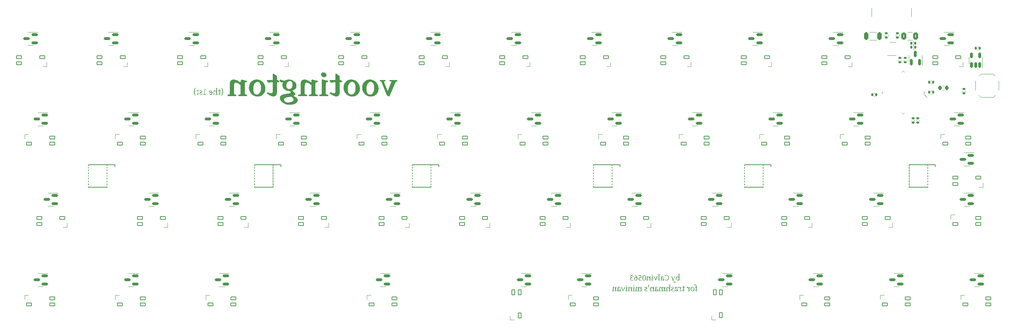
<source format=gbr>
%TF.GenerationSoftware,KiCad,Pcbnew,(7.0.0)*%
%TF.CreationDate,2023-09-24T22:25:07+02:00*%
%TF.ProjectId,vootington,766f6f74-696e-4677-946f-6e2e6b696361,rev?*%
%TF.SameCoordinates,Original*%
%TF.FileFunction,Legend,Bot*%
%TF.FilePolarity,Positive*%
%FSLAX46Y46*%
G04 Gerber Fmt 4.6, Leading zero omitted, Abs format (unit mm)*
G04 Created by KiCad (PCBNEW (7.0.0)) date 2023-09-24 22:25:07*
%MOMM*%
%LPD*%
G01*
G04 APERTURE LIST*
G04 Aperture macros list*
%AMRoundRect*
0 Rectangle with rounded corners*
0 $1 Rounding radius*
0 $2 $3 $4 $5 $6 $7 $8 $9 X,Y pos of 4 corners*
0 Add a 4 corners polygon primitive as box body*
4,1,4,$2,$3,$4,$5,$6,$7,$8,$9,$2,$3,0*
0 Add four circle primitives for the rounded corners*
1,1,$1+$1,$2,$3*
1,1,$1+$1,$4,$5*
1,1,$1+$1,$6,$7*
1,1,$1+$1,$8,$9*
0 Add four rect primitives between the rounded corners*
20,1,$1+$1,$2,$3,$4,$5,0*
20,1,$1+$1,$4,$5,$6,$7,0*
20,1,$1+$1,$6,$7,$8,$9,0*
20,1,$1+$1,$8,$9,$2,$3,0*%
%AMFreePoly0*
4,1,18,-0.410000,0.593000,-0.403758,0.624380,-0.385983,0.650983,-0.359380,0.668758,-0.328000,0.675000,0.328000,0.675000,0.359380,0.668758,0.385983,0.650983,0.403758,0.624380,0.410000,0.593000,0.410000,-0.593000,0.403758,-0.624380,0.385983,-0.650983,0.359380,-0.668758,0.328000,-0.675000,0.000000,-0.675000,-0.410000,-0.265000,-0.410000,0.593000,-0.410000,0.593000,$1*%
G04 Aperture macros list end*
%ADD10C,0.150000*%
%ADD11C,1.200000*%
%ADD12C,0.120000*%
%ADD13C,0.170180*%
%ADD14C,0.002540*%
%ADD15C,1.700000*%
%ADD16C,2.200000*%
%ADD17C,3.048000*%
%ADD18C,3.987800*%
%ADD19C,3.800000*%
%ADD20RoundRect,0.082000X-0.328000X-0.593000X0.328000X-0.593000X0.328000X0.593000X-0.328000X0.593000X0*%
%ADD21FreePoly0,0.000000*%
%ADD22RoundRect,0.150000X0.150000X-0.512500X0.150000X0.512500X-0.150000X0.512500X-0.150000X-0.512500X0*%
%ADD23RoundRect,0.150000X0.587500X0.150000X-0.587500X0.150000X-0.587500X-0.150000X0.587500X-0.150000X0*%
%ADD24R,1.778000X0.419100*%
%ADD25RoundRect,0.082000X-0.593000X0.328000X-0.593000X-0.328000X0.593000X-0.328000X0.593000X0.328000X0*%
%ADD26FreePoly0,270.000000*%
%ADD27RoundRect,0.082000X0.593000X-0.328000X0.593000X0.328000X-0.593000X0.328000X-0.593000X-0.328000X0*%
%ADD28FreePoly0,90.000000*%
%ADD29R,1.800000X1.100000*%
%ADD30RoundRect,0.075000X0.521491X-0.415425X-0.415425X0.521491X-0.521491X0.415425X0.415425X-0.521491X0*%
%ADD31RoundRect,0.075000X0.521491X0.415425X0.415425X0.521491X-0.521491X-0.415425X-0.415425X-0.521491X0*%
%ADD32RoundRect,0.140000X0.140000X0.170000X-0.140000X0.170000X-0.140000X-0.170000X0.140000X-0.170000X0*%
%ADD33RoundRect,0.135000X0.185000X-0.135000X0.185000X0.135000X-0.185000X0.135000X-0.185000X-0.135000X0*%
%ADD34RoundRect,0.140000X-0.170000X0.140000X-0.170000X-0.140000X0.170000X-0.140000X0.170000X0.140000X0*%
%ADD35R,0.700000X1.000000*%
%ADD36R,0.700000X0.600000*%
%ADD37RoundRect,0.140000X-0.140000X-0.170000X0.140000X-0.170000X0.140000X0.170000X-0.140000X0.170000X0*%
%ADD38C,0.650000*%
%ADD39R,0.600000X1.450000*%
%ADD40R,0.300000X1.450000*%
%ADD41O,1.000000X1.600000*%
%ADD42O,1.000000X2.100000*%
%ADD43RoundRect,0.140000X0.170000X-0.140000X0.170000X0.140000X-0.170000X0.140000X-0.170000X-0.140000X0*%
%ADD44RoundRect,0.250000X-0.275000X-0.700000X0.275000X-0.700000X0.275000X0.700000X-0.275000X0.700000X0*%
%ADD45RoundRect,0.225000X-0.225000X-0.250000X0.225000X-0.250000X0.225000X0.250000X-0.225000X0.250000X0*%
%ADD46RoundRect,0.150000X0.150000X-0.587500X0.150000X0.587500X-0.150000X0.587500X-0.150000X-0.587500X0*%
%ADD47RoundRect,0.250000X-0.375000X-0.625000X0.375000X-0.625000X0.375000X0.625000X-0.375000X0.625000X0*%
G04 APERTURE END LIST*
D10*
G36*
X189863135Y-96994566D02*
G01*
X189877944Y-97001830D01*
X189892857Y-97008625D01*
X189907872Y-97014951D01*
X189922990Y-97020807D01*
X189938211Y-97026193D01*
X189953536Y-97031111D01*
X189968963Y-97035559D01*
X189984539Y-97039766D01*
X190000310Y-97043962D01*
X190016275Y-97048147D01*
X190032436Y-97052320D01*
X190048790Y-97056481D01*
X190065340Y-97060632D01*
X190082084Y-97064770D01*
X190099022Y-97068898D01*
X190099022Y-97109564D01*
X190093817Y-97110202D01*
X190078941Y-97112083D01*
X190062985Y-97114212D01*
X190046596Y-97116559D01*
X190030512Y-97119090D01*
X190016631Y-97122052D01*
X190002262Y-97127562D01*
X189989846Y-97135942D01*
X189980896Y-97146273D01*
X189974198Y-97159634D01*
X189970062Y-97174411D01*
X189968584Y-97182847D01*
X189966741Y-97198578D01*
X189965654Y-97214596D01*
X189965113Y-97230001D01*
X189964933Y-97246951D01*
X189964933Y-98475737D01*
X189954521Y-98481449D01*
X189940728Y-98488885D01*
X189927038Y-98496115D01*
X189913451Y-98503139D01*
X189899967Y-98509957D01*
X189886586Y-98516568D01*
X189873308Y-98522974D01*
X189856856Y-98530691D01*
X189850292Y-98533639D01*
X189834160Y-98540759D01*
X189818422Y-98547521D01*
X189803077Y-98553925D01*
X189788125Y-98559972D01*
X189773567Y-98565660D01*
X189759403Y-98570991D01*
X189756619Y-98571992D01*
X189740339Y-98577693D01*
X189724780Y-98582880D01*
X189709942Y-98587551D01*
X189695826Y-98591707D01*
X189680268Y-98595904D01*
X189671807Y-98597965D01*
X189656328Y-98601262D01*
X189641214Y-98603658D01*
X189626046Y-98604697D01*
X189607155Y-98604336D01*
X189588585Y-98603254D01*
X189570336Y-98601451D01*
X189552407Y-98598927D01*
X189534798Y-98595681D01*
X189517511Y-98591714D01*
X189500543Y-98587025D01*
X189483897Y-98581616D01*
X189467582Y-98575680D01*
X189451611Y-98569228D01*
X189435983Y-98562262D01*
X189420699Y-98554780D01*
X189405758Y-98546783D01*
X189391161Y-98538270D01*
X189376907Y-98529243D01*
X189362996Y-98519700D01*
X189349355Y-98509688D01*
X189336092Y-98499253D01*
X189323206Y-98488393D01*
X189310698Y-98477110D01*
X189298568Y-98465404D01*
X189286816Y-98453274D01*
X189275441Y-98440720D01*
X189264444Y-98427743D01*
X189253763Y-98414371D01*
X189243516Y-98400815D01*
X189233704Y-98387076D01*
X189224328Y-98373155D01*
X189215386Y-98359050D01*
X189206880Y-98344761D01*
X189198808Y-98330290D01*
X189191172Y-98315635D01*
X189183890Y-98300758D01*
X189177067Y-98285800D01*
X189170701Y-98270762D01*
X189164793Y-98255643D01*
X189159344Y-98240445D01*
X189154352Y-98225166D01*
X189149818Y-98209808D01*
X189145742Y-98194369D01*
X189142136Y-98178850D01*
X189139011Y-98163434D01*
X189137583Y-98155168D01*
X189269574Y-98155168D01*
X189269638Y-98162438D01*
X189270362Y-98180513D01*
X189271892Y-98198445D01*
X189274226Y-98216233D01*
X189277366Y-98233879D01*
X189281310Y-98251381D01*
X189286060Y-98268741D01*
X189288184Y-98275566D01*
X189294044Y-98292240D01*
X189300692Y-98308360D01*
X189308126Y-98323925D01*
X189316348Y-98338935D01*
X189325357Y-98353391D01*
X189335153Y-98367293D01*
X189339243Y-98372677D01*
X189349994Y-98385560D01*
X189361497Y-98397621D01*
X189373751Y-98408859D01*
X189386756Y-98419274D01*
X189400512Y-98428866D01*
X189415020Y-98437635D01*
X189427076Y-98443817D01*
X189442822Y-98450386D01*
X189459319Y-98455667D01*
X189476567Y-98459659D01*
X189494567Y-98462364D01*
X189509508Y-98463601D01*
X189524929Y-98464013D01*
X189529801Y-98463939D01*
X189545264Y-98462966D01*
X189560169Y-98461334D01*
X189575121Y-98459250D01*
X189585041Y-98457495D01*
X189599559Y-98454528D01*
X189614814Y-98450964D01*
X189630804Y-98446804D01*
X189645097Y-98442764D01*
X189649923Y-98441265D01*
X189664606Y-98436375D01*
X189679598Y-98430893D01*
X189694900Y-98424818D01*
X189710510Y-98418150D01*
X189726430Y-98410890D01*
X189731781Y-98408333D01*
X189745095Y-98401601D01*
X189758321Y-98394387D01*
X189771457Y-98386689D01*
X189784503Y-98378508D01*
X189797460Y-98369845D01*
X189810327Y-98360698D01*
X189810327Y-97952568D01*
X189799520Y-97937410D01*
X189788712Y-97922893D01*
X189777904Y-97909017D01*
X189767096Y-97895782D01*
X189756289Y-97883188D01*
X189745481Y-97871236D01*
X189734673Y-97859924D01*
X189723865Y-97849254D01*
X189721168Y-97846660D01*
X189707834Y-97834197D01*
X189694750Y-97822575D01*
X189681917Y-97811793D01*
X189669334Y-97801852D01*
X189657001Y-97792752D01*
X189642532Y-97782942D01*
X189630813Y-97775514D01*
X189617246Y-97767546D01*
X189604221Y-97760608D01*
X189589707Y-97753816D01*
X189574022Y-97747771D01*
X189570267Y-97746484D01*
X189556162Y-97742168D01*
X189540592Y-97738640D01*
X189524929Y-97737146D01*
X189518760Y-97737256D01*
X189503449Y-97738496D01*
X189488299Y-97741113D01*
X189473310Y-97745108D01*
X189458482Y-97750480D01*
X189443815Y-97757229D01*
X189429308Y-97765356D01*
X189415037Y-97774675D01*
X189401302Y-97785227D01*
X189388103Y-97797014D01*
X189375441Y-97810036D01*
X189365698Y-97821341D01*
X189356299Y-97833437D01*
X189347243Y-97846323D01*
X189345036Y-97849667D01*
X189336495Y-97863523D01*
X189328412Y-97878146D01*
X189320787Y-97893536D01*
X189313620Y-97909693D01*
X189306911Y-97926618D01*
X189300660Y-97944309D01*
X189294867Y-97962768D01*
X189290823Y-97977115D01*
X189288250Y-97986912D01*
X189284701Y-98001941D01*
X189281526Y-98017369D01*
X189278725Y-98033196D01*
X189276297Y-98049423D01*
X189274243Y-98066049D01*
X189272562Y-98083074D01*
X189271254Y-98100499D01*
X189270321Y-98118322D01*
X189269760Y-98136546D01*
X189269574Y-98155168D01*
X189137583Y-98155168D01*
X189136366Y-98148121D01*
X189134202Y-98132911D01*
X189132519Y-98117804D01*
X189131317Y-98102801D01*
X189130596Y-98087900D01*
X189130355Y-98073102D01*
X189130450Y-98059314D01*
X189130946Y-98038958D01*
X189131866Y-98018995D01*
X189133212Y-97999425D01*
X189134983Y-97980248D01*
X189137179Y-97961463D01*
X189139800Y-97943072D01*
X189142847Y-97925073D01*
X189146318Y-97907467D01*
X189150214Y-97890254D01*
X189154535Y-97873434D01*
X189159233Y-97857048D01*
X189164260Y-97841139D01*
X189169614Y-97825707D01*
X189175298Y-97810751D01*
X189181309Y-97796272D01*
X189187650Y-97782269D01*
X189194318Y-97768743D01*
X189201315Y-97755693D01*
X189211156Y-97739035D01*
X189221580Y-97723224D01*
X189232554Y-97708289D01*
X189244043Y-97694259D01*
X189256047Y-97681133D01*
X189268566Y-97668911D01*
X189281601Y-97657594D01*
X189295150Y-97647181D01*
X189309215Y-97637673D01*
X189323796Y-97629069D01*
X189338713Y-97621427D01*
X189353975Y-97614803D01*
X189369580Y-97609199D01*
X189385528Y-97604614D01*
X189401820Y-97601048D01*
X189418455Y-97598500D01*
X189435434Y-97596972D01*
X189452756Y-97596462D01*
X189460426Y-97596680D01*
X189476730Y-97598420D01*
X189492047Y-97601370D01*
X189508346Y-97605653D01*
X189523098Y-97610384D01*
X189538318Y-97616120D01*
X189554027Y-97622886D01*
X189567492Y-97629312D01*
X189581297Y-97636453D01*
X189595441Y-97644310D01*
X189609926Y-97652882D01*
X189615804Y-97656515D01*
X189630635Y-97666121D01*
X189645664Y-97676479D01*
X189657828Y-97685306D01*
X189670119Y-97694614D01*
X189682535Y-97704402D01*
X189695077Y-97714672D01*
X189707745Y-97725423D01*
X189710929Y-97728186D01*
X189723677Y-97739555D01*
X189736448Y-97751427D01*
X189749242Y-97763804D01*
X189762059Y-97776684D01*
X189774899Y-97790067D01*
X189787762Y-97803955D01*
X189800648Y-97818346D01*
X189810327Y-97829470D01*
X189810327Y-97021637D01*
X189814449Y-97018065D01*
X189825715Y-97008448D01*
X189827272Y-97007148D01*
X189838171Y-96997090D01*
X189848429Y-96986832D01*
X189863135Y-96994566D01*
G37*
G36*
X188024668Y-97664240D02*
G01*
X188039528Y-97667835D01*
X188054550Y-97671715D01*
X188069133Y-97675822D01*
X188075592Y-97677795D01*
X188090220Y-97683097D01*
X188104243Y-97689817D01*
X188107466Y-97691717D01*
X188119445Y-97701068D01*
X188126517Y-97709303D01*
X188133831Y-97722986D01*
X188138241Y-97734582D01*
X188482257Y-98665147D01*
X188487699Y-98679352D01*
X188493219Y-98693300D01*
X188498816Y-98706990D01*
X188507357Y-98727042D01*
X188516071Y-98746514D01*
X188524959Y-98765407D01*
X188534021Y-98783720D01*
X188543257Y-98801454D01*
X188552667Y-98818608D01*
X188562251Y-98835182D01*
X188572009Y-98851177D01*
X188578611Y-98861518D01*
X188588607Y-98876576D01*
X188598673Y-98891112D01*
X188608811Y-98905127D01*
X188619019Y-98918619D01*
X188629299Y-98931591D01*
X188639649Y-98944040D01*
X188650070Y-98955968D01*
X188660562Y-98967375D01*
X188671124Y-98978259D01*
X188681758Y-98988622D01*
X188688886Y-98995241D01*
X188703186Y-99007904D01*
X188717508Y-99019696D01*
X188731854Y-99030618D01*
X188746222Y-99040670D01*
X188760613Y-99049852D01*
X188775028Y-99058164D01*
X188789465Y-99065606D01*
X188803925Y-99072178D01*
X188818213Y-99078017D01*
X188832318Y-99083077D01*
X188849692Y-99088308D01*
X188866779Y-99092322D01*
X188883580Y-99095120D01*
X188900095Y-99096701D01*
X188913101Y-99097090D01*
X188929954Y-99096845D01*
X188946210Y-99096109D01*
X188961870Y-99094881D01*
X188976934Y-99093163D01*
X188985275Y-99091961D01*
X189001189Y-99089236D01*
X189015958Y-99086191D01*
X189031205Y-99082382D01*
X189042061Y-99079139D01*
X189056969Y-99073589D01*
X189070467Y-99066943D01*
X189078698Y-99061553D01*
X189089275Y-99051250D01*
X189092253Y-99042502D01*
X189086366Y-99028051D01*
X189079797Y-99017589D01*
X189070706Y-99004311D01*
X189061089Y-98991488D01*
X189051332Y-98979336D01*
X189049022Y-98976557D01*
X189038338Y-98964279D01*
X189027307Y-98952175D01*
X189015927Y-98940245D01*
X189009455Y-98933692D01*
X188997879Y-98922963D01*
X188985901Y-98912945D01*
X188973799Y-98904240D01*
X188971719Y-98902917D01*
X188956281Y-98911300D01*
X188940879Y-98918359D01*
X188925512Y-98924094D01*
X188910182Y-98928506D01*
X188894887Y-98931593D01*
X188879627Y-98933357D01*
X188873534Y-98933692D01*
X188858461Y-98933976D01*
X188841081Y-98933255D01*
X188824475Y-98931375D01*
X188808641Y-98928335D01*
X188793580Y-98924136D01*
X188786339Y-98921602D01*
X188772801Y-98915372D01*
X188759291Y-98906327D01*
X188747659Y-98896773D01*
X188743108Y-98892659D01*
X188732191Y-98882213D01*
X188721239Y-98870750D01*
X188710252Y-98858271D01*
X188700807Y-98846764D01*
X188692916Y-98836605D01*
X188683475Y-98823931D01*
X188674111Y-98810639D01*
X188664825Y-98796729D01*
X188655616Y-98782200D01*
X188648000Y-98769621D01*
X188643457Y-98761867D01*
X188636044Y-98748753D01*
X188628917Y-98735513D01*
X188622076Y-98722148D01*
X188615522Y-98708658D01*
X188609254Y-98695043D01*
X188603271Y-98681303D01*
X188600959Y-98675771D01*
X188570917Y-98604330D01*
X188909071Y-97734582D01*
X188914750Y-97720980D01*
X188923766Y-97707759D01*
X188935564Y-97696740D01*
X188944975Y-97690618D01*
X188959904Y-97683336D01*
X188975522Y-97677341D01*
X188990806Y-97672481D01*
X189007842Y-97667878D01*
X189023377Y-97664240D01*
X189023377Y-97619910D01*
X188625505Y-97619910D01*
X188625505Y-97664240D01*
X188640090Y-97666176D01*
X188655770Y-97668468D01*
X188671930Y-97671129D01*
X188687866Y-97674179D01*
X188691084Y-97674864D01*
X188705775Y-97678320D01*
X188720475Y-97683129D01*
X188730285Y-97687687D01*
X188741769Y-97696896D01*
X188746405Y-97706738D01*
X188745739Y-97722033D01*
X188742009Y-97734582D01*
X188488485Y-98392572D01*
X188250348Y-97734582D01*
X188247380Y-97719473D01*
X188248883Y-97708203D01*
X188257469Y-97695753D01*
X188266468Y-97689519D01*
X188280824Y-97683208D01*
X188295153Y-97678839D01*
X188305669Y-97676330D01*
X188320903Y-97673003D01*
X188336147Y-97669998D01*
X188350801Y-97667331D01*
X188366681Y-97664629D01*
X188369050Y-97664240D01*
X188369050Y-97619910D01*
X188024668Y-97619910D01*
X188024668Y-97664240D01*
G37*
G36*
X186498761Y-98362896D02*
G01*
X186511077Y-98375814D01*
X186523297Y-98388326D01*
X186535420Y-98400432D01*
X186547447Y-98412132D01*
X186559377Y-98423427D01*
X186571211Y-98434316D01*
X186582947Y-98444799D01*
X186594588Y-98454877D01*
X186606131Y-98464549D01*
X186617579Y-98473815D01*
X186625156Y-98479767D01*
X186640114Y-98491187D01*
X186654946Y-98502000D01*
X186669652Y-98512207D01*
X186684233Y-98521807D01*
X186698687Y-98530800D01*
X186713015Y-98539186D01*
X186727217Y-98546966D01*
X186741294Y-98554139D01*
X186755279Y-98560676D01*
X186769206Y-98566732D01*
X186783076Y-98572308D01*
X186796890Y-98577403D01*
X186814075Y-98583095D01*
X186831172Y-98588036D01*
X186848179Y-98592225D01*
X186851569Y-98592973D01*
X186868496Y-98596351D01*
X186885387Y-98599156D01*
X186902241Y-98601388D01*
X186919061Y-98603048D01*
X186935844Y-98604136D01*
X186952591Y-98604651D01*
X186959281Y-98604697D01*
X186977246Y-98604317D01*
X186995147Y-98603177D01*
X187012984Y-98601277D01*
X187030756Y-98598617D01*
X187048464Y-98595198D01*
X187066107Y-98591018D01*
X187083686Y-98586079D01*
X187101201Y-98580379D01*
X187118651Y-98573920D01*
X187136037Y-98566701D01*
X187147592Y-98561466D01*
X187164670Y-98553025D01*
X187181419Y-98543915D01*
X187197840Y-98534134D01*
X187213932Y-98523685D01*
X187229696Y-98512565D01*
X187245132Y-98500775D01*
X187260239Y-98488316D01*
X187275018Y-98475187D01*
X187289468Y-98461388D01*
X187303590Y-98446920D01*
X187312822Y-98436902D01*
X187326247Y-98421265D01*
X187339183Y-98404990D01*
X187351629Y-98388077D01*
X187363586Y-98370527D01*
X187375054Y-98352339D01*
X187386032Y-98333514D01*
X187393079Y-98320610D01*
X187399908Y-98307422D01*
X187406520Y-98293951D01*
X187412914Y-98280197D01*
X187419091Y-98266159D01*
X187425050Y-98251838D01*
X187430791Y-98237233D01*
X187436204Y-98222366D01*
X187441267Y-98207255D01*
X187445981Y-98191900D01*
X187450346Y-98176302D01*
X187454362Y-98160462D01*
X187458028Y-98144377D01*
X187461346Y-98128050D01*
X187464314Y-98111479D01*
X187466933Y-98094665D01*
X187469202Y-98077607D01*
X187471123Y-98060307D01*
X187472694Y-98042763D01*
X187473916Y-98024975D01*
X187474789Y-98006945D01*
X187475313Y-97988671D01*
X187475488Y-97970154D01*
X187475293Y-97949668D01*
X187474709Y-97929424D01*
X187473736Y-97909425D01*
X187472374Y-97889668D01*
X187470622Y-97870155D01*
X187468481Y-97850885D01*
X187465951Y-97831859D01*
X187463031Y-97813075D01*
X187459723Y-97794535D01*
X187456025Y-97776238D01*
X187451937Y-97758185D01*
X187447461Y-97740375D01*
X187442595Y-97722808D01*
X187437340Y-97705484D01*
X187431696Y-97688404D01*
X187425662Y-97671567D01*
X187419251Y-97654959D01*
X187412565Y-97638657D01*
X187405604Y-97622662D01*
X187398368Y-97606972D01*
X187390858Y-97591589D01*
X187383072Y-97576513D01*
X187375012Y-97561742D01*
X187366678Y-97547278D01*
X187358068Y-97533120D01*
X187349184Y-97519268D01*
X187340025Y-97505723D01*
X187330591Y-97492484D01*
X187320882Y-97479551D01*
X187310899Y-97466924D01*
X187300640Y-97454604D01*
X187290107Y-97442589D01*
X187279284Y-97430899D01*
X187268246Y-97419548D01*
X187256993Y-97408539D01*
X187245525Y-97397870D01*
X187233843Y-97387542D01*
X187221947Y-97377554D01*
X187209835Y-97367907D01*
X187197509Y-97358600D01*
X187184968Y-97349634D01*
X187172213Y-97341009D01*
X187159242Y-97332724D01*
X187146058Y-97324780D01*
X187132658Y-97317177D01*
X187119044Y-97309914D01*
X187105215Y-97302992D01*
X187091172Y-97296410D01*
X187076968Y-97290155D01*
X187062658Y-97284303D01*
X187048243Y-97278855D01*
X187033721Y-97273810D01*
X187019094Y-97269169D01*
X187004360Y-97264931D01*
X186989521Y-97261097D01*
X186974576Y-97257667D01*
X186959525Y-97254640D01*
X186944368Y-97252017D01*
X186929106Y-97249797D01*
X186913737Y-97247981D01*
X186898262Y-97246569D01*
X186882682Y-97245560D01*
X186866995Y-97244954D01*
X186851203Y-97244753D01*
X186830562Y-97244972D01*
X186810404Y-97245628D01*
X186790728Y-97246723D01*
X186771536Y-97248256D01*
X186752827Y-97250227D01*
X186734600Y-97252635D01*
X186716857Y-97255482D01*
X186699597Y-97258766D01*
X186682820Y-97262488D01*
X186666525Y-97266649D01*
X186655931Y-97269665D01*
X186640464Y-97274368D01*
X186625526Y-97279270D01*
X186611115Y-97284371D01*
X186597232Y-97289672D01*
X186579544Y-97297051D01*
X186562794Y-97304785D01*
X186546983Y-97312873D01*
X186532111Y-97321317D01*
X186518178Y-97330116D01*
X186518883Y-97345002D01*
X186521475Y-97349533D01*
X186530066Y-97362463D01*
X186539129Y-97374537D01*
X186546754Y-97383971D01*
X186556851Y-97396143D01*
X186567448Y-97408386D01*
X186577414Y-97419466D01*
X186580826Y-97423172D01*
X186591474Y-97434628D01*
X186601864Y-97445659D01*
X186610868Y-97455046D01*
X186647138Y-97448818D01*
X186660545Y-97437002D01*
X186674570Y-97425737D01*
X186689213Y-97415020D01*
X186704474Y-97404854D01*
X186720354Y-97395237D01*
X186736852Y-97386169D01*
X186753968Y-97377651D01*
X186771702Y-97369683D01*
X186785425Y-97364118D01*
X186799527Y-97359100D01*
X186814010Y-97354629D01*
X186828872Y-97350706D01*
X186844114Y-97347331D01*
X186859737Y-97344502D01*
X186875739Y-97342222D01*
X186892121Y-97340488D01*
X186908884Y-97339302D01*
X186926026Y-97338664D01*
X186937665Y-97338542D01*
X186953368Y-97339173D01*
X186969702Y-97341066D01*
X186984205Y-97343694D01*
X186999171Y-97347249D01*
X187014602Y-97351731D01*
X187030165Y-97357218D01*
X187045805Y-97363787D01*
X187061523Y-97371437D01*
X187074681Y-97378639D01*
X187087892Y-97386593D01*
X187098499Y-97393497D01*
X187111594Y-97402750D01*
X187124545Y-97412881D01*
X187137354Y-97423888D01*
X187150019Y-97435772D01*
X187162541Y-97448532D01*
X187172456Y-97459371D01*
X187179832Y-97467868D01*
X187189495Y-97479621D01*
X187198883Y-97491980D01*
X187207996Y-97504946D01*
X187216835Y-97518518D01*
X187225398Y-97532698D01*
X187233687Y-97547484D01*
X187241702Y-97562877D01*
X187249441Y-97578877D01*
X187256848Y-97595506D01*
X187263867Y-97612788D01*
X187270495Y-97630723D01*
X187275212Y-97644602D01*
X187279709Y-97658849D01*
X187283987Y-97673462D01*
X187288047Y-97688443D01*
X187291887Y-97703790D01*
X187295508Y-97719505D01*
X187297801Y-97730185D01*
X187301009Y-97746472D01*
X187303902Y-97763184D01*
X187306479Y-97780321D01*
X187308740Y-97797883D01*
X187310686Y-97815869D01*
X187312317Y-97834281D01*
X187313632Y-97853118D01*
X187314631Y-97872380D01*
X187315315Y-97892068D01*
X187315683Y-97912180D01*
X187315753Y-97925824D01*
X187315598Y-97943183D01*
X187315135Y-97960274D01*
X187314362Y-97977095D01*
X187313280Y-97993647D01*
X187311889Y-98009930D01*
X187310189Y-98025944D01*
X187308179Y-98041689D01*
X187305861Y-98057165D01*
X187303234Y-98072372D01*
X187300297Y-98087310D01*
X187297051Y-98101979D01*
X187293496Y-98116379D01*
X187287584Y-98137474D01*
X187280977Y-98157964D01*
X187276186Y-98171288D01*
X187268567Y-98190759D01*
X187260549Y-98209606D01*
X187252132Y-98227828D01*
X187243316Y-98245425D01*
X187234100Y-98262398D01*
X187224485Y-98278746D01*
X187214471Y-98294469D01*
X187204058Y-98309567D01*
X187193245Y-98324041D01*
X187182033Y-98337891D01*
X187174336Y-98346776D01*
X187162467Y-98359594D01*
X187150354Y-98371806D01*
X187137995Y-98383414D01*
X187125392Y-98394415D01*
X187112545Y-98404811D01*
X187099452Y-98414602D01*
X187086115Y-98423788D01*
X187072533Y-98432368D01*
X187058706Y-98440343D01*
X187044635Y-98447713D01*
X187035118Y-98452289D01*
X187020728Y-98458575D01*
X187006408Y-98464242D01*
X186992160Y-98469291D01*
X186977982Y-98473722D01*
X186959189Y-98478668D01*
X186940522Y-98482514D01*
X186921980Y-98485262D01*
X186903565Y-98486911D01*
X186885275Y-98487460D01*
X186867041Y-98486530D01*
X186851256Y-98484446D01*
X186834406Y-98481172D01*
X186816491Y-98476707D01*
X186802356Y-98472577D01*
X186787623Y-98467777D01*
X186772290Y-98462307D01*
X186756359Y-98456168D01*
X186739828Y-98449358D01*
X186722792Y-98441715D01*
X186705344Y-98433074D01*
X186687484Y-98423434D01*
X186669212Y-98412796D01*
X186650527Y-98401160D01*
X186637842Y-98392848D01*
X186624973Y-98384093D01*
X186611921Y-98374894D01*
X186598686Y-98365251D01*
X186585268Y-98355164D01*
X186571667Y-98344634D01*
X186557883Y-98333661D01*
X186543915Y-98322243D01*
X186536862Y-98316368D01*
X186526238Y-98325161D01*
X186516868Y-98336811D01*
X186515247Y-98339083D01*
X186507113Y-98351344D01*
X186506088Y-98353005D01*
X186498761Y-98362896D01*
G37*
G36*
X185877939Y-97596771D02*
G01*
X185894374Y-97597699D01*
X185910958Y-97599244D01*
X185927690Y-97601408D01*
X185944572Y-97604190D01*
X185961602Y-97607591D01*
X185978781Y-97611609D01*
X185996109Y-97616246D01*
X186013397Y-97621404D01*
X186030455Y-97626985D01*
X186047285Y-97632990D01*
X186063886Y-97639419D01*
X186080258Y-97646271D01*
X186096401Y-97653546D01*
X186112315Y-97661246D01*
X186128000Y-97669369D01*
X186143359Y-97677927D01*
X186158294Y-97686931D01*
X186172805Y-97696382D01*
X186186893Y-97706280D01*
X186200557Y-97716624D01*
X186213798Y-97727415D01*
X186226615Y-97738652D01*
X186239008Y-97750335D01*
X186244956Y-97756259D01*
X186256268Y-97768200D01*
X186266801Y-97780267D01*
X186276555Y-97792460D01*
X186285531Y-97804779D01*
X186293728Y-97817224D01*
X186302880Y-97832957D01*
X186310816Y-97848887D01*
X186296528Y-97889187D01*
X186284815Y-97890252D01*
X186269915Y-97889237D01*
X186254762Y-97886989D01*
X186240039Y-97884173D01*
X186225178Y-97880853D01*
X186210180Y-97877029D01*
X186195045Y-97872701D01*
X186185748Y-97869776D01*
X186171729Y-97864836D01*
X186157216Y-97858895D01*
X186142655Y-97851818D01*
X186129191Y-97843163D01*
X186121405Y-97830569D01*
X186121928Y-97820990D01*
X186120884Y-97804513D01*
X186117291Y-97789021D01*
X186111147Y-97774515D01*
X186105716Y-97765268D01*
X186096265Y-97752265D01*
X186085250Y-97740306D01*
X186074144Y-97730552D01*
X186061734Y-97721736D01*
X186048316Y-97713974D01*
X186033890Y-97707265D01*
X186018457Y-97701609D01*
X186016441Y-97700977D01*
X186002291Y-97697052D01*
X185986034Y-97693640D01*
X185969685Y-97691374D01*
X185953244Y-97690252D01*
X185946992Y-97690166D01*
X185931949Y-97690402D01*
X185915007Y-97691535D01*
X185899277Y-97693596D01*
X185884757Y-97696584D01*
X185869347Y-97701243D01*
X185867277Y-97701985D01*
X185853547Y-97707745D01*
X185839488Y-97715531D01*
X185827169Y-97724598D01*
X185816590Y-97734948D01*
X185807431Y-97746466D01*
X185799738Y-97759036D01*
X185793509Y-97772661D01*
X185788747Y-97787338D01*
X185788228Y-97789243D01*
X185784673Y-97804791D01*
X185782172Y-97820888D01*
X185780723Y-97837534D01*
X185780320Y-97852551D01*
X185780320Y-97997631D01*
X185794956Y-97999789D01*
X185816325Y-98003048D01*
X185836992Y-98006332D01*
X185856957Y-98009643D01*
X185876220Y-98012978D01*
X185894782Y-98016340D01*
X185912641Y-98019728D01*
X185929798Y-98023141D01*
X185946253Y-98026580D01*
X185962007Y-98030044D01*
X185977058Y-98033535D01*
X185991526Y-98036989D01*
X186010097Y-98041654D01*
X186027842Y-98046388D01*
X186044764Y-98051191D01*
X186060861Y-98056063D01*
X186076134Y-98061003D01*
X186090582Y-98066012D01*
X186107484Y-98072370D01*
X186120169Y-98077527D01*
X186135124Y-98084055D01*
X186149077Y-98090672D01*
X186164499Y-98098731D01*
X186178478Y-98106918D01*
X186191015Y-98115234D01*
X186198703Y-98120770D01*
X186211688Y-98130650D01*
X186224078Y-98140775D01*
X186235871Y-98151146D01*
X186247068Y-98161762D01*
X186254119Y-98169032D01*
X186265455Y-98181706D01*
X186276273Y-98195078D01*
X186286571Y-98209148D01*
X186296351Y-98223915D01*
X186305612Y-98239380D01*
X186312648Y-98252254D01*
X186319002Y-98265753D01*
X186324509Y-98280052D01*
X186329168Y-98295153D01*
X186332981Y-98311056D01*
X186335946Y-98327760D01*
X186338064Y-98345265D01*
X186339335Y-98363572D01*
X186339759Y-98382680D01*
X186339678Y-98390076D01*
X186338777Y-98407965D01*
X186336873Y-98424995D01*
X186333968Y-98441167D01*
X186330061Y-98456480D01*
X186325153Y-98470934D01*
X186319242Y-98484529D01*
X186316635Y-98489736D01*
X186308297Y-98504634D01*
X186299187Y-98518450D01*
X186289303Y-98531184D01*
X186278647Y-98542836D01*
X186267218Y-98553406D01*
X186263250Y-98556692D01*
X186250984Y-98565862D01*
X186238177Y-98574002D01*
X186224829Y-98581112D01*
X186210940Y-98587191D01*
X186196510Y-98592240D01*
X186184313Y-98595829D01*
X186169819Y-98599332D01*
X186153105Y-98602313D01*
X186136600Y-98604101D01*
X186120306Y-98604697D01*
X186109841Y-98604446D01*
X186094649Y-98603254D01*
X186078826Y-98601080D01*
X186062372Y-98597925D01*
X186047766Y-98594439D01*
X186037720Y-98591702D01*
X186022414Y-98586954D01*
X186006825Y-98581433D01*
X185990953Y-98575139D01*
X185977509Y-98569303D01*
X185963869Y-98562931D01*
X185958320Y-98560226D01*
X185944387Y-98553039D01*
X185930364Y-98545243D01*
X185916251Y-98536839D01*
X185902049Y-98527826D01*
X185887758Y-98518206D01*
X185873377Y-98507977D01*
X185861745Y-98499361D01*
X185850113Y-98490368D01*
X185838481Y-98480997D01*
X185826849Y-98471249D01*
X185815216Y-98461122D01*
X185803584Y-98450618D01*
X185791952Y-98439736D01*
X185780320Y-98428476D01*
X185779967Y-98438641D01*
X185778788Y-98458138D01*
X185776979Y-98476525D01*
X185774540Y-98493801D01*
X185771472Y-98509967D01*
X185767774Y-98525023D01*
X185762266Y-98542280D01*
X185755774Y-98557802D01*
X185749918Y-98568793D01*
X185740468Y-98582532D01*
X185728434Y-98594393D01*
X185715314Y-98601766D01*
X185698987Y-98604697D01*
X185689254Y-98603999D01*
X185673313Y-98600678D01*
X185657501Y-98595655D01*
X185642809Y-98589934D01*
X185626739Y-98582818D01*
X185612892Y-98576120D01*
X185601908Y-98570388D01*
X185586432Y-98561792D01*
X185570006Y-98552110D01*
X185557063Y-98544134D01*
X185543585Y-98535546D01*
X185529573Y-98526346D01*
X185515026Y-98516535D01*
X185499944Y-98506112D01*
X185484328Y-98495077D01*
X185468178Y-98483430D01*
X185483565Y-98436169D01*
X185488623Y-98438319D01*
X185502937Y-98444183D01*
X185518008Y-98449919D01*
X185533087Y-98455013D01*
X185547313Y-98458884D01*
X185554205Y-98460361D01*
X185569069Y-98462886D01*
X185584315Y-98464013D01*
X185589975Y-98463575D01*
X185603920Y-98457684D01*
X185614357Y-98446061D01*
X185615056Y-98444893D01*
X185620823Y-98430610D01*
X185623840Y-98415784D01*
X185625315Y-98400331D01*
X185625715Y-98385245D01*
X185625715Y-98066141D01*
X185780320Y-98066141D01*
X185780320Y-98333221D01*
X185785212Y-98337422D01*
X185799783Y-98349599D01*
X185814200Y-98361138D01*
X185828463Y-98372040D01*
X185842571Y-98382304D01*
X185856524Y-98391931D01*
X185870323Y-98400920D01*
X185883967Y-98409272D01*
X185897457Y-98416986D01*
X185910792Y-98424062D01*
X185928331Y-98432506D01*
X185945528Y-98439890D01*
X185962495Y-98446290D01*
X185979233Y-98451705D01*
X185995742Y-98456136D01*
X186012023Y-98459582D01*
X186028074Y-98462044D01*
X186043896Y-98463521D01*
X186059490Y-98464013D01*
X186062965Y-98463933D01*
X186077524Y-98462205D01*
X186092096Y-98458884D01*
X186102697Y-98455216D01*
X186116470Y-98447892D01*
X186128733Y-98438734D01*
X186131919Y-98435824D01*
X186141937Y-98424776D01*
X186151025Y-98411653D01*
X186158408Y-98398067D01*
X186161328Y-98391330D01*
X186165999Y-98376446D01*
X186168809Y-98361883D01*
X186170427Y-98345882D01*
X186170865Y-98331023D01*
X186170800Y-98325028D01*
X186169834Y-98307644D01*
X186167709Y-98291162D01*
X186164425Y-98275581D01*
X186159981Y-98260903D01*
X186154378Y-98247125D01*
X186150096Y-98238361D01*
X186141832Y-98223602D01*
X186132585Y-98209580D01*
X186122357Y-98196294D01*
X186111147Y-98183744D01*
X186108011Y-98180466D01*
X186096906Y-98169819D01*
X186084798Y-98159601D01*
X186073045Y-98150771D01*
X186071680Y-98149811D01*
X186058140Y-98141298D01*
X186044207Y-98133924D01*
X186030550Y-98127623D01*
X186015526Y-98121462D01*
X186001229Y-98116255D01*
X185985542Y-98111072D01*
X185971406Y-98106774D01*
X185956304Y-98102493D01*
X185940236Y-98098230D01*
X185923202Y-98093985D01*
X185912360Y-98091437D01*
X185897081Y-98088019D01*
X185880864Y-98084579D01*
X185863708Y-98081116D01*
X185845613Y-98077630D01*
X185826579Y-98074120D01*
X185811687Y-98071474D01*
X185796268Y-98068814D01*
X185780320Y-98066141D01*
X185625715Y-98066141D01*
X185625715Y-97816281D01*
X185625955Y-97803500D01*
X185627217Y-97784999D01*
X185629561Y-97767303D01*
X185632987Y-97750412D01*
X185637495Y-97734326D01*
X185643085Y-97719044D01*
X185649757Y-97704568D01*
X185657511Y-97690897D01*
X185666347Y-97678031D01*
X185676264Y-97665970D01*
X185687264Y-97654714D01*
X185695115Y-97647660D01*
X185707653Y-97637933D01*
X185721107Y-97629229D01*
X185735474Y-97621549D01*
X185750756Y-97614894D01*
X185766953Y-97609262D01*
X185784064Y-97604654D01*
X185802090Y-97601070D01*
X185821030Y-97598510D01*
X185840884Y-97596974D01*
X185861653Y-97596462D01*
X185877939Y-97596771D01*
G37*
G36*
X185397470Y-98581250D02*
G01*
X185397470Y-98536919D01*
X185381361Y-98534283D01*
X185366283Y-98531596D01*
X185349994Y-98528395D01*
X185335108Y-98525124D01*
X185323464Y-98522265D01*
X185309245Y-98518258D01*
X185295163Y-98513804D01*
X185280708Y-98508440D01*
X185276203Y-98506511D01*
X185262709Y-98499709D01*
X185250924Y-98490758D01*
X185243250Y-98477815D01*
X185242864Y-98474271D01*
X185242864Y-97248050D01*
X185243083Y-97231460D01*
X185243740Y-97216314D01*
X185245060Y-97200465D01*
X185247298Y-97184758D01*
X185249092Y-97176243D01*
X185253986Y-97161273D01*
X185261684Y-97147782D01*
X185271807Y-97137408D01*
X185284483Y-97129588D01*
X185298336Y-97124207D01*
X185312701Y-97120771D01*
X185316137Y-97120189D01*
X185331020Y-97117785D01*
X185345621Y-97115643D01*
X185361695Y-97113467D01*
X185376644Y-97111574D01*
X185387211Y-97110297D01*
X185387211Y-97069264D01*
X185368899Y-97065560D01*
X185350964Y-97061777D01*
X185333407Y-97057913D01*
X185316228Y-97053968D01*
X185299427Y-97049944D01*
X185283004Y-97045840D01*
X185266958Y-97041655D01*
X185251290Y-97037390D01*
X185235777Y-97032754D01*
X185220195Y-97027636D01*
X185204544Y-97022038D01*
X185188825Y-97015958D01*
X185173037Y-97009398D01*
X185157180Y-97002357D01*
X185141255Y-96994835D01*
X185125261Y-96986832D01*
X185088258Y-97021637D01*
X185088258Y-98474271D01*
X185081596Y-98487945D01*
X185068681Y-98497970D01*
X185055595Y-98505115D01*
X185053454Y-98506145D01*
X185038539Y-98512250D01*
X185023473Y-98517219D01*
X185006009Y-98522082D01*
X184990313Y-98525894D01*
X184973082Y-98529638D01*
X184954318Y-98533313D01*
X184939237Y-98536024D01*
X184934019Y-98536919D01*
X184934019Y-98581250D01*
X185397470Y-98581250D01*
G37*
G36*
X183871562Y-97663873D02*
G01*
X183886423Y-97667468D01*
X183901444Y-97671348D01*
X183916027Y-97675456D01*
X183922487Y-97677429D01*
X183937115Y-97682731D01*
X183951138Y-97689450D01*
X183954361Y-97691351D01*
X183966339Y-97700702D01*
X183973412Y-97708936D01*
X183980726Y-97722314D01*
X183985135Y-97733849D01*
X184276761Y-98513472D01*
X184283309Y-98526832D01*
X184292412Y-98540122D01*
X184302415Y-98550927D01*
X184303506Y-98551940D01*
X184314783Y-98561321D01*
X184327849Y-98570566D01*
X184341608Y-98578685D01*
X184355670Y-98585470D01*
X184369645Y-98591216D01*
X184382274Y-98595538D01*
X184396408Y-98599745D01*
X184411322Y-98603700D01*
X184415613Y-98604697D01*
X184755966Y-97733849D01*
X184761644Y-97720271D01*
X184770660Y-97707130D01*
X184782458Y-97696249D01*
X184791869Y-97690252D01*
X184806799Y-97682970D01*
X184822417Y-97676974D01*
X184837701Y-97672114D01*
X184854737Y-97667512D01*
X184870271Y-97663873D01*
X184870271Y-97619910D01*
X184472400Y-97619910D01*
X184472400Y-97663873D01*
X184486984Y-97665797D01*
X184502665Y-97668041D01*
X184518825Y-97670605D01*
X184534760Y-97673490D01*
X184537979Y-97674132D01*
X184552669Y-97677588D01*
X184567370Y-97682396D01*
X184577180Y-97686954D01*
X184588663Y-97696163D01*
X184593300Y-97706005D01*
X184592634Y-97721300D01*
X184588904Y-97733849D01*
X184335380Y-98391473D01*
X184097243Y-97733849D01*
X184093758Y-97718844D01*
X184093946Y-97707837D01*
X184101155Y-97694283D01*
X184107867Y-97689153D01*
X184121697Y-97682423D01*
X184136355Y-97677734D01*
X184143405Y-97675963D01*
X184159297Y-97672264D01*
X184174124Y-97669253D01*
X184188637Y-97666581D01*
X184204588Y-97663873D01*
X184204588Y-97619910D01*
X183871562Y-97619910D01*
X183871562Y-97663873D01*
G37*
G36*
X183784001Y-98581250D02*
G01*
X183784001Y-98537286D01*
X183767023Y-98533588D01*
X183751074Y-98529821D01*
X183736156Y-98525986D01*
X183718958Y-98521095D01*
X183703370Y-98516097D01*
X183689391Y-98510991D01*
X183677023Y-98505778D01*
X183662462Y-98498528D01*
X183648996Y-98489567D01*
X183639982Y-98477339D01*
X183639654Y-98474637D01*
X183639654Y-97893950D01*
X183639708Y-97878070D01*
X183639869Y-97863174D01*
X183640203Y-97846598D01*
X183640693Y-97831438D01*
X183641459Y-97815542D01*
X183641852Y-97809320D01*
X183643661Y-97794093D01*
X183647393Y-97779097D01*
X183653647Y-97765087D01*
X183657606Y-97759128D01*
X183668578Y-97747955D01*
X183681859Y-97739826D01*
X183696503Y-97734162D01*
X183700104Y-97733116D01*
X183716338Y-97729109D01*
X183733136Y-97725941D01*
X183749459Y-97723477D01*
X183764419Y-97721600D01*
X183780614Y-97719885D01*
X183784001Y-97719561D01*
X183784001Y-97678528D01*
X183767836Y-97675276D01*
X183753315Y-97672206D01*
X183738443Y-97668925D01*
X183723221Y-97665434D01*
X183716590Y-97663873D01*
X183701060Y-97659939D01*
X183685565Y-97655829D01*
X183670105Y-97651544D01*
X183654681Y-97647084D01*
X183645882Y-97644456D01*
X183630653Y-97639595D01*
X183615739Y-97634629D01*
X183601140Y-97629557D01*
X183586857Y-97624380D01*
X183578837Y-97621375D01*
X183565138Y-97615925D01*
X183550083Y-97609697D01*
X183535669Y-97603469D01*
X183521896Y-97597241D01*
X183520219Y-97596462D01*
X183485048Y-97596462D01*
X183485048Y-98474637D01*
X183477481Y-98487260D01*
X183465677Y-98496070D01*
X183452729Y-98503563D01*
X183450610Y-98504679D01*
X183436266Y-98511295D01*
X183422128Y-98516632D01*
X183406005Y-98521807D01*
X183391677Y-98525831D01*
X183376078Y-98529752D01*
X183359208Y-98533571D01*
X183341067Y-98537286D01*
X183341067Y-98581250D01*
X183784001Y-98581250D01*
G37*
G36*
X183454274Y-97293845D02*
G01*
X183455027Y-97309482D01*
X183457287Y-97324654D01*
X183461055Y-97339363D01*
X183463799Y-97347335D01*
X183469502Y-97361033D01*
X183477129Y-97375029D01*
X183486117Y-97387737D01*
X183489078Y-97391298D01*
X183499497Y-97402261D01*
X183511060Y-97411792D01*
X183523768Y-97419892D01*
X183526447Y-97421340D01*
X183540351Y-97427136D01*
X183555041Y-97430786D01*
X183570518Y-97432288D01*
X183573708Y-97432331D01*
X183590229Y-97431442D01*
X183604895Y-97428776D01*
X183619661Y-97423419D01*
X183633446Y-97414335D01*
X183640387Y-97407052D01*
X183649202Y-97393084D01*
X183654850Y-97378684D01*
X183658569Y-97362250D01*
X183660222Y-97346545D01*
X183660537Y-97335245D01*
X183659812Y-97319608D01*
X183657639Y-97304436D01*
X183654016Y-97289727D01*
X183651377Y-97281755D01*
X183645469Y-97268058D01*
X183637612Y-97254061D01*
X183628396Y-97241353D01*
X183625366Y-97237792D01*
X183614632Y-97226901D01*
X183603040Y-97217584D01*
X183590590Y-97209842D01*
X183587996Y-97208483D01*
X183574358Y-97202880D01*
X183560004Y-97199352D01*
X183544934Y-97197900D01*
X183541835Y-97197858D01*
X183526186Y-97198702D01*
X183507717Y-97202451D01*
X183491983Y-97209200D01*
X183478986Y-97218949D01*
X183468725Y-97231697D01*
X183461200Y-97247445D01*
X183456411Y-97266193D01*
X183454616Y-97282222D01*
X183454274Y-97293845D01*
G37*
G36*
X182597347Y-98581250D02*
G01*
X182597347Y-98537652D01*
X182579373Y-98532878D01*
X182562634Y-98528264D01*
X182547133Y-98523810D01*
X182532867Y-98519517D01*
X182516775Y-98514376D01*
X182502614Y-98509485D01*
X182488171Y-98503947D01*
X182474467Y-98497696D01*
X182461793Y-98489658D01*
X182453137Y-98477156D01*
X182453000Y-98475370D01*
X182453000Y-97937547D01*
X182453114Y-97922435D01*
X182453580Y-97904575D01*
X182454402Y-97887859D01*
X182455583Y-97872289D01*
X182457472Y-97855116D01*
X182459876Y-97839591D01*
X182460327Y-97837164D01*
X182463793Y-97820962D01*
X182468101Y-97806339D01*
X182474054Y-97791558D01*
X182482066Y-97777394D01*
X182483042Y-97775981D01*
X182492480Y-97764363D01*
X182504802Y-97754174D01*
X182519055Y-97746846D01*
X182523708Y-97745206D01*
X182538768Y-97741310D01*
X182553566Y-97738917D01*
X182569692Y-97737532D01*
X182584891Y-97737146D01*
X182601286Y-97738108D01*
X182616383Y-97740527D01*
X182632181Y-97744419D01*
X182646280Y-97748927D01*
X182655966Y-97752534D01*
X182670872Y-97758823D01*
X182686191Y-97766427D01*
X182699271Y-97773767D01*
X182712638Y-97782019D01*
X182726291Y-97791183D01*
X182740230Y-97801260D01*
X182754305Y-97812197D01*
X182765719Y-97821694D01*
X182777271Y-97831855D01*
X182788960Y-97842680D01*
X182800787Y-97854169D01*
X182812751Y-97866322D01*
X182824853Y-97879139D01*
X182834019Y-97889187D01*
X182846212Y-97903218D01*
X182858428Y-97918016D01*
X182867605Y-97929617D01*
X182876795Y-97941650D01*
X182885997Y-97954115D01*
X182895213Y-97967011D01*
X182904442Y-97980339D01*
X182913683Y-97994098D01*
X182922937Y-98008288D01*
X182932204Y-98022910D01*
X182932204Y-98475370D01*
X182924841Y-98489044D01*
X182912332Y-98498057D01*
X182898394Y-98505187D01*
X182893736Y-98507244D01*
X182878181Y-98513225D01*
X182863704Y-98518110D01*
X182847849Y-98522906D01*
X182830617Y-98527613D01*
X182815839Y-98531313D01*
X182800180Y-98534957D01*
X182787857Y-98537652D01*
X182787857Y-98581250D01*
X183230791Y-98581250D01*
X183230791Y-98538019D01*
X183214311Y-98533771D01*
X183198757Y-98529638D01*
X183184131Y-98525619D01*
X183167153Y-98520757D01*
X183151624Y-98516074D01*
X183137543Y-98511569D01*
X183124912Y-98507244D01*
X183110066Y-98501156D01*
X183096336Y-98492864D01*
X183087406Y-98480997D01*
X183086810Y-98476836D01*
X183086810Y-97866839D01*
X183086950Y-97850460D01*
X183087371Y-97835624D01*
X183088195Y-97820557D01*
X183089741Y-97804557D01*
X183093055Y-97789858D01*
X183099632Y-97776489D01*
X183106594Y-97768287D01*
X183119148Y-97759426D01*
X183132836Y-97753615D01*
X183147664Y-97749610D01*
X183149458Y-97749236D01*
X183165395Y-97746145D01*
X183181744Y-97743478D01*
X183197544Y-97741220D01*
X183214992Y-97738987D01*
X183230791Y-97737146D01*
X183230791Y-97690252D01*
X183213458Y-97686874D01*
X183196445Y-97683153D01*
X183179752Y-97679089D01*
X183163380Y-97674681D01*
X183147329Y-97669930D01*
X183131598Y-97664835D01*
X183116188Y-97659397D01*
X183101098Y-97653615D01*
X183086198Y-97647433D01*
X183071354Y-97640976D01*
X183056568Y-97634244D01*
X183041839Y-97627237D01*
X183027167Y-97619955D01*
X183012553Y-97612399D01*
X182997995Y-97604568D01*
X182983495Y-97596462D01*
X182947592Y-97632366D01*
X182936234Y-97887722D01*
X182927636Y-97874943D01*
X182918877Y-97862434D01*
X182909956Y-97850196D01*
X182900875Y-97838228D01*
X182891632Y-97826531D01*
X182882229Y-97815105D01*
X182872664Y-97803948D01*
X182859661Y-97789494D01*
X182846372Y-97775521D01*
X182836217Y-97765356D01*
X182822553Y-97752150D01*
X182808854Y-97739459D01*
X182795121Y-97727283D01*
X182781354Y-97715622D01*
X182767552Y-97704477D01*
X182753716Y-97693847D01*
X182739846Y-97683731D01*
X182725941Y-97674132D01*
X182712077Y-97664978D01*
X182698327Y-97656386D01*
X182684691Y-97648354D01*
X182671170Y-97640884D01*
X182657763Y-97633975D01*
X182644471Y-97627626D01*
X182628017Y-97620480D01*
X182618230Y-97616612D01*
X182602268Y-97610807D01*
X182586896Y-97605986D01*
X182572115Y-97602149D01*
X182555156Y-97598843D01*
X182539047Y-97596954D01*
X182526273Y-97596462D01*
X182509765Y-97596939D01*
X182493489Y-97598369D01*
X182477445Y-97600751D01*
X182461632Y-97604087D01*
X182446052Y-97608376D01*
X182440910Y-97610018D01*
X182425733Y-97615479D01*
X182411252Y-97621970D01*
X182397466Y-97629492D01*
X182384375Y-97638045D01*
X182371981Y-97647627D01*
X182368003Y-97651051D01*
X182356626Y-97661883D01*
X182346125Y-97673771D01*
X182336499Y-97686715D01*
X182327749Y-97700716D01*
X182319875Y-97715773D01*
X182317445Y-97721026D01*
X182311957Y-97734674D01*
X182307399Y-97749054D01*
X182303771Y-97764169D01*
X182301073Y-97780017D01*
X182299306Y-97796598D01*
X182298469Y-97813912D01*
X182298394Y-97821044D01*
X182298394Y-98474637D01*
X182291471Y-98487952D01*
X182279164Y-98496739D01*
X182266887Y-98502848D01*
X182250718Y-98509254D01*
X182236250Y-98514216D01*
X182219348Y-98519501D01*
X182204075Y-98523960D01*
X182187246Y-98528625D01*
X182168859Y-98533497D01*
X182154047Y-98537286D01*
X182154047Y-98581250D01*
X182597347Y-98581250D01*
G37*
G36*
X181626919Y-97338739D02*
G01*
X181644907Y-97339776D01*
X181662592Y-97341702D01*
X181679975Y-97344516D01*
X181697055Y-97348219D01*
X181713832Y-97352811D01*
X181730306Y-97358291D01*
X181746478Y-97364660D01*
X181762348Y-97371918D01*
X181777914Y-97380065D01*
X181793178Y-97389100D01*
X181803117Y-97395562D01*
X181817687Y-97405785D01*
X181831852Y-97416646D01*
X181845611Y-97428145D01*
X181858965Y-97440281D01*
X181871912Y-97453055D01*
X181884454Y-97466466D01*
X181896590Y-97480515D01*
X181908321Y-97495201D01*
X181919646Y-97510525D01*
X181930565Y-97526487D01*
X181934112Y-97531919D01*
X181944458Y-97548549D01*
X181954359Y-97565681D01*
X181963816Y-97583316D01*
X181972829Y-97601453D01*
X181981398Y-97620093D01*
X181989522Y-97639235D01*
X181997201Y-97658879D01*
X182004437Y-97679025D01*
X182011228Y-97699674D01*
X182015508Y-97713719D01*
X182019591Y-97727987D01*
X182023451Y-97742421D01*
X182027061Y-97756964D01*
X182030423Y-97771616D01*
X182033536Y-97786376D01*
X182036399Y-97801246D01*
X182039014Y-97816224D01*
X182041380Y-97831310D01*
X182043496Y-97846506D01*
X182045364Y-97861810D01*
X182046982Y-97877223D01*
X182048352Y-97892745D01*
X182049473Y-97908376D01*
X182050344Y-97924115D01*
X182050967Y-97939963D01*
X182051340Y-97955920D01*
X182051465Y-97971986D01*
X182051366Y-97988096D01*
X182051070Y-98004094D01*
X182050576Y-98019981D01*
X182049885Y-98035756D01*
X182048996Y-98051420D01*
X182047910Y-98066971D01*
X182046626Y-98082412D01*
X182045145Y-98097740D01*
X182043466Y-98112957D01*
X182041590Y-98128063D01*
X182039516Y-98143056D01*
X182037245Y-98157938D01*
X182034777Y-98172709D01*
X182032110Y-98187368D01*
X182029247Y-98201915D01*
X182026186Y-98216351D01*
X182022930Y-98230617D01*
X182017687Y-98251594D01*
X182012012Y-98272061D01*
X182005906Y-98292020D01*
X181999368Y-98311469D01*
X181992399Y-98330411D01*
X181984998Y-98348843D01*
X181977166Y-98366766D01*
X181968903Y-98384181D01*
X181960207Y-98401087D01*
X181951081Y-98417485D01*
X181944714Y-98428108D01*
X181934815Y-98443522D01*
X181924497Y-98458311D01*
X181913760Y-98472476D01*
X181902605Y-98486016D01*
X181891031Y-98498932D01*
X181879039Y-98511222D01*
X181866628Y-98522888D01*
X181853798Y-98533930D01*
X181840550Y-98544347D01*
X181826883Y-98554139D01*
X181817495Y-98560261D01*
X181803070Y-98568704D01*
X181788232Y-98576258D01*
X181772982Y-98582923D01*
X181757320Y-98588700D01*
X181741246Y-98593588D01*
X181724759Y-98597587D01*
X181707861Y-98600698D01*
X181690550Y-98602919D01*
X181672827Y-98604252D01*
X181654692Y-98604697D01*
X181642532Y-98604499D01*
X181624544Y-98603462D01*
X181606859Y-98601537D01*
X181589476Y-98598723D01*
X181572396Y-98595020D01*
X181555619Y-98590428D01*
X181539144Y-98584947D01*
X181522972Y-98578578D01*
X181507103Y-98571320D01*
X181491537Y-98563174D01*
X181476273Y-98554139D01*
X181466245Y-98547680D01*
X181451552Y-98537471D01*
X181437278Y-98526638D01*
X181423422Y-98515180D01*
X181409985Y-98503098D01*
X181396967Y-98490391D01*
X181384367Y-98477059D01*
X181372186Y-98463102D01*
X181360423Y-98448521D01*
X181349079Y-98433315D01*
X181338153Y-98417485D01*
X181334606Y-98412075D01*
X181324266Y-98395509D01*
X181314376Y-98378433D01*
X181304937Y-98360848D01*
X181295949Y-98342755D01*
X181287412Y-98324153D01*
X181279326Y-98305043D01*
X181271690Y-98285423D01*
X181264505Y-98265295D01*
X181257771Y-98244658D01*
X181253532Y-98230617D01*
X181249493Y-98216351D01*
X181245678Y-98201915D01*
X181242109Y-98187368D01*
X181238786Y-98172709D01*
X181235709Y-98157938D01*
X181232878Y-98143056D01*
X181230294Y-98128063D01*
X181227955Y-98112957D01*
X181225863Y-98097740D01*
X181224017Y-98082412D01*
X181222417Y-98066971D01*
X181221063Y-98051420D01*
X181219955Y-98035756D01*
X181219094Y-98019981D01*
X181218739Y-98010820D01*
X181386880Y-98010820D01*
X181386895Y-98019050D01*
X181387015Y-98035287D01*
X181387256Y-98051230D01*
X181387616Y-98066877D01*
X181388097Y-98082230D01*
X181388698Y-98097288D01*
X181389825Y-98119323D01*
X181391223Y-98140694D01*
X181392891Y-98161402D01*
X181394829Y-98181446D01*
X181397038Y-98200827D01*
X181399517Y-98219545D01*
X181402267Y-98237600D01*
X181404246Y-98249240D01*
X181407425Y-98266218D01*
X181410854Y-98282617D01*
X181414534Y-98298436D01*
X181418466Y-98313675D01*
X181422649Y-98328334D01*
X181427083Y-98342414D01*
X181433385Y-98360286D01*
X181440134Y-98377127D01*
X181447330Y-98392938D01*
X181454858Y-98407639D01*
X181462786Y-98421331D01*
X181471115Y-98434017D01*
X181482090Y-98448457D01*
X181493691Y-98461322D01*
X181505918Y-98472614D01*
X181518771Y-98482331D01*
X181524083Y-98485792D01*
X181537765Y-98493466D01*
X181552019Y-98499745D01*
X181566845Y-98504629D01*
X181582244Y-98508117D01*
X181598215Y-98510210D01*
X181614759Y-98510908D01*
X181629007Y-98510324D01*
X181646447Y-98507952D01*
X181663475Y-98503755D01*
X181680092Y-98497733D01*
X181696297Y-98489887D01*
X181708966Y-98482297D01*
X181721371Y-98473538D01*
X181724403Y-98471145D01*
X181736276Y-98460878D01*
X181747736Y-98449501D01*
X181758784Y-98437013D01*
X181769420Y-98423415D01*
X181779644Y-98408706D01*
X181789456Y-98392886D01*
X181798855Y-98375956D01*
X181805634Y-98362530D01*
X181810019Y-98353186D01*
X181816382Y-98338650D01*
X181822487Y-98323489D01*
X181828335Y-98307704D01*
X181833924Y-98291294D01*
X181839257Y-98274259D01*
X181844332Y-98256599D01*
X181849149Y-98238315D01*
X181853708Y-98219406D01*
X181858010Y-98199873D01*
X181862054Y-98179714D01*
X181865721Y-98158882D01*
X181869027Y-98137464D01*
X181871030Y-98122859D01*
X181872874Y-98107994D01*
X181874557Y-98092869D01*
X181876079Y-98077483D01*
X181877442Y-98061837D01*
X181878644Y-98045930D01*
X181879686Y-98029763D01*
X181880567Y-98013335D01*
X181881289Y-97996647D01*
X181881850Y-97979698D01*
X181882250Y-97962489D01*
X181882491Y-97945019D01*
X181882571Y-97927289D01*
X181882555Y-97919196D01*
X181882432Y-97903222D01*
X181882186Y-97887531D01*
X181881817Y-97872124D01*
X181881325Y-97857000D01*
X181880709Y-97842159D01*
X181879555Y-97820430D01*
X181878125Y-97799338D01*
X181876417Y-97778883D01*
X181874432Y-97759066D01*
X181872171Y-97739887D01*
X181869632Y-97721345D01*
X181866817Y-97703441D01*
X181865797Y-97697612D01*
X181862581Y-97680520D01*
X181859134Y-97664021D01*
X181855454Y-97648114D01*
X181851543Y-97632800D01*
X181847400Y-97618078D01*
X181841515Y-97599370D01*
X181835218Y-97581716D01*
X181828509Y-97565115D01*
X181821388Y-97549568D01*
X181813774Y-97535039D01*
X181805772Y-97521495D01*
X181797380Y-97508936D01*
X181786342Y-97494621D01*
X181774697Y-97481845D01*
X181762443Y-97470607D01*
X181749581Y-97460908D01*
X181744273Y-97457447D01*
X181730639Y-97449773D01*
X181716488Y-97443494D01*
X181701817Y-97438610D01*
X181686627Y-97435122D01*
X181670919Y-97433029D01*
X181654692Y-97432331D01*
X181644905Y-97432656D01*
X181628749Y-97434644D01*
X181612790Y-97438438D01*
X181597028Y-97444039D01*
X181581463Y-97451447D01*
X181566095Y-97460661D01*
X181553942Y-97469334D01*
X181550908Y-97471681D01*
X181539001Y-97481765D01*
X181527461Y-97492959D01*
X181516287Y-97505264D01*
X181505479Y-97518679D01*
X181495038Y-97533205D01*
X181484963Y-97548841D01*
X181475254Y-97565588D01*
X181468213Y-97578877D01*
X181463646Y-97588040D01*
X181457016Y-97602317D01*
X181450650Y-97617231D01*
X181444548Y-97632782D01*
X181438710Y-97648971D01*
X181433137Y-97665798D01*
X181427827Y-97683262D01*
X181422781Y-97701364D01*
X181417999Y-97720103D01*
X181413482Y-97739480D01*
X181409228Y-97759494D01*
X181405234Y-97780130D01*
X181401633Y-97801372D01*
X181399451Y-97815869D01*
X181397443Y-97830635D01*
X181395610Y-97845670D01*
X181393951Y-97860974D01*
X181392467Y-97876548D01*
X181391158Y-97892390D01*
X181390023Y-97908502D01*
X181389062Y-97924882D01*
X181388277Y-97941532D01*
X181387666Y-97958450D01*
X181387229Y-97975638D01*
X181386967Y-97993095D01*
X181386880Y-98010820D01*
X181218739Y-98010820D01*
X181218478Y-98004094D01*
X181218109Y-97988096D01*
X181217986Y-97971986D01*
X181218085Y-97955786D01*
X181218381Y-97939700D01*
X181218875Y-97923729D01*
X181219566Y-97907872D01*
X181220455Y-97892130D01*
X181221541Y-97876502D01*
X181222825Y-97860989D01*
X181224306Y-97845590D01*
X181225984Y-97830306D01*
X181227861Y-97815136D01*
X181229934Y-97800081D01*
X181232206Y-97785140D01*
X181234674Y-97770314D01*
X181237340Y-97755602D01*
X181240204Y-97741004D01*
X181243265Y-97726522D01*
X181246522Y-97712166D01*
X181251773Y-97691068D01*
X181257462Y-97670491D01*
X181263588Y-97650436D01*
X181270153Y-97630902D01*
X181277155Y-97611890D01*
X181284596Y-97593400D01*
X181292474Y-97575431D01*
X181300790Y-97557984D01*
X181309544Y-97541059D01*
X181318736Y-97524655D01*
X181325060Y-97514035D01*
X181334906Y-97498636D01*
X181345183Y-97483874D01*
X181355892Y-97469750D01*
X181367032Y-97456264D01*
X181378603Y-97443415D01*
X181390607Y-97431203D01*
X181403041Y-97419630D01*
X181415907Y-97408693D01*
X181429205Y-97398395D01*
X181442934Y-97388734D01*
X181452277Y-97382656D01*
X181466642Y-97374274D01*
X181481425Y-97366775D01*
X181496626Y-97360158D01*
X181512247Y-97354423D01*
X181528285Y-97349570D01*
X181544743Y-97345600D01*
X181561619Y-97342512D01*
X181578913Y-97340306D01*
X181596627Y-97338983D01*
X181614759Y-97338542D01*
X181626919Y-97338739D01*
G37*
G36*
X180283757Y-98158831D02*
G01*
X180283999Y-98175319D01*
X180284723Y-98191671D01*
X180285931Y-98207888D01*
X180287621Y-98223970D01*
X180289795Y-98239916D01*
X180292451Y-98255728D01*
X180295591Y-98271404D01*
X180299213Y-98286945D01*
X180303319Y-98302350D01*
X180307907Y-98317620D01*
X180311234Y-98327725D01*
X180316537Y-98342674D01*
X180322277Y-98357294D01*
X180328455Y-98371585D01*
X180335071Y-98385548D01*
X180342125Y-98399183D01*
X180349617Y-98412489D01*
X180357547Y-98425466D01*
X180365914Y-98438116D01*
X180374720Y-98450436D01*
X180383963Y-98462429D01*
X180390369Y-98470241D01*
X180400336Y-98481563D01*
X180410728Y-98492446D01*
X180421545Y-98502892D01*
X180432787Y-98512900D01*
X180444454Y-98522470D01*
X180456547Y-98531601D01*
X180469064Y-98540295D01*
X180482006Y-98548551D01*
X180495373Y-98556370D01*
X180509166Y-98563750D01*
X180518597Y-98568427D01*
X180533065Y-98574909D01*
X180547894Y-98580753D01*
X180563084Y-98585960D01*
X180578635Y-98590529D01*
X180594546Y-98594460D01*
X180610817Y-98597754D01*
X180627450Y-98600411D01*
X180644443Y-98602430D01*
X180661796Y-98603811D01*
X180679511Y-98604555D01*
X180691521Y-98604697D01*
X180709499Y-98604417D01*
X180727439Y-98603576D01*
X180745340Y-98602176D01*
X180763202Y-98600215D01*
X180781026Y-98597693D01*
X180798811Y-98594612D01*
X180816557Y-98590970D01*
X180834265Y-98586768D01*
X180851934Y-98582005D01*
X180869565Y-98576683D01*
X180881297Y-98572823D01*
X180898847Y-98566419D01*
X180916327Y-98559157D01*
X180933735Y-98551040D01*
X180951072Y-98542066D01*
X180968339Y-98532235D01*
X180985535Y-98521548D01*
X181002660Y-98510004D01*
X181019714Y-98497604D01*
X181036698Y-98484347D01*
X181053610Y-98470234D01*
X181064846Y-98460349D01*
X181028576Y-98391473D01*
X181015083Y-98400764D01*
X181001900Y-98409585D01*
X180989026Y-98417937D01*
X180976460Y-98425819D01*
X180961189Y-98435013D01*
X180946400Y-98443472D01*
X180932094Y-98451198D01*
X180929291Y-98452656D01*
X180915379Y-98459627D01*
X180901806Y-98466115D01*
X180885968Y-98473264D01*
X180870620Y-98479717D01*
X180855761Y-98485474D01*
X180846126Y-98488926D01*
X180832057Y-98493451D01*
X180816196Y-98498014D01*
X180800932Y-98501806D01*
X180786263Y-98504826D01*
X180776151Y-98506511D01*
X180760328Y-98508435D01*
X180744735Y-98509808D01*
X180729371Y-98510633D01*
X180714235Y-98510908D01*
X180697829Y-98510495D01*
X180681949Y-98509259D01*
X180666596Y-98507198D01*
X180651770Y-98504313D01*
X180637470Y-98500604D01*
X180620336Y-98494808D01*
X180604025Y-98487724D01*
X180597731Y-98484529D01*
X180582467Y-98475866D01*
X180568043Y-98466361D01*
X180554460Y-98456016D01*
X180541718Y-98444830D01*
X180529816Y-98432804D01*
X180518755Y-98419936D01*
X180514567Y-98414554D01*
X180504665Y-98400511D01*
X180495569Y-98385860D01*
X180487277Y-98370601D01*
X180479791Y-98354733D01*
X180473109Y-98338258D01*
X180467233Y-98321174D01*
X180465107Y-98314170D01*
X180461243Y-98300008D01*
X180457895Y-98285731D01*
X180455061Y-98271340D01*
X180452743Y-98256834D01*
X180450939Y-98242214D01*
X180449651Y-98227479D01*
X180448879Y-98212630D01*
X180448621Y-98197666D01*
X180448890Y-98179915D01*
X180449697Y-98162564D01*
X180451042Y-98145614D01*
X180452926Y-98129064D01*
X180455347Y-98112916D01*
X180458307Y-98097168D01*
X180461804Y-98081821D01*
X180465840Y-98066874D01*
X180470328Y-98052317D01*
X180475366Y-98038321D01*
X180482435Y-98021614D01*
X180490364Y-98005784D01*
X180499151Y-97990831D01*
X180508796Y-97976754D01*
X180517131Y-97966124D01*
X180528349Y-97953528D01*
X180540480Y-97941845D01*
X180553523Y-97931074D01*
X180567478Y-97921216D01*
X180582345Y-97912269D01*
X180598125Y-97904236D01*
X180604692Y-97901277D01*
X180621758Y-97894523D01*
X180636081Y-97889943D01*
X180650999Y-97886096D01*
X180666512Y-97882982D01*
X180682620Y-97880601D01*
X180699324Y-97878952D01*
X180716624Y-97878036D01*
X180729989Y-97877830D01*
X180745585Y-97878436D01*
X180761041Y-97880039D01*
X180775992Y-97882338D01*
X180779448Y-97882959D01*
X180795136Y-97886250D01*
X180809470Y-97889856D01*
X180824170Y-97894104D01*
X180837334Y-97898346D01*
X180852538Y-97903796D01*
X180867742Y-97909887D01*
X180882946Y-97916619D01*
X180896249Y-97923035D01*
X180898150Y-97923992D01*
X180911278Y-97930987D01*
X180924056Y-97938508D01*
X180936483Y-97946555D01*
X180948559Y-97955127D01*
X180955303Y-97960262D01*
X181004029Y-97926190D01*
X181001217Y-97909476D01*
X180998667Y-97894311D01*
X180995988Y-97878375D01*
X180993180Y-97861665D01*
X180990741Y-97847150D01*
X180989741Y-97841194D01*
X180987099Y-97826061D01*
X180984439Y-97810661D01*
X180981761Y-97794992D01*
X180979065Y-97779055D01*
X180976351Y-97762849D01*
X180973620Y-97746375D01*
X180972522Y-97739711D01*
X180969774Y-97722942D01*
X180967026Y-97706065D01*
X180964279Y-97689082D01*
X180961531Y-97671991D01*
X180958783Y-97654792D01*
X180956036Y-97637487D01*
X180954936Y-97630534D01*
X180952233Y-97613098D01*
X180949620Y-97595823D01*
X180947096Y-97578708D01*
X180944661Y-97561755D01*
X180942316Y-97544963D01*
X180940060Y-97528331D01*
X180939183Y-97521724D01*
X180936947Y-97505266D01*
X180934818Y-97489095D01*
X180932796Y-97473209D01*
X180930882Y-97457610D01*
X180929076Y-97442297D01*
X180927376Y-97427271D01*
X180926726Y-97421340D01*
X180925195Y-97406761D01*
X180923546Y-97390068D01*
X180922104Y-97374252D01*
X180920867Y-97359311D01*
X180919685Y-97342987D01*
X180919399Y-97338542D01*
X180470237Y-97338542D01*
X180453947Y-97338542D01*
X180438874Y-97338542D01*
X180423554Y-97338542D01*
X180417846Y-97338542D01*
X180402966Y-97338542D01*
X180387278Y-97338542D01*
X180378645Y-97338542D01*
X180365250Y-97330436D01*
X180353092Y-97321506D01*
X180345673Y-97315095D01*
X180315631Y-97347335D01*
X180323872Y-97359641D01*
X180332979Y-97372380D01*
X180342009Y-97384337D01*
X180351433Y-97396330D01*
X180360928Y-97408037D01*
X180370495Y-97419457D01*
X180372417Y-97421707D01*
X180382953Y-97433494D01*
X180393402Y-97444674D01*
X180402826Y-97454313D01*
X180413679Y-97464857D01*
X180425300Y-97475336D01*
X180429936Y-97479226D01*
X180828907Y-97479226D01*
X180830029Y-97495117D01*
X180831349Y-97510750D01*
X180832731Y-97525433D01*
X180834346Y-97541301D01*
X180835868Y-97555430D01*
X180837856Y-97572818D01*
X180839611Y-97587426D01*
X180841455Y-97602141D01*
X180843389Y-97616964D01*
X180845412Y-97631894D01*
X180847525Y-97646931D01*
X180847958Y-97649952D01*
X180850037Y-97664930D01*
X180852151Y-97679640D01*
X180854736Y-97696938D01*
X180857372Y-97713849D01*
X180860060Y-97730374D01*
X180861880Y-97741176D01*
X180864387Y-97756529D01*
X180867052Y-97772618D01*
X180869754Y-97788600D01*
X180872356Y-97803515D01*
X180872871Y-97806389D01*
X180856968Y-97802697D01*
X180840035Y-97799314D01*
X180825138Y-97796731D01*
X180809524Y-97794362D01*
X180793195Y-97792208D01*
X180776151Y-97790269D01*
X180758829Y-97788475D01*
X180741668Y-97786985D01*
X180724668Y-97785799D01*
X180707829Y-97784917D01*
X180691152Y-97784339D01*
X180674635Y-97784065D01*
X180668073Y-97784041D01*
X180650684Y-97784315D01*
X180633688Y-97785136D01*
X180617085Y-97786504D01*
X180600874Y-97788420D01*
X180585056Y-97790883D01*
X180569631Y-97793894D01*
X180554599Y-97797452D01*
X180539960Y-97801558D01*
X180525714Y-97806211D01*
X180511860Y-97811411D01*
X180502843Y-97815182D01*
X180485257Y-97823202D01*
X180468405Y-97831874D01*
X180452285Y-97841199D01*
X180436897Y-97851177D01*
X180422243Y-97861807D01*
X180408321Y-97873090D01*
X180395132Y-97885026D01*
X180382675Y-97897614D01*
X180370946Y-97910780D01*
X180359938Y-97924450D01*
X180349651Y-97938624D01*
X180340086Y-97953301D01*
X180331241Y-97968482D01*
X180323118Y-97984167D01*
X180315717Y-98000356D01*
X180309036Y-98017049D01*
X180303111Y-98034090D01*
X180297977Y-98051326D01*
X180293632Y-98068757D01*
X180290077Y-98086383D01*
X180287312Y-98104203D01*
X180285337Y-98122218D01*
X180284152Y-98140427D01*
X180283757Y-98158831D01*
G37*
G36*
X179370637Y-97295040D02*
G01*
X179392473Y-97298809D01*
X179413937Y-97302952D01*
X179435028Y-97307470D01*
X179455748Y-97312363D01*
X179476096Y-97317631D01*
X179496071Y-97323273D01*
X179515674Y-97329291D01*
X179534906Y-97335684D01*
X179553765Y-97342452D01*
X179572252Y-97349594D01*
X179590367Y-97357112D01*
X179608110Y-97365005D01*
X179625481Y-97373272D01*
X179642479Y-97381915D01*
X179659106Y-97390932D01*
X179675328Y-97400223D01*
X179691203Y-97409777D01*
X179706732Y-97419594D01*
X179721915Y-97429675D01*
X179736751Y-97440019D01*
X179751241Y-97450626D01*
X179765385Y-97461497D01*
X179779182Y-97472631D01*
X179792633Y-97484029D01*
X179805738Y-97495689D01*
X179818496Y-97507613D01*
X179830908Y-97519801D01*
X179842974Y-97532251D01*
X179854693Y-97544965D01*
X179866066Y-97557943D01*
X179877093Y-97571183D01*
X179887726Y-97584613D01*
X179898010Y-97598248D01*
X179907945Y-97612090D01*
X179917530Y-97626138D01*
X179926767Y-97640392D01*
X179935654Y-97654852D01*
X179944192Y-97669518D01*
X179952381Y-97684390D01*
X179960220Y-97699468D01*
X179967711Y-97714752D01*
X179974852Y-97730243D01*
X179981644Y-97745939D01*
X179988087Y-97761841D01*
X179994181Y-97777950D01*
X179999925Y-97794265D01*
X180005320Y-97810785D01*
X180010378Y-97827412D01*
X180015109Y-97844136D01*
X180019514Y-97860957D01*
X180023593Y-97877876D01*
X180027345Y-97894892D01*
X180030771Y-97912005D01*
X180033871Y-97929216D01*
X180036644Y-97946523D01*
X180039092Y-97963929D01*
X180041213Y-97981431D01*
X180043007Y-97999031D01*
X180044475Y-98016728D01*
X180045617Y-98034522D01*
X180046433Y-98052414D01*
X180046923Y-98070403D01*
X180047086Y-98088490D01*
X180046961Y-98102881D01*
X180046308Y-98124167D01*
X180045094Y-98145093D01*
X180043319Y-98165658D01*
X180040985Y-98185862D01*
X180038090Y-98205706D01*
X180034635Y-98225189D01*
X180030620Y-98244312D01*
X180026044Y-98263074D01*
X180020908Y-98281475D01*
X180015212Y-98299515D01*
X180011135Y-98311271D01*
X180004670Y-98328506D01*
X179997787Y-98345265D01*
X179990485Y-98361548D01*
X179982765Y-98377353D01*
X179974625Y-98392683D01*
X179966068Y-98407536D01*
X179957091Y-98421912D01*
X179947697Y-98435811D01*
X179937883Y-98449235D01*
X179927651Y-98462181D01*
X179920619Y-98470492D01*
X179909802Y-98482523D01*
X179898662Y-98494032D01*
X179887201Y-98505020D01*
X179875418Y-98515486D01*
X179863313Y-98525430D01*
X179850886Y-98534853D01*
X179838137Y-98543754D01*
X179825066Y-98552134D01*
X179811673Y-98559991D01*
X179797958Y-98567328D01*
X179788622Y-98571853D01*
X179774466Y-98578093D01*
X179760131Y-98583677D01*
X179745615Y-98588603D01*
X179730919Y-98592873D01*
X179716043Y-98596486D01*
X179700986Y-98599442D01*
X179685749Y-98601741D01*
X179670332Y-98603383D01*
X179654734Y-98604368D01*
X179638956Y-98604697D01*
X179635027Y-98604677D01*
X179619496Y-98604205D01*
X179604264Y-98603103D01*
X179589329Y-98601371D01*
X179574691Y-98599010D01*
X179556813Y-98595173D01*
X179539400Y-98590352D01*
X179522452Y-98584547D01*
X179515808Y-98582021D01*
X179499559Y-98575243D01*
X179483829Y-98567803D01*
X179468618Y-98559701D01*
X179453926Y-98550937D01*
X179439753Y-98541511D01*
X179426098Y-98531424D01*
X179420782Y-98527216D01*
X179407853Y-98516347D01*
X179395444Y-98504977D01*
X179383553Y-98493106D01*
X179372181Y-98480734D01*
X179361328Y-98467861D01*
X179350994Y-98454487D01*
X179346959Y-98448973D01*
X179337237Y-98435025D01*
X179328033Y-98420845D01*
X179319348Y-98406432D01*
X179311182Y-98391786D01*
X179303534Y-98376908D01*
X179296405Y-98361797D01*
X179293658Y-98355655D01*
X179287189Y-98340249D01*
X179281293Y-98324772D01*
X179275969Y-98309223D01*
X179271218Y-98293602D01*
X179267039Y-98277910D01*
X179263433Y-98262146D01*
X179262102Y-98255796D01*
X179259150Y-98240060D01*
X179257003Y-98226243D01*
X179407047Y-98226243D01*
X179407085Y-98232252D01*
X179407503Y-98247362D01*
X179408387Y-98262598D01*
X179409736Y-98277960D01*
X179411550Y-98293446D01*
X179413829Y-98309058D01*
X179416573Y-98324795D01*
X179417769Y-98331079D01*
X179421211Y-98346475D01*
X179425297Y-98361425D01*
X179430027Y-98375928D01*
X179435401Y-98389983D01*
X179441418Y-98403591D01*
X179448080Y-98416752D01*
X179450885Y-98421825D01*
X179459987Y-98436375D01*
X179470119Y-98449921D01*
X179481282Y-98462462D01*
X179493475Y-98473998D01*
X179506699Y-98484529D01*
X179520982Y-98493494D01*
X179536632Y-98500604D01*
X179550716Y-98505112D01*
X179565748Y-98508332D01*
X179581728Y-98510264D01*
X179598656Y-98510908D01*
X179614507Y-98510461D01*
X179630003Y-98509122D01*
X179645144Y-98506889D01*
X179659930Y-98503763D01*
X179674362Y-98499745D01*
X179688438Y-98494833D01*
X179702160Y-98489029D01*
X179715526Y-98482331D01*
X179728383Y-98474706D01*
X179740759Y-98466120D01*
X179752655Y-98456571D01*
X179764069Y-98446061D01*
X179775003Y-98434589D01*
X179785456Y-98422156D01*
X179795428Y-98408761D01*
X179804919Y-98394404D01*
X179809479Y-98386820D01*
X179818203Y-98370941D01*
X179826400Y-98354111D01*
X179834071Y-98336331D01*
X179839478Y-98322372D01*
X179844589Y-98307879D01*
X179849404Y-98292851D01*
X179853923Y-98277289D01*
X179858146Y-98261192D01*
X179862072Y-98244561D01*
X179864512Y-98233163D01*
X179867877Y-98215574D01*
X179870887Y-98197391D01*
X179873544Y-98178617D01*
X179875846Y-98159249D01*
X179877794Y-98139290D01*
X179879388Y-98118738D01*
X179880628Y-98097593D01*
X179881513Y-98075856D01*
X179881907Y-98061035D01*
X179882143Y-98045951D01*
X179882222Y-98030604D01*
X179878599Y-98026270D01*
X179867665Y-98013740D01*
X179856634Y-98001918D01*
X179845507Y-97990805D01*
X179834283Y-97980400D01*
X179822962Y-97970703D01*
X179807718Y-97958877D01*
X179792302Y-97948309D01*
X179776715Y-97939001D01*
X179760955Y-97930953D01*
X179757005Y-97929127D01*
X179741417Y-97922404D01*
X179726173Y-97916608D01*
X179711272Y-97911739D01*
X179696715Y-97907798D01*
X179679001Y-97904175D01*
X179661824Y-97902002D01*
X179645184Y-97901277D01*
X179642799Y-97901291D01*
X179625904Y-97902170D01*
X179611144Y-97904012D01*
X179596126Y-97906859D01*
X179580850Y-97910710D01*
X179565317Y-97915566D01*
X179554984Y-97919401D01*
X179539893Y-97926485D01*
X179525291Y-97935166D01*
X179511179Y-97945444D01*
X179499793Y-97955230D01*
X179488747Y-97966124D01*
X179486560Y-97968417D01*
X179475983Y-97980665D01*
X179465995Y-97994220D01*
X179456598Y-98009080D01*
X179449506Y-98021909D01*
X179442791Y-98035573D01*
X179436454Y-98050073D01*
X179430495Y-98065409D01*
X179427655Y-98073421D01*
X179422526Y-98090263D01*
X179418130Y-98108192D01*
X179414466Y-98127208D01*
X179412199Y-98142184D01*
X179410345Y-98157772D01*
X179408902Y-98173972D01*
X179407872Y-98190784D01*
X179407254Y-98208207D01*
X179407047Y-98226243D01*
X179257003Y-98226243D01*
X179256735Y-98224519D01*
X179254857Y-98209176D01*
X179253515Y-98194030D01*
X179252710Y-98179080D01*
X179252442Y-98164327D01*
X179252535Y-98154175D01*
X179253023Y-98139172D01*
X179253930Y-98124439D01*
X179255790Y-98105216D01*
X179258395Y-98086475D01*
X179261744Y-98068214D01*
X179265837Y-98050433D01*
X179270674Y-98033134D01*
X179276255Y-98016316D01*
X179282455Y-98000053D01*
X179289330Y-97984419D01*
X179296881Y-97969415D01*
X179305107Y-97955041D01*
X179314008Y-97941297D01*
X179323585Y-97928182D01*
X179333838Y-97915697D01*
X179344765Y-97903842D01*
X179356254Y-97892548D01*
X179368373Y-97881929D01*
X179381121Y-97871985D01*
X179394499Y-97862718D01*
X179408507Y-97854125D01*
X179423145Y-97846208D01*
X179438412Y-97838967D01*
X179454308Y-97832401D01*
X179466631Y-97827949D01*
X179483573Y-97822694D01*
X179501098Y-97818217D01*
X179519207Y-97814519D01*
X179537901Y-97811600D01*
X179557178Y-97809459D01*
X179572019Y-97808364D01*
X179587188Y-97807707D01*
X179602686Y-97807488D01*
X179611899Y-97807668D01*
X179626782Y-97808615D01*
X179642940Y-97810373D01*
X179658373Y-97812617D01*
X179664382Y-97813571D01*
X179680719Y-97816714D01*
X179695390Y-97820178D01*
X179710412Y-97824308D01*
X179725784Y-97829104D01*
X179741437Y-97834441D01*
X179757300Y-97840514D01*
X179771065Y-97846306D01*
X179784984Y-97852638D01*
X179799057Y-97859512D01*
X179803767Y-97861929D01*
X179817810Y-97869610D01*
X179831725Y-97877935D01*
X179845511Y-97886903D01*
X179859168Y-97896516D01*
X179872696Y-97906773D01*
X179870670Y-97895383D01*
X179867244Y-97878346D01*
X179863354Y-97861367D01*
X179859001Y-97844446D01*
X179854184Y-97827582D01*
X179848903Y-97810777D01*
X179843158Y-97794030D01*
X179836950Y-97777341D01*
X179830278Y-97760709D01*
X179823143Y-97744136D01*
X179815544Y-97727621D01*
X179810223Y-97716686D01*
X179801866Y-97700492D01*
X179793058Y-97684550D01*
X179783799Y-97668859D01*
X179774090Y-97653419D01*
X179763930Y-97638230D01*
X179753319Y-97623293D01*
X179742257Y-97608606D01*
X179730745Y-97594171D01*
X179718781Y-97579987D01*
X179706367Y-97566054D01*
X179697836Y-97556874D01*
X179684648Y-97543366D01*
X179670990Y-97530173D01*
X179656862Y-97517297D01*
X179642263Y-97504735D01*
X179627195Y-97492490D01*
X179611656Y-97480560D01*
X179595647Y-97468945D01*
X179579169Y-97457646D01*
X179562220Y-97446663D01*
X179544800Y-97435995D01*
X179526839Y-97425733D01*
X179508402Y-97415966D01*
X179489487Y-97406696D01*
X179470096Y-97397922D01*
X179450229Y-97389643D01*
X179429885Y-97381860D01*
X179416058Y-97376947D01*
X179402019Y-97372255D01*
X179387768Y-97367782D01*
X179373305Y-97363531D01*
X179358630Y-97359499D01*
X179343744Y-97355688D01*
X179328645Y-97352097D01*
X179348429Y-97291647D01*
X179370637Y-97295040D01*
G37*
G36*
X178325540Y-98185576D02*
G01*
X178325785Y-98201570D01*
X178326519Y-98217403D01*
X178327743Y-98233074D01*
X178329456Y-98248585D01*
X178331658Y-98263935D01*
X178334350Y-98279123D01*
X178337531Y-98294151D01*
X178341202Y-98309018D01*
X178345362Y-98323724D01*
X178350012Y-98338268D01*
X178353384Y-98347875D01*
X178358840Y-98361996D01*
X178364765Y-98375782D01*
X178371161Y-98389233D01*
X178378028Y-98402349D01*
X178385364Y-98415130D01*
X178393170Y-98427577D01*
X178401447Y-98439688D01*
X178410193Y-98451465D01*
X178419410Y-98462907D01*
X178429097Y-98474014D01*
X178435816Y-98481232D01*
X178446276Y-98491739D01*
X178457188Y-98501827D01*
X178468550Y-98511497D01*
X178480363Y-98520748D01*
X178492627Y-98529580D01*
X178505342Y-98537994D01*
X178518507Y-98545989D01*
X178532124Y-98553566D01*
X178546191Y-98560724D01*
X178560709Y-98567464D01*
X178570638Y-98571724D01*
X178585910Y-98577617D01*
X178601640Y-98582930D01*
X178617827Y-98587663D01*
X178634471Y-98591817D01*
X178651572Y-98595391D01*
X178669131Y-98598386D01*
X178687147Y-98600801D01*
X178705620Y-98602636D01*
X178724550Y-98603892D01*
X178743938Y-98604568D01*
X178757117Y-98604697D01*
X178772294Y-98604465D01*
X178787600Y-98603769D01*
X178803034Y-98602610D01*
X178818598Y-98600987D01*
X178834290Y-98598901D01*
X178839549Y-98598102D01*
X178855413Y-98595294D01*
X178871406Y-98591817D01*
X178887527Y-98587669D01*
X178903777Y-98582852D01*
X178920156Y-98577365D01*
X178925645Y-98575388D01*
X178939305Y-98569976D01*
X178953036Y-98564046D01*
X178966839Y-98557597D01*
X178980714Y-98550629D01*
X178994660Y-98543143D01*
X179008678Y-98535138D01*
X179014305Y-98531790D01*
X179028317Y-98522898D01*
X179042419Y-98513164D01*
X179056610Y-98502590D01*
X179070891Y-98491175D01*
X179082380Y-98481438D01*
X179093926Y-98471163D01*
X179105530Y-98460349D01*
X179070359Y-98391473D01*
X179056121Y-98402054D01*
X179042259Y-98412045D01*
X179028772Y-98421446D01*
X179015662Y-98430256D01*
X179002927Y-98438476D01*
X178988140Y-98447561D01*
X178985729Y-98448992D01*
X178971320Y-98457201D01*
X178957221Y-98464791D01*
X178943431Y-98471764D01*
X178929950Y-98478118D01*
X178914612Y-98484750D01*
X178912456Y-98485628D01*
X178897281Y-98491334D01*
X178882212Y-98496267D01*
X178867248Y-98500430D01*
X178852389Y-98503821D01*
X178843946Y-98505412D01*
X178828794Y-98507553D01*
X178813151Y-98509169D01*
X178797017Y-98510258D01*
X178780393Y-98510822D01*
X178770673Y-98510908D01*
X178755102Y-98510598D01*
X178739898Y-98509671D01*
X178725060Y-98508125D01*
X178707028Y-98505324D01*
X178689569Y-98501557D01*
X178672682Y-98496823D01*
X178656367Y-98491124D01*
X178640582Y-98484416D01*
X178625512Y-98476884D01*
X178611158Y-98468530D01*
X178597520Y-98459353D01*
X178584597Y-98449353D01*
X178572389Y-98438531D01*
X178567707Y-98433971D01*
X178556458Y-98422023D01*
X178546068Y-98409306D01*
X178536537Y-98395819D01*
X178527865Y-98381564D01*
X178520051Y-98366539D01*
X178513096Y-98350745D01*
X178510554Y-98344212D01*
X178504749Y-98327412D01*
X178499928Y-98309987D01*
X178496780Y-98295596D01*
X178494261Y-98280804D01*
X178492372Y-98265611D01*
X178491112Y-98250018D01*
X178490483Y-98234023D01*
X178490404Y-98225876D01*
X178490782Y-98207003D01*
X178491915Y-98188850D01*
X178493804Y-98171420D01*
X178496449Y-98154710D01*
X178499849Y-98138722D01*
X178504005Y-98123454D01*
X178508917Y-98108909D01*
X178514584Y-98095084D01*
X178522471Y-98078746D01*
X178531020Y-98063392D01*
X178540231Y-98049022D01*
X178550104Y-98035636D01*
X178560639Y-98023233D01*
X178571836Y-98011815D01*
X178576500Y-98007523D01*
X178588410Y-97997455D01*
X178600786Y-97988318D01*
X178613626Y-97980110D01*
X178626932Y-97972833D01*
X178640703Y-97966486D01*
X178654939Y-97961069D01*
X178660763Y-97959163D01*
X178675382Y-97954836D01*
X178689929Y-97951242D01*
X178704405Y-97948381D01*
X178721681Y-97945917D01*
X178738855Y-97944509D01*
X178753087Y-97944142D01*
X178774703Y-97944142D01*
X178786793Y-97945241D01*
X178799982Y-97947073D01*
X178815016Y-97949599D01*
X178823063Y-97951103D01*
X178837351Y-97889554D01*
X178819960Y-97884674D01*
X178803232Y-97879653D01*
X178787167Y-97874491D01*
X178771766Y-97869186D01*
X178757028Y-97863740D01*
X178742954Y-97858152D01*
X178725219Y-97850482D01*
X178708664Y-97842559D01*
X178693288Y-97834384D01*
X178686043Y-97830203D01*
X178672258Y-97821736D01*
X178659298Y-97813190D01*
X178647162Y-97804563D01*
X178633152Y-97793667D01*
X178620429Y-97782646D01*
X178608994Y-97771499D01*
X178598848Y-97760227D01*
X178588179Y-97746501D01*
X178578978Y-97732801D01*
X178571246Y-97719127D01*
X178564982Y-97705479D01*
X178559530Y-97689588D01*
X178558914Y-97687321D01*
X178555060Y-97671538D01*
X178552152Y-97656246D01*
X178550191Y-97641444D01*
X178549109Y-97625130D01*
X178549022Y-97619177D01*
X178549548Y-97603684D01*
X178551126Y-97587982D01*
X178553756Y-97572068D01*
X178557437Y-97555945D01*
X178560013Y-97546637D01*
X178565275Y-97530603D01*
X178571764Y-97515201D01*
X178579480Y-97500430D01*
X178588424Y-97486290D01*
X178594085Y-97478493D01*
X178604762Y-97465573D01*
X178616595Y-97453739D01*
X178629586Y-97442993D01*
X178641641Y-97434646D01*
X178652337Y-97428301D01*
X178665904Y-97421702D01*
X178680501Y-97416469D01*
X178696129Y-97412600D01*
X178712787Y-97410097D01*
X178727456Y-97409054D01*
X178736601Y-97408884D01*
X178751692Y-97409386D01*
X178768549Y-97411242D01*
X178784600Y-97414465D01*
X178799845Y-97419056D01*
X178810240Y-97423172D01*
X178823979Y-97429932D01*
X178836667Y-97437708D01*
X178849879Y-97447840D01*
X178861717Y-97459300D01*
X178864462Y-97462373D01*
X178874468Y-97475127D01*
X178882872Y-97488843D01*
X178889672Y-97503520D01*
X178894870Y-97519159D01*
X178898190Y-97535280D01*
X178899724Y-97551766D01*
X178899602Y-97566492D01*
X178898112Y-97581499D01*
X178897435Y-97585838D01*
X178912539Y-97593163D01*
X178927398Y-97599752D01*
X178942011Y-97605605D01*
X178956379Y-97610722D01*
X178964479Y-97613315D01*
X178979020Y-97617310D01*
X178994753Y-97620638D01*
X179011678Y-97623300D01*
X179027134Y-97625052D01*
X179040683Y-97626138D01*
X179068160Y-97594264D01*
X179067040Y-97577859D01*
X179063678Y-97561068D01*
X179059165Y-97546780D01*
X179053095Y-97532224D01*
X179045469Y-97517400D01*
X179036287Y-97502307D01*
X179027981Y-97490154D01*
X179018999Y-97478241D01*
X179009342Y-97466569D01*
X178999009Y-97455137D01*
X178988001Y-97443946D01*
X178976318Y-97432995D01*
X178963958Y-97422285D01*
X178950924Y-97411815D01*
X178937283Y-97401682D01*
X178923103Y-97391985D01*
X178908386Y-97382723D01*
X178893130Y-97373896D01*
X178877336Y-97365504D01*
X178861004Y-97357547D01*
X178844134Y-97350025D01*
X178826726Y-97342938D01*
X178808935Y-97336412D01*
X178790914Y-97330757D01*
X178772665Y-97325971D01*
X178754186Y-97322056D01*
X178735479Y-97319010D01*
X178716542Y-97316835D01*
X178697377Y-97315530D01*
X178677983Y-97315095D01*
X178659006Y-97315478D01*
X178640728Y-97316629D01*
X178623148Y-97318546D01*
X178606267Y-97321231D01*
X178590084Y-97324683D01*
X178574599Y-97328902D01*
X178559813Y-97333888D01*
X178545725Y-97339641D01*
X178532198Y-97346024D01*
X178516143Y-97354694D01*
X178501036Y-97364134D01*
X178486877Y-97374344D01*
X178473666Y-97385322D01*
X178461403Y-97397070D01*
X178454500Y-97404487D01*
X178443640Y-97417226D01*
X178433728Y-97430484D01*
X178424764Y-97444260D01*
X178416748Y-97458555D01*
X178409680Y-97473369D01*
X178403560Y-97488701D01*
X178401377Y-97494979D01*
X178396417Y-97510815D01*
X178392297Y-97526721D01*
X178389018Y-97542700D01*
X178386580Y-97558750D01*
X178384982Y-97574871D01*
X178384226Y-97591064D01*
X178384158Y-97597561D01*
X178384895Y-97614499D01*
X178387104Y-97631331D01*
X178390169Y-97645675D01*
X178394316Y-97659942D01*
X178399546Y-97674132D01*
X178405780Y-97688055D01*
X178412941Y-97701798D01*
X178421030Y-97715360D01*
X178430046Y-97728743D01*
X178439989Y-97741945D01*
X178443509Y-97746305D01*
X178454526Y-97759177D01*
X178466419Y-97771688D01*
X178476998Y-97781838D01*
X178488186Y-97791737D01*
X178499982Y-97801387D01*
X178512386Y-97810785D01*
X178525336Y-97819775D01*
X178538768Y-97828424D01*
X178552684Y-97836733D01*
X178567083Y-97844703D01*
X178581965Y-97852332D01*
X178597329Y-97859622D01*
X178603611Y-97862443D01*
X178589076Y-97864601D01*
X178571246Y-97868216D01*
X178553792Y-97872851D01*
X178536714Y-97878506D01*
X178520011Y-97885180D01*
X178503684Y-97892874D01*
X178494068Y-97897980D01*
X178478388Y-97907057D01*
X178463406Y-97916885D01*
X178449122Y-97927465D01*
X178435535Y-97938795D01*
X178422646Y-97950878D01*
X178410455Y-97963711D01*
X178405774Y-97969055D01*
X178394586Y-97982869D01*
X178384150Y-97997291D01*
X178374465Y-98012321D01*
X178365531Y-98027959D01*
X178357349Y-98044206D01*
X178351344Y-98057641D01*
X178347156Y-98067973D01*
X178342089Y-98081992D01*
X178337699Y-98096206D01*
X178333984Y-98110615D01*
X178330944Y-98125218D01*
X178328580Y-98140015D01*
X178326891Y-98155008D01*
X178325878Y-98170195D01*
X178325540Y-98185576D01*
G37*
G36*
X193420480Y-99596958D02*
G01*
X193426949Y-99610204D01*
X193435501Y-99620039D01*
X193446478Y-99630877D01*
X193457583Y-99641181D01*
X193469762Y-99651915D01*
X193471039Y-99653012D01*
X193482724Y-99662729D01*
X193494699Y-99672100D01*
X193506964Y-99681122D01*
X193513903Y-99685984D01*
X193526998Y-99694814D01*
X193539914Y-99702709D01*
X193551272Y-99708699D01*
X193563752Y-99698258D01*
X193576277Y-99688549D01*
X193588848Y-99679573D01*
X193601464Y-99671330D01*
X193613967Y-99663636D01*
X193627703Y-99655857D01*
X193641092Y-99649004D01*
X193649824Y-99644952D01*
X193663964Y-99638848D01*
X193678856Y-99633373D01*
X193693055Y-99629198D01*
X193708279Y-99625877D01*
X193722989Y-99624149D01*
X193726395Y-99624069D01*
X193741905Y-99625518D01*
X193756131Y-99629239D01*
X193770768Y-99635249D01*
X193783914Y-99642387D01*
X193797025Y-99651821D01*
X193807955Y-99662168D01*
X193818603Y-99674602D01*
X193827259Y-99686557D01*
X193835719Y-99699961D01*
X193840700Y-99708699D01*
X193848623Y-99724432D01*
X193854665Y-99738242D01*
X193860444Y-99753140D01*
X193865960Y-99769126D01*
X193871212Y-99786199D01*
X193876201Y-99804360D01*
X193879770Y-99818694D01*
X193883190Y-99833640D01*
X193884298Y-99838758D01*
X193887440Y-99854623D01*
X193890274Y-99871306D01*
X193892798Y-99888807D01*
X193895014Y-99907125D01*
X193896920Y-99926262D01*
X193898517Y-99946216D01*
X193899805Y-99966988D01*
X193900784Y-99988578D01*
X193901265Y-100003426D01*
X193901608Y-100018637D01*
X193901814Y-100034212D01*
X193901883Y-100050150D01*
X193901883Y-100139910D01*
X193635903Y-100139910D01*
X193605861Y-100168486D01*
X193615037Y-100181018D01*
X193625065Y-100193283D01*
X193629308Y-100198162D01*
X193639749Y-100209719D01*
X193650191Y-100220762D01*
X193657152Y-100227837D01*
X193668403Y-100238846D01*
X193679533Y-100249251D01*
X193684629Y-100253849D01*
X193696108Y-100263149D01*
X193706977Y-100269603D01*
X193721995Y-100262654D01*
X193735920Y-100257329D01*
X193751808Y-100252075D01*
X193766989Y-100247627D01*
X193775121Y-100245423D01*
X193789904Y-100242045D01*
X193806548Y-100239240D01*
X193821203Y-100237408D01*
X193837048Y-100235943D01*
X193854084Y-100234844D01*
X193872311Y-100234111D01*
X193891728Y-100233745D01*
X193901883Y-100233699D01*
X193901883Y-100995370D01*
X193892545Y-101007048D01*
X193891258Y-101007827D01*
X193877735Y-101013827D01*
X193863724Y-101018431D01*
X193854622Y-101021016D01*
X193838831Y-101024899D01*
X193822849Y-101028643D01*
X193807361Y-101032144D01*
X193792970Y-101035313D01*
X193787944Y-101036403D01*
X193771985Y-101039790D01*
X193757605Y-101042751D01*
X193742240Y-101045837D01*
X193725891Y-101049048D01*
X193708559Y-101052384D01*
X193693984Y-101055143D01*
X193686461Y-101056553D01*
X193686461Y-101101250D01*
X194200470Y-101101250D01*
X194200470Y-101056553D01*
X194183239Y-101053353D01*
X194167085Y-101049981D01*
X194152007Y-101046438D01*
X194134672Y-101041767D01*
X194119020Y-101036828D01*
X194105049Y-101031621D01*
X194092759Y-101026145D01*
X194078484Y-101018411D01*
X194065282Y-101009292D01*
X194056266Y-100996950D01*
X194056122Y-100995370D01*
X194056122Y-100233699D01*
X194194242Y-100233699D01*
X194215857Y-100206222D01*
X194135623Y-100139910D01*
X194056122Y-100139910D01*
X194056122Y-100108402D01*
X194056058Y-100093486D01*
X194055720Y-100071675D01*
X194055092Y-100050540D01*
X194054174Y-100030081D01*
X194052967Y-100010298D01*
X194051470Y-99991192D01*
X194049682Y-99972762D01*
X194047606Y-99955008D01*
X194045239Y-99937930D01*
X194042582Y-99921528D01*
X194039636Y-99905803D01*
X194036442Y-99890576D01*
X194033041Y-99875805D01*
X194029435Y-99861492D01*
X194024306Y-99843120D01*
X194018811Y-99825560D01*
X194012949Y-99808813D01*
X194006720Y-99792879D01*
X194000126Y-99777758D01*
X193994940Y-99766951D01*
X193987750Y-99753046D01*
X193980285Y-99739725D01*
X193972546Y-99726988D01*
X193962485Y-99711888D01*
X193951995Y-99697701D01*
X193941075Y-99684425D01*
X193929727Y-99672062D01*
X193917959Y-99660175D01*
X193906013Y-99648556D01*
X193893888Y-99637206D01*
X193881584Y-99626124D01*
X193869101Y-99615310D01*
X193856440Y-99604765D01*
X193851325Y-99600621D01*
X193838898Y-99591090D01*
X193825980Y-99582048D01*
X193812571Y-99573498D01*
X193798671Y-99565439D01*
X193790508Y-99561054D01*
X193776118Y-99553623D01*
X193761797Y-99546719D01*
X193747547Y-99540340D01*
X193733367Y-99534487D01*
X193725295Y-99531379D01*
X193711188Y-99526244D01*
X193695451Y-99521150D01*
X193680127Y-99516879D01*
X193665215Y-99513433D01*
X193663380Y-99513060D01*
X193647499Y-99510050D01*
X193631757Y-99507860D01*
X193616754Y-99506857D01*
X193614287Y-99506832D01*
X193598213Y-99507542D01*
X193581864Y-99509672D01*
X193567333Y-99512699D01*
X193552592Y-99516814D01*
X193548342Y-99518189D01*
X193533716Y-99523173D01*
X193519651Y-99528508D01*
X193504263Y-99535034D01*
X193489609Y-99542017D01*
X193486060Y-99543835D01*
X193472413Y-99551185D01*
X193458592Y-99559509D01*
X193446395Y-99567891D01*
X193439165Y-99573510D01*
X193427779Y-99583849D01*
X193420480Y-99596958D01*
G37*
G36*
X193074850Y-100116783D02*
G01*
X193090707Y-100117745D01*
X193106449Y-100119347D01*
X193122077Y-100121591D01*
X193137590Y-100124477D01*
X193152989Y-100128003D01*
X193168273Y-100132170D01*
X193183443Y-100136979D01*
X193198338Y-100142262D01*
X193212981Y-100148038D01*
X193227372Y-100154307D01*
X193241511Y-100161067D01*
X193255399Y-100168320D01*
X193269035Y-100176065D01*
X193282418Y-100184303D01*
X193295550Y-100193032D01*
X193308413Y-100202134D01*
X193320990Y-100211671D01*
X193333280Y-100221643D01*
X193345284Y-100232050D01*
X193357002Y-100242892D01*
X193368434Y-100254170D01*
X193379579Y-100265882D01*
X193390439Y-100278029D01*
X193400874Y-100290451D01*
X193410932Y-100303171D01*
X193420612Y-100316188D01*
X193429914Y-100329503D01*
X193438839Y-100343116D01*
X193447385Y-100357026D01*
X193455554Y-100371234D01*
X193463345Y-100385740D01*
X193470741Y-100400498D01*
X193477725Y-100415461D01*
X193484296Y-100430631D01*
X193490456Y-100446007D01*
X193496203Y-100461589D01*
X193501539Y-100477377D01*
X193506462Y-100493371D01*
X193510972Y-100509571D01*
X193514922Y-100525903D01*
X193518345Y-100542292D01*
X193521242Y-100558738D01*
X193523612Y-100575242D01*
X193525455Y-100591803D01*
X193526772Y-100608421D01*
X193527562Y-100625096D01*
X193527825Y-100641829D01*
X193527706Y-100654775D01*
X193527083Y-100673968D01*
X193525925Y-100692891D01*
X193524232Y-100711543D01*
X193522005Y-100729925D01*
X193519243Y-100748036D01*
X193515947Y-100765877D01*
X193512116Y-100783448D01*
X193507751Y-100800748D01*
X193502851Y-100817777D01*
X193497417Y-100834536D01*
X193493516Y-100845523D01*
X193487288Y-100861643D01*
X193480610Y-100877332D01*
X193473481Y-100892590D01*
X193465901Y-100907416D01*
X193457870Y-100921810D01*
X193449389Y-100935773D01*
X193440457Y-100949305D01*
X193431073Y-100962405D01*
X193421240Y-100975073D01*
X193410955Y-100987310D01*
X193403815Y-100995217D01*
X193392778Y-101006675D01*
X193381348Y-101017650D01*
X193369525Y-101028142D01*
X193357310Y-101038150D01*
X193344701Y-101047676D01*
X193331700Y-101056719D01*
X193318306Y-101065279D01*
X193304519Y-101073356D01*
X193290339Y-101080950D01*
X193275767Y-101088060D01*
X193265846Y-101092497D01*
X193250686Y-101098615D01*
X193235192Y-101104089D01*
X193219362Y-101108919D01*
X193203198Y-101113105D01*
X193186698Y-101116647D01*
X193169864Y-101119545D01*
X193152695Y-101121799D01*
X193135191Y-101123409D01*
X193117353Y-101124375D01*
X193099179Y-101124697D01*
X193083494Y-101124388D01*
X193067946Y-101123460D01*
X193052536Y-101121915D01*
X193037263Y-101119751D01*
X193022128Y-101116969D01*
X193007130Y-101113568D01*
X192992269Y-101109550D01*
X192977546Y-101104913D01*
X192962994Y-101099721D01*
X192948649Y-101094037D01*
X192934510Y-101087860D01*
X192920576Y-101081191D01*
X192906849Y-101074030D01*
X192893328Y-101066376D01*
X192880013Y-101058230D01*
X192866904Y-101049592D01*
X192854035Y-101040404D01*
X192841442Y-101030793D01*
X192829123Y-101020758D01*
X192817078Y-101010300D01*
X192805309Y-100999417D01*
X192793814Y-100988112D01*
X192782594Y-100976382D01*
X192771649Y-100964229D01*
X192760950Y-100951733D01*
X192750652Y-100938973D01*
X192740754Y-100925950D01*
X192731258Y-100912663D01*
X192722161Y-100899114D01*
X192713466Y-100885301D01*
X192705171Y-100871224D01*
X192697277Y-100856885D01*
X192689790Y-100842219D01*
X192682714Y-100827346D01*
X192676051Y-100812268D01*
X192669800Y-100796984D01*
X192663961Y-100781494D01*
X192658534Y-100765797D01*
X192653520Y-100749895D01*
X192648917Y-100733786D01*
X192644796Y-100717431D01*
X192641224Y-100700974D01*
X192638201Y-100684413D01*
X192635728Y-100667749D01*
X192633805Y-100650982D01*
X192632431Y-100634112D01*
X192632290Y-100631204D01*
X192791067Y-100631204D01*
X192791211Y-100648220D01*
X192791646Y-100664920D01*
X192792371Y-100681304D01*
X192793385Y-100697373D01*
X192794689Y-100713126D01*
X192796283Y-100728564D01*
X192798167Y-100743686D01*
X192800340Y-100758493D01*
X192803689Y-100777744D01*
X192807553Y-100796434D01*
X192811949Y-100814512D01*
X192816895Y-100831926D01*
X192822391Y-100848676D01*
X192828436Y-100864761D01*
X192835030Y-100880183D01*
X192842174Y-100894941D01*
X192849868Y-100909034D01*
X192858111Y-100922464D01*
X192866915Y-100935098D01*
X192876292Y-100946987D01*
X192886241Y-100958133D01*
X192896763Y-100968534D01*
X192907857Y-100978191D01*
X192919523Y-100987104D01*
X192931762Y-100995273D01*
X192944573Y-101002698D01*
X192957997Y-101009309D01*
X192972073Y-101015039D01*
X192986802Y-101019888D01*
X193002184Y-101023855D01*
X193018218Y-101026941D01*
X193034905Y-101029144D01*
X193052244Y-101030467D01*
X193070236Y-101030908D01*
X193079208Y-101030615D01*
X193094348Y-101028824D01*
X193109719Y-101025405D01*
X193125324Y-101020359D01*
X193141161Y-101013685D01*
X193157231Y-101005382D01*
X193170254Y-100997568D01*
X193183219Y-100988770D01*
X193195922Y-100979227D01*
X193208361Y-100968940D01*
X193220537Y-100957909D01*
X193232450Y-100946134D01*
X193244099Y-100933615D01*
X193255485Y-100920351D01*
X193266607Y-100906344D01*
X193274653Y-100895395D01*
X193284980Y-100880285D01*
X193294849Y-100864591D01*
X193304260Y-100848314D01*
X193313213Y-100831453D01*
X193321708Y-100814007D01*
X193327779Y-100800540D01*
X193333592Y-100786745D01*
X193339148Y-100772621D01*
X193342652Y-100763064D01*
X193347486Y-100748610D01*
X193351810Y-100734015D01*
X193355626Y-100719278D01*
X193358933Y-100704400D01*
X193361731Y-100689379D01*
X193364020Y-100674218D01*
X193365801Y-100658914D01*
X193367073Y-100643469D01*
X193367836Y-100627882D01*
X193368090Y-100612153D01*
X193368035Y-100601530D01*
X193367741Y-100585772D01*
X193367197Y-100570227D01*
X193366402Y-100554895D01*
X193365355Y-100539775D01*
X193364058Y-100524867D01*
X193362509Y-100510172D01*
X193360053Y-100490910D01*
X193357151Y-100472025D01*
X193353802Y-100453517D01*
X193349864Y-100435417D01*
X193345376Y-100417934D01*
X193340338Y-100401070D01*
X193334751Y-100384824D01*
X193328615Y-100369196D01*
X193321928Y-100354187D01*
X193314693Y-100339796D01*
X193306907Y-100326023D01*
X193298430Y-100312919D01*
X193289299Y-100300537D01*
X193279516Y-100288877D01*
X193269080Y-100277937D01*
X193257992Y-100267719D01*
X193246251Y-100258222D01*
X193233858Y-100249447D01*
X193220812Y-100241393D01*
X193207050Y-100234094D01*
X193192510Y-100227768D01*
X193177192Y-100222416D01*
X193161095Y-100218037D01*
X193144219Y-100214631D01*
X193126565Y-100212198D01*
X193108132Y-100210738D01*
X193088921Y-100210252D01*
X193075720Y-100210784D01*
X193059187Y-100212947D01*
X193042619Y-100216773D01*
X193026014Y-100222263D01*
X193009374Y-100229417D01*
X192996036Y-100236338D01*
X192982675Y-100244323D01*
X192969480Y-100253219D01*
X192956640Y-100262871D01*
X192944155Y-100273278D01*
X192932025Y-100284440D01*
X192920250Y-100296359D01*
X192908830Y-100309033D01*
X192897764Y-100322462D01*
X192887054Y-100336647D01*
X192881803Y-100343955D01*
X192871671Y-100358998D01*
X192862031Y-100374615D01*
X192852883Y-100390803D01*
X192844228Y-100407565D01*
X192836065Y-100424898D01*
X192828394Y-100442804D01*
X192822964Y-100456609D01*
X192817811Y-100470737D01*
X192814573Y-100480294D01*
X192810106Y-100494747D01*
X192806110Y-100509342D01*
X192802585Y-100524079D01*
X192799529Y-100538958D01*
X192796943Y-100553978D01*
X192794828Y-100569140D01*
X192793182Y-100584443D01*
X192792007Y-100599889D01*
X192791302Y-100615476D01*
X192791067Y-100631204D01*
X192632290Y-100631204D01*
X192631607Y-100617139D01*
X192631332Y-100600063D01*
X192631451Y-100587162D01*
X192632074Y-100568030D01*
X192633232Y-100549161D01*
X192634925Y-100530557D01*
X192637152Y-100512217D01*
X192639914Y-100494141D01*
X192643210Y-100476329D01*
X192647041Y-100458781D01*
X192651406Y-100441498D01*
X192656306Y-100424478D01*
X192661740Y-100407722D01*
X192665643Y-100396734D01*
X192671878Y-100380606D01*
X192678570Y-100364903D01*
X192685719Y-100349625D01*
X192693326Y-100334773D01*
X192701390Y-100320345D01*
X192709911Y-100306342D01*
X192718890Y-100292764D01*
X192728325Y-100279612D01*
X192738218Y-100266884D01*
X192748568Y-100254582D01*
X192755664Y-100246586D01*
X192766640Y-100235006D01*
X192778015Y-100223922D01*
X192789789Y-100213333D01*
X192801963Y-100203241D01*
X192814536Y-100193644D01*
X192827508Y-100184543D01*
X192840880Y-100175938D01*
X192854651Y-100167829D01*
X192868821Y-100160216D01*
X192883390Y-100153099D01*
X192893307Y-100148662D01*
X192908444Y-100142544D01*
X192923897Y-100137070D01*
X192939665Y-100132240D01*
X192955749Y-100128054D01*
X192972148Y-100124512D01*
X192988863Y-100121614D01*
X193005894Y-100119360D01*
X193023240Y-100117750D01*
X193040902Y-100116784D01*
X193058879Y-100116462D01*
X193074850Y-100116783D01*
G37*
G36*
X191761583Y-100153465D02*
G01*
X191754643Y-100166597D01*
X191753128Y-100182036D01*
X191753157Y-100189002D01*
X191753798Y-100204092D01*
X191755355Y-100220418D01*
X191757469Y-100235718D01*
X191760284Y-100251964D01*
X191761217Y-100256780D01*
X191764269Y-100271308D01*
X191767657Y-100286043D01*
X191771379Y-100300984D01*
X191775436Y-100316131D01*
X191779828Y-100331484D01*
X191781367Y-100336647D01*
X191786025Y-100351571D01*
X191790657Y-100365567D01*
X191796029Y-100380724D01*
X191801366Y-100394619D01*
X191805913Y-100405524D01*
X191850243Y-100405524D01*
X191852759Y-100390450D01*
X191856150Y-100374003D01*
X191860032Y-100358784D01*
X191864405Y-100344791D01*
X191867829Y-100335548D01*
X191873736Y-100321832D01*
X191880930Y-100308209D01*
X191889602Y-100295314D01*
X191894207Y-100289753D01*
X191904880Y-100279040D01*
X191917314Y-100269921D01*
X191927180Y-100264840D01*
X191942007Y-100259859D01*
X191957319Y-100257417D01*
X191964549Y-100257146D01*
X191979497Y-100259007D01*
X191994235Y-100263862D01*
X192008357Y-100270709D01*
X192017672Y-100276197D01*
X192031063Y-100285566D01*
X192042681Y-100295243D01*
X192054427Y-100306440D01*
X192066303Y-100319157D01*
X192076297Y-100330916D01*
X192080320Y-100335915D01*
X192090271Y-100349177D01*
X192100205Y-100363549D01*
X192110121Y-100379030D01*
X192118041Y-100392214D01*
X192125949Y-100406107D01*
X192133846Y-100420710D01*
X192141731Y-100436023D01*
X192143701Y-100439962D01*
X192151389Y-100456179D01*
X192158882Y-100473141D01*
X192166181Y-100490847D01*
X192171527Y-100504614D01*
X192176764Y-100518800D01*
X192181891Y-100533405D01*
X192186909Y-100548429D01*
X192191817Y-100563871D01*
X192196616Y-100579731D01*
X192199755Y-100590538D01*
X192199755Y-100994271D01*
X192192392Y-101007945D01*
X192179882Y-101016958D01*
X192165945Y-101024088D01*
X192161286Y-101026145D01*
X192144676Y-101032250D01*
X192127704Y-101037219D01*
X192112079Y-101041118D01*
X192094634Y-101044947D01*
X192075369Y-101048708D01*
X192059725Y-101051484D01*
X192043057Y-101054221D01*
X192025365Y-101056919D01*
X192025365Y-101101250D01*
X192498342Y-101101250D01*
X192498342Y-101057286D01*
X192481861Y-101053445D01*
X192466308Y-101049615D01*
X192451682Y-101045797D01*
X192434703Y-101041040D01*
X192419174Y-101036301D01*
X192405094Y-101031581D01*
X192392462Y-101026878D01*
X192377616Y-101020201D01*
X192365114Y-101012312D01*
X192355700Y-101001017D01*
X192354360Y-100994637D01*
X192354360Y-100397464D01*
X192354498Y-100381275D01*
X192354910Y-100366414D01*
X192355702Y-100351284D01*
X192356559Y-100340677D01*
X192357991Y-100325848D01*
X192360131Y-100311002D01*
X192361688Y-100303308D01*
X192365565Y-100288908D01*
X192369381Y-100280594D01*
X192377303Y-100268057D01*
X192377808Y-100267404D01*
X192389623Y-100258062D01*
X192393928Y-100255681D01*
X192407677Y-100250219D01*
X192416642Y-100247987D01*
X192432030Y-100245148D01*
X192446690Y-100243515D01*
X192450348Y-100243224D01*
X192466199Y-100242022D01*
X192481376Y-100240863D01*
X192496564Y-100239697D01*
X192498342Y-100239561D01*
X192498342Y-100198528D01*
X192481626Y-100194126D01*
X192465002Y-100189712D01*
X192448470Y-100185287D01*
X192432030Y-100180851D01*
X192415681Y-100176403D01*
X192399423Y-100171944D01*
X192383257Y-100167473D01*
X192367183Y-100162991D01*
X192351263Y-100158337D01*
X192335744Y-100153351D01*
X192320626Y-100148033D01*
X192305909Y-100142383D01*
X192291592Y-100136401D01*
X192277676Y-100130087D01*
X192264160Y-100123440D01*
X192251046Y-100116462D01*
X192215142Y-100152366D01*
X192201586Y-100385374D01*
X192194557Y-100371383D01*
X192187390Y-100357622D01*
X192180085Y-100344089D01*
X192172644Y-100330785D01*
X192165065Y-100317711D01*
X192157348Y-100304865D01*
X192149494Y-100292248D01*
X192141503Y-100279861D01*
X192133282Y-100267702D01*
X192122814Y-100253083D01*
X192112131Y-100239109D01*
X192101233Y-100225778D01*
X192090120Y-100213091D01*
X192078793Y-100201048D01*
X192071894Y-100194132D01*
X192060241Y-100183076D01*
X192048409Y-100172808D01*
X192036398Y-100163327D01*
X192024209Y-100154633D01*
X192011841Y-100146726D01*
X191996762Y-100138277D01*
X191994224Y-100136979D01*
X191978734Y-100130006D01*
X191963038Y-100124477D01*
X191947135Y-100120389D01*
X191931026Y-100117745D01*
X191914712Y-100116542D01*
X191909228Y-100116462D01*
X191894557Y-100116848D01*
X191879395Y-100118005D01*
X191863742Y-100119933D01*
X191847598Y-100122633D01*
X191838153Y-100124522D01*
X191823740Y-100127996D01*
X191809353Y-100132371D01*
X191794992Y-100137647D01*
X191780657Y-100143825D01*
X191766347Y-100150905D01*
X191761583Y-100153465D01*
G37*
G36*
X190566136Y-100966427D02*
G01*
X190578759Y-100975827D01*
X190591347Y-100984975D01*
X190603901Y-100993870D01*
X190616420Y-101002514D01*
X190628905Y-101010906D01*
X190641356Y-101019047D01*
X190653772Y-101026935D01*
X190666154Y-101034571D01*
X190681494Y-101043612D01*
X190696601Y-101052188D01*
X190711475Y-101060299D01*
X190726117Y-101067945D01*
X190740527Y-101075125D01*
X190754704Y-101081841D01*
X190760309Y-101084397D01*
X190774116Y-101090347D01*
X190790259Y-101096872D01*
X190805938Y-101102729D01*
X190821154Y-101107915D01*
X190835906Y-101112431D01*
X190843108Y-101114439D01*
X190859234Y-101118436D01*
X190874273Y-101121451D01*
X190890130Y-101123695D01*
X190906272Y-101124687D01*
X190907954Y-101124697D01*
X190923647Y-101124048D01*
X190938989Y-101122102D01*
X190953981Y-101118859D01*
X190968622Y-101114318D01*
X190976831Y-101111141D01*
X190990585Y-101104547D01*
X191003638Y-101096305D01*
X191015990Y-101086415D01*
X191027641Y-101074877D01*
X191033984Y-101067544D01*
X191042841Y-101055471D01*
X191051002Y-101042059D01*
X191058468Y-101027307D01*
X191065239Y-101011215D01*
X191070350Y-100996783D01*
X191073185Y-100987677D01*
X191077301Y-100971666D01*
X191080719Y-100954546D01*
X191082952Y-100940052D01*
X191084738Y-100924848D01*
X191086077Y-100908934D01*
X191086970Y-100892310D01*
X191087417Y-100874977D01*
X191087473Y-100866044D01*
X191087473Y-100233699D01*
X191220463Y-100233699D01*
X191242078Y-100206222D01*
X191161478Y-100139910D01*
X191087473Y-100139910D01*
X191087473Y-99892614D01*
X190964741Y-99788200D01*
X190932867Y-99813479D01*
X190932867Y-100139910D01*
X190595812Y-100139910D01*
X190566136Y-100168486D01*
X190575062Y-100181018D01*
X190584983Y-100193283D01*
X190589217Y-100198162D01*
X190599762Y-100209719D01*
X190610512Y-100220762D01*
X190617794Y-100227837D01*
X190628458Y-100238021D01*
X190639895Y-100248472D01*
X190646004Y-100253849D01*
X190658251Y-100263149D01*
X190670184Y-100269603D01*
X190684083Y-100263420D01*
X190698912Y-100258086D01*
X190713603Y-100253569D01*
X190730124Y-100249104D01*
X190745289Y-100245423D01*
X190761893Y-100242045D01*
X190780107Y-100239240D01*
X190795838Y-100237408D01*
X190812599Y-100235943D01*
X190830391Y-100234844D01*
X190849213Y-100234111D01*
X190864006Y-100233802D01*
X190879378Y-100233699D01*
X190932867Y-100233699D01*
X190932867Y-100772621D01*
X190932781Y-100787602D01*
X190932432Y-100805442D01*
X190931815Y-100822299D01*
X190930930Y-100838172D01*
X190929776Y-100853061D01*
X190928037Y-100869629D01*
X190927372Y-100874836D01*
X190924916Y-100889507D01*
X190921400Y-100905157D01*
X190917182Y-100919229D01*
X190911503Y-100933380D01*
X190908321Y-100939683D01*
X190900116Y-100952006D01*
X190889640Y-100963183D01*
X190876464Y-100972420D01*
X190873882Y-100973755D01*
X190859636Y-100979164D01*
X190845162Y-100982320D01*
X190829123Y-100983853D01*
X190821492Y-100984013D01*
X190804890Y-100983329D01*
X190789237Y-100981655D01*
X190772270Y-100978976D01*
X190757127Y-100975976D01*
X190741071Y-100972278D01*
X190731000Y-100969725D01*
X190713306Y-100964492D01*
X190698237Y-100959366D01*
X190682354Y-100953404D01*
X190665659Y-100946606D01*
X190648151Y-100938973D01*
X190634486Y-100932699D01*
X190620364Y-100925955D01*
X190605785Y-100918741D01*
X190595812Y-100913671D01*
X190566136Y-100966427D01*
G37*
G36*
X189746579Y-100153465D02*
G01*
X189739640Y-100166597D01*
X189738124Y-100182036D01*
X189738153Y-100189002D01*
X189738794Y-100204092D01*
X189740351Y-100220418D01*
X189742465Y-100235718D01*
X189745280Y-100251964D01*
X189746213Y-100256780D01*
X189749266Y-100271308D01*
X189752653Y-100286043D01*
X189756375Y-100300984D01*
X189760433Y-100316131D01*
X189764825Y-100331484D01*
X189766363Y-100336647D01*
X189771021Y-100351571D01*
X189775654Y-100365567D01*
X189781026Y-100380724D01*
X189786363Y-100394619D01*
X189790910Y-100405524D01*
X189835240Y-100405524D01*
X189837756Y-100390450D01*
X189841147Y-100374003D01*
X189845028Y-100358784D01*
X189849401Y-100344791D01*
X189852825Y-100335548D01*
X189858733Y-100321832D01*
X189865926Y-100308209D01*
X189874599Y-100295314D01*
X189879203Y-100289753D01*
X189889877Y-100279040D01*
X189902310Y-100269921D01*
X189912176Y-100264840D01*
X189927004Y-100259859D01*
X189942315Y-100257417D01*
X189949545Y-100257146D01*
X189964493Y-100259007D01*
X189979231Y-100263862D01*
X189993353Y-100270709D01*
X190002668Y-100276197D01*
X190016059Y-100285566D01*
X190027677Y-100295243D01*
X190039424Y-100306440D01*
X190051299Y-100319157D01*
X190061294Y-100330916D01*
X190065316Y-100335915D01*
X190075268Y-100349177D01*
X190085202Y-100363549D01*
X190095118Y-100379030D01*
X190103037Y-100392214D01*
X190110946Y-100406107D01*
X190118842Y-100420710D01*
X190126728Y-100436023D01*
X190128697Y-100439962D01*
X190136385Y-100456179D01*
X190143879Y-100473141D01*
X190151177Y-100490847D01*
X190156524Y-100504614D01*
X190161760Y-100518800D01*
X190166888Y-100533405D01*
X190171906Y-100548429D01*
X190176814Y-100563871D01*
X190181613Y-100579731D01*
X190184751Y-100590538D01*
X190184751Y-100994271D01*
X190177388Y-101007945D01*
X190164878Y-101016958D01*
X190150941Y-101024088D01*
X190146283Y-101026145D01*
X190129672Y-101032250D01*
X190112701Y-101037219D01*
X190097076Y-101041118D01*
X190079631Y-101044947D01*
X190060365Y-101048708D01*
X190044721Y-101051484D01*
X190028054Y-101054221D01*
X190010362Y-101056919D01*
X190010362Y-101101250D01*
X190483338Y-101101250D01*
X190483338Y-101057286D01*
X190466857Y-101053445D01*
X190451304Y-101049615D01*
X190436678Y-101045797D01*
X190419700Y-101041040D01*
X190404170Y-101036301D01*
X190390090Y-101031581D01*
X190377459Y-101026878D01*
X190362612Y-101020201D01*
X190350110Y-101012312D01*
X190340696Y-101001017D01*
X190339357Y-100994637D01*
X190339357Y-100397464D01*
X190339494Y-100381275D01*
X190339906Y-100366414D01*
X190340699Y-100351284D01*
X190341555Y-100340677D01*
X190342988Y-100325848D01*
X190345127Y-100311002D01*
X190346684Y-100303308D01*
X190350561Y-100288908D01*
X190354378Y-100280594D01*
X190362299Y-100268057D01*
X190362804Y-100267404D01*
X190374619Y-100258062D01*
X190378924Y-100255681D01*
X190392674Y-100250219D01*
X190401639Y-100247987D01*
X190417026Y-100245148D01*
X190431686Y-100243515D01*
X190435344Y-100243224D01*
X190451195Y-100242022D01*
X190466372Y-100240863D01*
X190481561Y-100239697D01*
X190483338Y-100239561D01*
X190483338Y-100198528D01*
X190466623Y-100194126D01*
X190449999Y-100189712D01*
X190433467Y-100185287D01*
X190417026Y-100180851D01*
X190400677Y-100176403D01*
X190384420Y-100171944D01*
X190368254Y-100167473D01*
X190352180Y-100162991D01*
X190336260Y-100158337D01*
X190320741Y-100153351D01*
X190305623Y-100148033D01*
X190290905Y-100142383D01*
X190276588Y-100136401D01*
X190262672Y-100130087D01*
X190249157Y-100123440D01*
X190236042Y-100116462D01*
X190200138Y-100152366D01*
X190186583Y-100385374D01*
X190179553Y-100371383D01*
X190172386Y-100357622D01*
X190165082Y-100344089D01*
X190157640Y-100330785D01*
X190150061Y-100317711D01*
X190142345Y-100304865D01*
X190134491Y-100292248D01*
X190126499Y-100279861D01*
X190118279Y-100267702D01*
X190107810Y-100253083D01*
X190097127Y-100239109D01*
X190086229Y-100225778D01*
X190075117Y-100213091D01*
X190063789Y-100201048D01*
X190056890Y-100194132D01*
X190045237Y-100183076D01*
X190033406Y-100172808D01*
X190021395Y-100163327D01*
X190009205Y-100154633D01*
X189996837Y-100146726D01*
X189981759Y-100138277D01*
X189979221Y-100136979D01*
X189963730Y-100130006D01*
X189948034Y-100124477D01*
X189932132Y-100120389D01*
X189916023Y-100117745D01*
X189899708Y-100116542D01*
X189894224Y-100116462D01*
X189879553Y-100116848D01*
X189864391Y-100118005D01*
X189848739Y-100119933D01*
X189832595Y-100122633D01*
X189823150Y-100124522D01*
X189808737Y-100127996D01*
X189794350Y-100132371D01*
X189779989Y-100137647D01*
X189765653Y-100143825D01*
X189751344Y-100150905D01*
X189746579Y-100153465D01*
G37*
G36*
X189164959Y-100116771D02*
G01*
X189181394Y-100117699D01*
X189197978Y-100119244D01*
X189214710Y-100121408D01*
X189231592Y-100124190D01*
X189248622Y-100127591D01*
X189265801Y-100131609D01*
X189283129Y-100136246D01*
X189300417Y-100141404D01*
X189317475Y-100146985D01*
X189334305Y-100152990D01*
X189350906Y-100159419D01*
X189367278Y-100166271D01*
X189383421Y-100173546D01*
X189399335Y-100181246D01*
X189415020Y-100189369D01*
X189430379Y-100197927D01*
X189445314Y-100206931D01*
X189459825Y-100216382D01*
X189473913Y-100226280D01*
X189487577Y-100236624D01*
X189500818Y-100247415D01*
X189513635Y-100258652D01*
X189526028Y-100270335D01*
X189531976Y-100276259D01*
X189543287Y-100288200D01*
X189553820Y-100300267D01*
X189563575Y-100312460D01*
X189572551Y-100324779D01*
X189580748Y-100337224D01*
X189589900Y-100352957D01*
X189597836Y-100368887D01*
X189583547Y-100409187D01*
X189571835Y-100410252D01*
X189556935Y-100409237D01*
X189541782Y-100406989D01*
X189527059Y-100404173D01*
X189512198Y-100400853D01*
X189497200Y-100397029D01*
X189482064Y-100392701D01*
X189472768Y-100389776D01*
X189458748Y-100384836D01*
X189444236Y-100378895D01*
X189429674Y-100371818D01*
X189416211Y-100363163D01*
X189408425Y-100350569D01*
X189408948Y-100340990D01*
X189407904Y-100324513D01*
X189404311Y-100309021D01*
X189398167Y-100294515D01*
X189392736Y-100285268D01*
X189383285Y-100272265D01*
X189372270Y-100260306D01*
X189361164Y-100250552D01*
X189348754Y-100241736D01*
X189335336Y-100233974D01*
X189320910Y-100227265D01*
X189305477Y-100221609D01*
X189303461Y-100220977D01*
X189289311Y-100217052D01*
X189273054Y-100213640D01*
X189256705Y-100211374D01*
X189240264Y-100210252D01*
X189234012Y-100210166D01*
X189218969Y-100210402D01*
X189202027Y-100211535D01*
X189186297Y-100213596D01*
X189171776Y-100216584D01*
X189156367Y-100221243D01*
X189154297Y-100221985D01*
X189140567Y-100227745D01*
X189126508Y-100235531D01*
X189114189Y-100244598D01*
X189103610Y-100254948D01*
X189094451Y-100266466D01*
X189086757Y-100279036D01*
X189080529Y-100292661D01*
X189075767Y-100307338D01*
X189075248Y-100309243D01*
X189071693Y-100324791D01*
X189069192Y-100340888D01*
X189067743Y-100357534D01*
X189067340Y-100372551D01*
X189067340Y-100517631D01*
X189081976Y-100519789D01*
X189103345Y-100523048D01*
X189124012Y-100526332D01*
X189143977Y-100529643D01*
X189163240Y-100532978D01*
X189181801Y-100536340D01*
X189199661Y-100539728D01*
X189216818Y-100543141D01*
X189233273Y-100546580D01*
X189249026Y-100550044D01*
X189264078Y-100553535D01*
X189278546Y-100556989D01*
X189297116Y-100561654D01*
X189314862Y-100566388D01*
X189331784Y-100571191D01*
X189347881Y-100576063D01*
X189363154Y-100581003D01*
X189377602Y-100586012D01*
X189394503Y-100592370D01*
X189407189Y-100597527D01*
X189422144Y-100604055D01*
X189436097Y-100610672D01*
X189451519Y-100618731D01*
X189465498Y-100626918D01*
X189478034Y-100635234D01*
X189485722Y-100640770D01*
X189498708Y-100650650D01*
X189511097Y-100660775D01*
X189522891Y-100671146D01*
X189534088Y-100681762D01*
X189541139Y-100689032D01*
X189552475Y-100701706D01*
X189563293Y-100715078D01*
X189573591Y-100729148D01*
X189583371Y-100743915D01*
X189592632Y-100759380D01*
X189599667Y-100772254D01*
X189606022Y-100785753D01*
X189611528Y-100800052D01*
X189616188Y-100815153D01*
X189620001Y-100831056D01*
X189622966Y-100847760D01*
X189625084Y-100865265D01*
X189626355Y-100883572D01*
X189626778Y-100902680D01*
X189626698Y-100910076D01*
X189625797Y-100927965D01*
X189623893Y-100944995D01*
X189620988Y-100961167D01*
X189617081Y-100976480D01*
X189612172Y-100990934D01*
X189606262Y-101004529D01*
X189603654Y-101009736D01*
X189595317Y-101024634D01*
X189586206Y-101038450D01*
X189576323Y-101051184D01*
X189565667Y-101062836D01*
X189554238Y-101073406D01*
X189550270Y-101076692D01*
X189538004Y-101085862D01*
X189525197Y-101094002D01*
X189511849Y-101101112D01*
X189497960Y-101107191D01*
X189483530Y-101112240D01*
X189471333Y-101115829D01*
X189456839Y-101119332D01*
X189440124Y-101122313D01*
X189423620Y-101124101D01*
X189407326Y-101124697D01*
X189396861Y-101124446D01*
X189381669Y-101123254D01*
X189365846Y-101121080D01*
X189349392Y-101117925D01*
X189334786Y-101114439D01*
X189324740Y-101111702D01*
X189309434Y-101106954D01*
X189293845Y-101101433D01*
X189277972Y-101095139D01*
X189264529Y-101089303D01*
X189250889Y-101082931D01*
X189245340Y-101080226D01*
X189231407Y-101073039D01*
X189217383Y-101065243D01*
X189203271Y-101056839D01*
X189189069Y-101047826D01*
X189174778Y-101038206D01*
X189160397Y-101027977D01*
X189148765Y-101019361D01*
X189137133Y-101010368D01*
X189125500Y-101000997D01*
X189113868Y-100991249D01*
X189102236Y-100981122D01*
X189090604Y-100970618D01*
X189078972Y-100959736D01*
X189067340Y-100948476D01*
X189066987Y-100958641D01*
X189065807Y-100978138D01*
X189063998Y-100996525D01*
X189061560Y-101013801D01*
X189058492Y-101029967D01*
X189054794Y-101045023D01*
X189049286Y-101062280D01*
X189042794Y-101077802D01*
X189036938Y-101088793D01*
X189027488Y-101102532D01*
X189015454Y-101114393D01*
X189002333Y-101121766D01*
X188986007Y-101124697D01*
X188976274Y-101123999D01*
X188960333Y-101120678D01*
X188944521Y-101115655D01*
X188929829Y-101109934D01*
X188913759Y-101102818D01*
X188899912Y-101096120D01*
X188888928Y-101090388D01*
X188873452Y-101081792D01*
X188857026Y-101072110D01*
X188844083Y-101064134D01*
X188830605Y-101055546D01*
X188816592Y-101046346D01*
X188802046Y-101036535D01*
X188786964Y-101026112D01*
X188771348Y-101015077D01*
X188755198Y-101003430D01*
X188770585Y-100956169D01*
X188775643Y-100958319D01*
X188789957Y-100964183D01*
X188805028Y-100969919D01*
X188820107Y-100975013D01*
X188834332Y-100978884D01*
X188841225Y-100980361D01*
X188856089Y-100982886D01*
X188871335Y-100984013D01*
X188876995Y-100983575D01*
X188890940Y-100977684D01*
X188901377Y-100966061D01*
X188902076Y-100964893D01*
X188907843Y-100950610D01*
X188910860Y-100935784D01*
X188912335Y-100920331D01*
X188912734Y-100905245D01*
X188912734Y-100586141D01*
X189067340Y-100586141D01*
X189067340Y-100853221D01*
X189072232Y-100857422D01*
X189086803Y-100869599D01*
X189101220Y-100881138D01*
X189115483Y-100892040D01*
X189129591Y-100902304D01*
X189143544Y-100911931D01*
X189157343Y-100920920D01*
X189170987Y-100929272D01*
X189184477Y-100936986D01*
X189197812Y-100944062D01*
X189215351Y-100952506D01*
X189232548Y-100959890D01*
X189249515Y-100966290D01*
X189266253Y-100971705D01*
X189282762Y-100976136D01*
X189299043Y-100979582D01*
X189315094Y-100982044D01*
X189330916Y-100983521D01*
X189346510Y-100984013D01*
X189349984Y-100983933D01*
X189364544Y-100982205D01*
X189379116Y-100978884D01*
X189389716Y-100975216D01*
X189403489Y-100967892D01*
X189415753Y-100958734D01*
X189418939Y-100955824D01*
X189428957Y-100944776D01*
X189438045Y-100931653D01*
X189445428Y-100918067D01*
X189448348Y-100911330D01*
X189453019Y-100896446D01*
X189455829Y-100881883D01*
X189457447Y-100865882D01*
X189457884Y-100851023D01*
X189457820Y-100845028D01*
X189456854Y-100827644D01*
X189454729Y-100811162D01*
X189451444Y-100795581D01*
X189447001Y-100780903D01*
X189441398Y-100767125D01*
X189437116Y-100758361D01*
X189428852Y-100743602D01*
X189419605Y-100729580D01*
X189409377Y-100716294D01*
X189398167Y-100703744D01*
X189395031Y-100700466D01*
X189383925Y-100689819D01*
X189371818Y-100679601D01*
X189360065Y-100670771D01*
X189358700Y-100669811D01*
X189345160Y-100661298D01*
X189331227Y-100653924D01*
X189317570Y-100647623D01*
X189302546Y-100641462D01*
X189288249Y-100636255D01*
X189272561Y-100631072D01*
X189258426Y-100626774D01*
X189243324Y-100622493D01*
X189227256Y-100618230D01*
X189210222Y-100613985D01*
X189199379Y-100611437D01*
X189184101Y-100608019D01*
X189167884Y-100604579D01*
X189150727Y-100601116D01*
X189132632Y-100597630D01*
X189113599Y-100594120D01*
X189098707Y-100591474D01*
X189083288Y-100588814D01*
X189067340Y-100586141D01*
X188912734Y-100586141D01*
X188912734Y-100336281D01*
X188912975Y-100323500D01*
X188914237Y-100304999D01*
X188916581Y-100287303D01*
X188920007Y-100270412D01*
X188924515Y-100254326D01*
X188930105Y-100239044D01*
X188936777Y-100224568D01*
X188944531Y-100210897D01*
X188953367Y-100198031D01*
X188963284Y-100185970D01*
X188974284Y-100174714D01*
X188982135Y-100167660D01*
X188994673Y-100157933D01*
X189008127Y-100149229D01*
X189022494Y-100141549D01*
X189037776Y-100134894D01*
X189053973Y-100129262D01*
X189071084Y-100124654D01*
X189089109Y-100121070D01*
X189108050Y-100118510D01*
X189127904Y-100116974D01*
X189148673Y-100116462D01*
X189164959Y-100116771D01*
G37*
G36*
X188025034Y-100806693D02*
G01*
X188025360Y-100824410D01*
X188026339Y-100841474D01*
X188027970Y-100857886D01*
X188030254Y-100873646D01*
X188033191Y-100888752D01*
X188036780Y-100903207D01*
X188042185Y-100920357D01*
X188045917Y-100930157D01*
X188052632Y-100945801D01*
X188059956Y-100960676D01*
X188067888Y-100974781D01*
X188076428Y-100988117D01*
X188085576Y-101000684D01*
X188095333Y-101012482D01*
X188099406Y-101016986D01*
X188109889Y-101027751D01*
X188120729Y-101037837D01*
X188134210Y-101049043D01*
X188148207Y-101059269D01*
X188162718Y-101068517D01*
X188172679Y-101074139D01*
X188187628Y-101081746D01*
X188202526Y-101088633D01*
X188217372Y-101094798D01*
X188232167Y-101100242D01*
X188246910Y-101104965D01*
X188251813Y-101106379D01*
X188266346Y-101110354D01*
X188282878Y-101114276D01*
X188298954Y-101117427D01*
X188314574Y-101119806D01*
X188325452Y-101121033D01*
X188341756Y-101122636D01*
X188357907Y-101123892D01*
X188373134Y-101124607D01*
X188379674Y-101124697D01*
X188395622Y-101124285D01*
X188412554Y-101123051D01*
X188430470Y-101120994D01*
X188445511Y-101118756D01*
X188461182Y-101115991D01*
X188477482Y-101112699D01*
X188494412Y-101108881D01*
X188498743Y-101107844D01*
X188516134Y-101103350D01*
X188533502Y-101098296D01*
X188550847Y-101092680D01*
X188568169Y-101086503D01*
X188585468Y-101079766D01*
X188602744Y-101072467D01*
X188619998Y-101064607D01*
X188637228Y-101056187D01*
X188644527Y-101042362D01*
X188646781Y-101027829D01*
X188647120Y-101024313D01*
X188648151Y-101009017D01*
X188648677Y-100992439D01*
X188648725Y-100976882D01*
X188648387Y-100960342D01*
X188648219Y-100955437D01*
X188647442Y-100940461D01*
X188646485Y-100925486D01*
X188645347Y-100910511D01*
X188644029Y-100895536D01*
X188642531Y-100880561D01*
X188641991Y-100875569D01*
X188639785Y-100858727D01*
X188637333Y-100843462D01*
X188634230Y-100827949D01*
X188630357Y-100812960D01*
X188629901Y-100811455D01*
X188585571Y-100822813D01*
X188584103Y-100838844D01*
X188581346Y-100854515D01*
X188577302Y-100869825D01*
X188571970Y-100884774D01*
X188565350Y-100899363D01*
X188562857Y-100904146D01*
X188554673Y-100918073D01*
X188545511Y-100931279D01*
X188535371Y-100943764D01*
X188524251Y-100955528D01*
X188512152Y-100966571D01*
X188507902Y-100970091D01*
X188494588Y-100980133D01*
X188480476Y-100989377D01*
X188465565Y-100997822D01*
X188449856Y-101005468D01*
X188436155Y-101011230D01*
X188427668Y-101014421D01*
X188413064Y-101019171D01*
X188398101Y-101023115D01*
X188382781Y-101026255D01*
X188367104Y-101028589D01*
X188351068Y-101030119D01*
X188334675Y-101030843D01*
X188328017Y-101030908D01*
X188312126Y-101030347D01*
X188296832Y-101028664D01*
X188282133Y-101025859D01*
X188266065Y-101021279D01*
X188260240Y-101019184D01*
X188245196Y-101012589D01*
X188231205Y-101004896D01*
X188218268Y-100996103D01*
X188206384Y-100986211D01*
X188195691Y-100975220D01*
X188186326Y-100963130D01*
X188178289Y-100949941D01*
X188171579Y-100935653D01*
X188166130Y-100920266D01*
X188162237Y-100904146D01*
X188160108Y-100889439D01*
X188159172Y-100874172D01*
X188159123Y-100869707D01*
X188159909Y-100854642D01*
X188162811Y-100837880D01*
X188167853Y-100821994D01*
X188175033Y-100806985D01*
X188181471Y-100796801D01*
X188191772Y-100783137D01*
X188201690Y-100771871D01*
X188212612Y-100761017D01*
X188224539Y-100750576D01*
X188237470Y-100740547D01*
X188239723Y-100738915D01*
X188253535Y-100729139D01*
X188268042Y-100719595D01*
X188280663Y-100711819D01*
X188293766Y-100704204D01*
X188307353Y-100696749D01*
X188321422Y-100689456D01*
X188335769Y-100682102D01*
X188350188Y-100674694D01*
X188364678Y-100667233D01*
X188379239Y-100659718D01*
X188393872Y-100652149D01*
X188408577Y-100644526D01*
X188414479Y-100641462D01*
X188427917Y-100634636D01*
X188441212Y-100627666D01*
X188454364Y-100620554D01*
X188467373Y-100613298D01*
X188480239Y-100605899D01*
X188492961Y-100598357D01*
X188498010Y-100595300D01*
X188512813Y-100585877D01*
X188526999Y-100576015D01*
X188540566Y-100565715D01*
X188553514Y-100554977D01*
X188565845Y-100543802D01*
X188569817Y-100539979D01*
X188581070Y-100528070D01*
X188591473Y-100515696D01*
X188601026Y-100502859D01*
X188609728Y-100489559D01*
X188617581Y-100475794D01*
X188620009Y-100471103D01*
X188626484Y-100456415D01*
X188631619Y-100440929D01*
X188635414Y-100424645D01*
X188637870Y-100407562D01*
X188638893Y-100392716D01*
X188639060Y-100383542D01*
X188638660Y-100367823D01*
X188637457Y-100352538D01*
X188635454Y-100337689D01*
X188632649Y-100323275D01*
X188628016Y-100305869D01*
X188622130Y-100289143D01*
X188614993Y-100273097D01*
X188613415Y-100269969D01*
X188604884Y-100254792D01*
X188595547Y-100240402D01*
X188585406Y-100226800D01*
X188574460Y-100213984D01*
X188562709Y-100201955D01*
X188550153Y-100190714D01*
X188544905Y-100186438D01*
X188531214Y-100176184D01*
X188516934Y-100166717D01*
X188502063Y-100158038D01*
X188486601Y-100150145D01*
X188470550Y-100143039D01*
X188453908Y-100136721D01*
X188447085Y-100134414D01*
X188429717Y-100129243D01*
X188412188Y-100124947D01*
X188394497Y-100121529D01*
X188376646Y-100118987D01*
X188358634Y-100117321D01*
X188340461Y-100116532D01*
X188333146Y-100116462D01*
X188316797Y-100116829D01*
X188301816Y-100117750D01*
X188286203Y-100119233D01*
X188269959Y-100121277D01*
X188262804Y-100122324D01*
X188248293Y-100124565D01*
X188231493Y-100127636D01*
X188214833Y-100131197D01*
X188198314Y-100135249D01*
X188186600Y-100138444D01*
X188170319Y-100143143D01*
X188154493Y-100148262D01*
X188139124Y-100153801D01*
X188124210Y-100159762D01*
X188115892Y-100163357D01*
X188102045Y-100169961D01*
X188087637Y-100177981D01*
X188074739Y-100186505D01*
X188062037Y-100196696D01*
X188058919Y-100211655D01*
X188060937Y-100224906D01*
X188064609Y-100240243D01*
X188069074Y-100255012D01*
X188074011Y-100268977D01*
X188075226Y-100272167D01*
X188080729Y-100286361D01*
X188086521Y-100300091D01*
X188093298Y-100314803D01*
X188096108Y-100320527D01*
X188103311Y-100334412D01*
X188110724Y-100347074D01*
X188113694Y-100351302D01*
X188153994Y-100343242D01*
X188163300Y-100329693D01*
X188172670Y-100316937D01*
X188182105Y-100304972D01*
X188191604Y-100293800D01*
X188204369Y-100280136D01*
X188217249Y-100267880D01*
X188230244Y-100257032D01*
X188243353Y-100247592D01*
X188256576Y-100239561D01*
X188269811Y-100232691D01*
X188286226Y-100225393D01*
X188302497Y-100219525D01*
X188318626Y-100215089D01*
X188334612Y-100212083D01*
X188350454Y-100210509D01*
X188359891Y-100210252D01*
X188376492Y-100210961D01*
X188392222Y-100213091D01*
X188407083Y-100216640D01*
X188421074Y-100221609D01*
X188435509Y-100228342D01*
X188448727Y-100236176D01*
X188460728Y-100245112D01*
X188466869Y-100250552D01*
X188477881Y-100261936D01*
X188487105Y-100274108D01*
X188494540Y-100287066D01*
X188495812Y-100289753D01*
X188501235Y-100304361D01*
X188504407Y-100318970D01*
X188505337Y-100332251D01*
X188504124Y-100348142D01*
X188500483Y-100363209D01*
X188494415Y-100377451D01*
X188485920Y-100390869D01*
X188475273Y-100403532D01*
X188464716Y-100414348D01*
X188453003Y-100424920D01*
X188440133Y-100435245D01*
X188434263Y-100439596D01*
X188422001Y-100448049D01*
X188409121Y-100456374D01*
X188395623Y-100464570D01*
X188381506Y-100472637D01*
X188366772Y-100480575D01*
X188361723Y-100483193D01*
X188346258Y-100490964D01*
X188330639Y-100498889D01*
X188317505Y-100505612D01*
X188304263Y-100512442D01*
X188290915Y-100519379D01*
X188277459Y-100526424D01*
X188263588Y-100533479D01*
X188249681Y-100540678D01*
X188235738Y-100548019D01*
X188221760Y-100555504D01*
X188207746Y-100563132D01*
X188193696Y-100570903D01*
X188188066Y-100574051D01*
X188174102Y-100582139D01*
X188160603Y-100590602D01*
X188147569Y-100599441D01*
X188135000Y-100608656D01*
X188122897Y-100618246D01*
X188111258Y-100628212D01*
X188106733Y-100632303D01*
X188095730Y-100642840D01*
X188085388Y-100653841D01*
X188075708Y-100665308D01*
X188066691Y-100677240D01*
X188058335Y-100689637D01*
X188050641Y-100702499D01*
X188047748Y-100707774D01*
X188041205Y-100721298D01*
X188035770Y-100735538D01*
X188031444Y-100750493D01*
X188028228Y-100766164D01*
X188026121Y-100782550D01*
X188025123Y-100799652D01*
X188025034Y-100806693D01*
G37*
G36*
X187245777Y-101101250D02*
G01*
X187245777Y-101057652D01*
X187227802Y-101052878D01*
X187211064Y-101048264D01*
X187195562Y-101043810D01*
X187181297Y-101039517D01*
X187165204Y-101034376D01*
X187151043Y-101029485D01*
X187136600Y-101023947D01*
X187122896Y-101017696D01*
X187110222Y-101009658D01*
X187101567Y-100997156D01*
X187101429Y-100995370D01*
X187101429Y-100457547D01*
X187101550Y-100442435D01*
X187102038Y-100424575D01*
X187102902Y-100407859D01*
X187104142Y-100392289D01*
X187106125Y-100375116D01*
X187108650Y-100359591D01*
X187109123Y-100357164D01*
X187112910Y-100340962D01*
X187117538Y-100326339D01*
X187123858Y-100311558D01*
X187131277Y-100298839D01*
X187133303Y-100295981D01*
X187143243Y-100284363D01*
X187155851Y-100274174D01*
X187170105Y-100266846D01*
X187174702Y-100265206D01*
X187189263Y-100261310D01*
X187205331Y-100258689D01*
X187220879Y-100257430D01*
X187233321Y-100257146D01*
X187249452Y-100258023D01*
X187266109Y-100260652D01*
X187280805Y-100264302D01*
X187295887Y-100269239D01*
X187311356Y-100275464D01*
X187327023Y-100282939D01*
X187340294Y-100290093D01*
X187353763Y-100298087D01*
X187367428Y-100306923D01*
X187381290Y-100316599D01*
X187395349Y-100327116D01*
X187398185Y-100329320D01*
X187412408Y-100340864D01*
X187423825Y-100350730D01*
X187435277Y-100361157D01*
X187446763Y-100372145D01*
X187458284Y-100383694D01*
X187469838Y-100395804D01*
X187481428Y-100408475D01*
X187490142Y-100418346D01*
X187501654Y-100431994D01*
X187513108Y-100446190D01*
X187524506Y-100460936D01*
X187535846Y-100476232D01*
X187547129Y-100492077D01*
X187555553Y-100504322D01*
X187563946Y-100516876D01*
X187572306Y-100529738D01*
X187580634Y-100542910D01*
X187580634Y-100995370D01*
X187573271Y-101009044D01*
X187560761Y-101018057D01*
X187546824Y-101025187D01*
X187542166Y-101027244D01*
X187526611Y-101033225D01*
X187512133Y-101038110D01*
X187496279Y-101042906D01*
X187479046Y-101047613D01*
X187464269Y-101051313D01*
X187448609Y-101054957D01*
X187436286Y-101057652D01*
X187436286Y-101101250D01*
X187879221Y-101101250D01*
X187879221Y-101056919D01*
X187862740Y-101052666D01*
X187847187Y-101048516D01*
X187832561Y-101044469D01*
X187815583Y-101039555D01*
X187800053Y-101034802D01*
X187785973Y-101030210D01*
X187773342Y-101025778D01*
X187758495Y-101019512D01*
X187744765Y-101010941D01*
X187735835Y-100998610D01*
X187735240Y-100994271D01*
X187735240Y-99766218D01*
X187735368Y-99750676D01*
X187735844Y-99734237D01*
X187736817Y-99717682D01*
X187738460Y-99701904D01*
X187738903Y-99698807D01*
X187742555Y-99683482D01*
X187749700Y-99669726D01*
X187757222Y-99661438D01*
X187770445Y-99652405D01*
X187784456Y-99646609D01*
X187799390Y-99642738D01*
X187801185Y-99642387D01*
X187816779Y-99639433D01*
X187832564Y-99636811D01*
X187847685Y-99634536D01*
X187864275Y-99632234D01*
X187879221Y-99630297D01*
X187879221Y-99589264D01*
X187863280Y-99586117D01*
X187847879Y-99582996D01*
X187833020Y-99579900D01*
X187816368Y-99576322D01*
X187800452Y-99572778D01*
X187785168Y-99569039D01*
X187770409Y-99565194D01*
X187756176Y-99561245D01*
X187740554Y-99556602D01*
X187734873Y-99554826D01*
X187719829Y-99549788D01*
X187705106Y-99544568D01*
X187690703Y-99539164D01*
X187676621Y-99533577D01*
X187662562Y-99527646D01*
X187648228Y-99521212D01*
X187633619Y-99514274D01*
X187618736Y-99506832D01*
X187580634Y-99541637D01*
X187580634Y-100397830D01*
X187572238Y-100385719D01*
X187560784Y-100369931D01*
X187549031Y-100354555D01*
X187536981Y-100339591D01*
X187524634Y-100325040D01*
X187511989Y-100310900D01*
X187499046Y-100297173D01*
X187485805Y-100283858D01*
X187482448Y-100280594D01*
X187468887Y-100267828D01*
X187455314Y-100255543D01*
X187441730Y-100243740D01*
X187428135Y-100232417D01*
X187414528Y-100221575D01*
X187400909Y-100211213D01*
X187387279Y-100201333D01*
X187373638Y-100191933D01*
X187359945Y-100183043D01*
X187346344Y-100174691D01*
X187332834Y-100166877D01*
X187319416Y-100159602D01*
X187306090Y-100152864D01*
X187289560Y-100145199D01*
X187273174Y-100138374D01*
X187266660Y-100135880D01*
X187250698Y-100130286D01*
X187235326Y-100125640D01*
X187220544Y-100121942D01*
X187203585Y-100118757D01*
X187187477Y-100116936D01*
X187174702Y-100116462D01*
X187158194Y-100116939D01*
X187141918Y-100118369D01*
X187125874Y-100120751D01*
X187110062Y-100124087D01*
X187094481Y-100128376D01*
X187089339Y-100130018D01*
X187074163Y-100135479D01*
X187059681Y-100141970D01*
X187045895Y-100149492D01*
X187032805Y-100158045D01*
X187020410Y-100167627D01*
X187016433Y-100171051D01*
X187005056Y-100181883D01*
X186994554Y-100193771D01*
X186984928Y-100206715D01*
X186976179Y-100220716D01*
X186968305Y-100235773D01*
X186965875Y-100241026D01*
X186960386Y-100254674D01*
X186955828Y-100269054D01*
X186952200Y-100284169D01*
X186949503Y-100300017D01*
X186947735Y-100316598D01*
X186946898Y-100333912D01*
X186946824Y-100341044D01*
X186946824Y-100994637D01*
X186939901Y-101007952D01*
X186927593Y-101016739D01*
X186915316Y-101022848D01*
X186899148Y-101029254D01*
X186884679Y-101034216D01*
X186867778Y-101039501D01*
X186852505Y-101043960D01*
X186835675Y-101048625D01*
X186817288Y-101053497D01*
X186802476Y-101057286D01*
X186802476Y-101101250D01*
X187245777Y-101101250D01*
G37*
G36*
X185556105Y-101101250D02*
G01*
X185556105Y-101056919D01*
X185538222Y-101052059D01*
X185521575Y-101047371D01*
X185506165Y-101042854D01*
X185491991Y-101038510D01*
X185476013Y-101033320D01*
X185461967Y-101028399D01*
X185447661Y-101022848D01*
X185434100Y-101016454D01*
X185421558Y-101008285D01*
X185412992Y-100995692D01*
X185412857Y-100993905D01*
X185412857Y-100447656D01*
X185412965Y-100432234D01*
X185413292Y-100417476D01*
X185414005Y-100399963D01*
X185415059Y-100383488D01*
X185416453Y-100368049D01*
X185418573Y-100350893D01*
X185419817Y-100342875D01*
X185422548Y-100327733D01*
X185426385Y-100311727D01*
X185430923Y-100297509D01*
X185436968Y-100283450D01*
X185440334Y-100277296D01*
X185448831Y-100265002D01*
X185459837Y-100253926D01*
X185472488Y-100245568D01*
X185476604Y-100243591D01*
X185491201Y-100238374D01*
X185505807Y-100235331D01*
X185521804Y-100233853D01*
X185529360Y-100233699D01*
X185544460Y-100234611D01*
X185559945Y-100237345D01*
X185575815Y-100241903D01*
X185589726Y-100247262D01*
X185601534Y-100252750D01*
X185615900Y-100260486D01*
X185630420Y-100269408D01*
X185642638Y-100277748D01*
X185654963Y-100286910D01*
X185667396Y-100296896D01*
X185679936Y-100307704D01*
X185692539Y-100319195D01*
X185705159Y-100331454D01*
X185717798Y-100344482D01*
X185727922Y-100355459D01*
X185738057Y-100366928D01*
X185748203Y-100378889D01*
X185758361Y-100391343D01*
X185760903Y-100394533D01*
X185771046Y-100407470D01*
X185781144Y-100420819D01*
X185791196Y-100434581D01*
X185801203Y-100448755D01*
X185811163Y-100463341D01*
X185821078Y-100478339D01*
X185830947Y-100493749D01*
X185840770Y-100509571D01*
X185840770Y-100993905D01*
X185833767Y-101007219D01*
X185821316Y-101016006D01*
X185808896Y-101022115D01*
X185795080Y-101027580D01*
X185780930Y-101032509D01*
X185764383Y-101037777D01*
X185749419Y-101042236D01*
X185732922Y-101046913D01*
X185714890Y-101051807D01*
X185700359Y-101055621D01*
X185695323Y-101056919D01*
X185695323Y-101101250D01*
X186138258Y-101101250D01*
X186138258Y-101056919D01*
X186120375Y-101052059D01*
X186103728Y-101047371D01*
X186088318Y-101042854D01*
X186074144Y-101038510D01*
X186058166Y-101033320D01*
X186044119Y-101028399D01*
X186029814Y-101022848D01*
X186016252Y-101016454D01*
X186003711Y-101008285D01*
X185995145Y-100995692D01*
X185995009Y-100993905D01*
X185995009Y-100447656D01*
X185995107Y-100432234D01*
X185995399Y-100417476D01*
X185996037Y-100399963D01*
X185996980Y-100383488D01*
X185998227Y-100368049D01*
X186000125Y-100350893D01*
X186001238Y-100342875D01*
X186003844Y-100327733D01*
X186007568Y-100311727D01*
X186012028Y-100297509D01*
X186018027Y-100283450D01*
X186021388Y-100277296D01*
X186029885Y-100265002D01*
X186040890Y-100253926D01*
X186053541Y-100245568D01*
X186057658Y-100243591D01*
X186072362Y-100238374D01*
X186087248Y-100235331D01*
X186103699Y-100233853D01*
X186111513Y-100233699D01*
X186129116Y-100234832D01*
X186146936Y-100238233D01*
X186164974Y-100243900D01*
X186178645Y-100249638D01*
X186192438Y-100256651D01*
X186206354Y-100264939D01*
X186220392Y-100274503D01*
X186234553Y-100285341D01*
X186248835Y-100297455D01*
X186258425Y-100306239D01*
X186272944Y-100320290D01*
X186287650Y-100335378D01*
X186302542Y-100351503D01*
X186312575Y-100362828D01*
X186322690Y-100374615D01*
X186332888Y-100386862D01*
X186343169Y-100399571D01*
X186353533Y-100412740D01*
X186363980Y-100426370D01*
X186374510Y-100440460D01*
X186385123Y-100455012D01*
X186395819Y-100470024D01*
X186406599Y-100485497D01*
X186417461Y-100501431D01*
X186422923Y-100509571D01*
X186422923Y-100993905D01*
X186415560Y-101007579D01*
X186403050Y-101016592D01*
X186389113Y-101023722D01*
X186384455Y-101025778D01*
X186368900Y-101031896D01*
X186354422Y-101036896D01*
X186338567Y-101041807D01*
X186321335Y-101046628D01*
X186306557Y-101050420D01*
X186290898Y-101054156D01*
X186278575Y-101056919D01*
X186278575Y-101101250D01*
X186721510Y-101101250D01*
X186721510Y-101056919D01*
X186705029Y-101052580D01*
X186689476Y-101048356D01*
X186674850Y-101044246D01*
X186657871Y-101039269D01*
X186642342Y-101034471D01*
X186628262Y-101029852D01*
X186615630Y-101025412D01*
X186600784Y-101019146D01*
X186587054Y-101010574D01*
X186578124Y-100998244D01*
X186577529Y-100993905D01*
X186577529Y-100367056D01*
X186577657Y-100352149D01*
X186578133Y-100336321D01*
X186579106Y-100320293D01*
X186580749Y-100304888D01*
X186581192Y-100301843D01*
X186584844Y-100286769D01*
X186591988Y-100273288D01*
X186599510Y-100265206D01*
X186612734Y-100256517D01*
X186626744Y-100250692D01*
X186641679Y-100246551D01*
X186643474Y-100246155D01*
X186659068Y-100243041D01*
X186674853Y-100240316D01*
X186689974Y-100237981D01*
X186706564Y-100235645D01*
X186721510Y-100233699D01*
X186721510Y-100194498D01*
X186707028Y-100192222D01*
X186690687Y-100189372D01*
X186674941Y-100186312D01*
X186659792Y-100183041D01*
X186649336Y-100180576D01*
X186635068Y-100176837D01*
X186619148Y-100172435D01*
X186603641Y-100167895D01*
X186588546Y-100163219D01*
X186586688Y-100162624D01*
X186572010Y-100157564D01*
X186557653Y-100152274D01*
X186543617Y-100146756D01*
X186529901Y-100141009D01*
X186516117Y-100135078D01*
X186502241Y-100129010D01*
X186488273Y-100122805D01*
X186474214Y-100116462D01*
X186438310Y-100152366D01*
X186426953Y-100387206D01*
X186418222Y-100374649D01*
X186409479Y-100362394D01*
X186400723Y-100350443D01*
X186389028Y-100334978D01*
X186377310Y-100320052D01*
X186365569Y-100305663D01*
X186353805Y-100291813D01*
X186342019Y-100278501D01*
X186333164Y-100268870D01*
X186321366Y-100256408D01*
X186309602Y-100244484D01*
X186297872Y-100233098D01*
X186286177Y-100222250D01*
X186274517Y-100211940D01*
X186262890Y-100202169D01*
X186251298Y-100192935D01*
X186239741Y-100184240D01*
X186225281Y-100174013D01*
X186210983Y-100164626D01*
X186196845Y-100156081D01*
X186182868Y-100148376D01*
X186169053Y-100141512D01*
X186155398Y-100135489D01*
X186149981Y-100133315D01*
X186133864Y-100127588D01*
X186118211Y-100123045D01*
X186103021Y-100119688D01*
X186088295Y-100117516D01*
X186071700Y-100116479D01*
X186069381Y-100116462D01*
X186054122Y-100116749D01*
X186039256Y-100117607D01*
X186021937Y-100119393D01*
X186005185Y-100122004D01*
X185988999Y-100125438D01*
X185978523Y-100128186D01*
X185963260Y-100133162D01*
X185948796Y-100139297D01*
X185935130Y-100146592D01*
X185922263Y-100155045D01*
X185910195Y-100164658D01*
X185906349Y-100168120D01*
X185895397Y-100179342D01*
X185885346Y-100191853D01*
X185876197Y-100205652D01*
X185867950Y-100220739D01*
X185861765Y-100234295D01*
X185858355Y-100242858D01*
X185853289Y-100257829D01*
X185849082Y-100273892D01*
X185845733Y-100291045D01*
X185843243Y-100309290D01*
X185841869Y-100324672D01*
X185841045Y-100340752D01*
X185840770Y-100357530D01*
X185840770Y-100379146D01*
X185829916Y-100363272D01*
X185818971Y-100347890D01*
X185807935Y-100333001D01*
X185796806Y-100318604D01*
X185785586Y-100304699D01*
X185774275Y-100291287D01*
X185762872Y-100278367D01*
X185751377Y-100265939D01*
X185739757Y-100253912D01*
X185728159Y-100242377D01*
X185716584Y-100231335D01*
X185705032Y-100220785D01*
X185693503Y-100210727D01*
X185681997Y-100201161D01*
X185667646Y-100189897D01*
X185659053Y-100183507D01*
X185644690Y-100173491D01*
X185630453Y-100164280D01*
X185616340Y-100155874D01*
X185602353Y-100148273D01*
X185588491Y-100141477D01*
X185574754Y-100135486D01*
X185569294Y-100133315D01*
X185553014Y-100127588D01*
X185537146Y-100123045D01*
X185521690Y-100119688D01*
X185506646Y-100117516D01*
X185492014Y-100116528D01*
X185487228Y-100116462D01*
X185471969Y-100116793D01*
X185457104Y-100117786D01*
X185439784Y-100119851D01*
X185423032Y-100122869D01*
X185406846Y-100126841D01*
X185396370Y-100130018D01*
X185381107Y-100135479D01*
X185366643Y-100141970D01*
X185352977Y-100149492D01*
X185340110Y-100158045D01*
X185328042Y-100167627D01*
X185324196Y-100171051D01*
X185313244Y-100181883D01*
X185303193Y-100193771D01*
X185294044Y-100206715D01*
X185285797Y-100220716D01*
X185278451Y-100235773D01*
X185276203Y-100241026D01*
X185270226Y-100257491D01*
X185266191Y-100272019D01*
X185263014Y-100287280D01*
X185260695Y-100303274D01*
X185259235Y-100320002D01*
X185258634Y-100337463D01*
X185258617Y-100341044D01*
X185258617Y-100994637D01*
X185251614Y-101007952D01*
X185239163Y-101016739D01*
X185226743Y-101022848D01*
X185212928Y-101028300D01*
X185198777Y-101033198D01*
X185182230Y-101038418D01*
X185167267Y-101042826D01*
X185150769Y-101047440D01*
X185132737Y-101052260D01*
X185118206Y-101056010D01*
X185113171Y-101057286D01*
X185113171Y-101101250D01*
X185556105Y-101101250D01*
G37*
G36*
X184547304Y-100116771D02*
G01*
X184563739Y-100117699D01*
X184580322Y-100119244D01*
X184597055Y-100121408D01*
X184613936Y-100124190D01*
X184630966Y-100127591D01*
X184648146Y-100131609D01*
X184665473Y-100136246D01*
X184682761Y-100141404D01*
X184699820Y-100146985D01*
X184716650Y-100152990D01*
X184733251Y-100159419D01*
X184749623Y-100166271D01*
X184765766Y-100173546D01*
X184781680Y-100181246D01*
X184797365Y-100189369D01*
X184812723Y-100197927D01*
X184827658Y-100206931D01*
X184842170Y-100216382D01*
X184856258Y-100226280D01*
X184869922Y-100236624D01*
X184883162Y-100247415D01*
X184895980Y-100258652D01*
X184908373Y-100270335D01*
X184914321Y-100276259D01*
X184925632Y-100288200D01*
X184936165Y-100300267D01*
X184945920Y-100312460D01*
X184954895Y-100324779D01*
X184963093Y-100337224D01*
X184972245Y-100352957D01*
X184980180Y-100368887D01*
X184965892Y-100409187D01*
X184954180Y-100410252D01*
X184939280Y-100409237D01*
X184924127Y-100406989D01*
X184909403Y-100404173D01*
X184894543Y-100400853D01*
X184879545Y-100397029D01*
X184864409Y-100392701D01*
X184855112Y-100389776D01*
X184841093Y-100384836D01*
X184826581Y-100378895D01*
X184812019Y-100371818D01*
X184798555Y-100363163D01*
X184790770Y-100350569D01*
X184791292Y-100340990D01*
X184790249Y-100324513D01*
X184786656Y-100309021D01*
X184780512Y-100294515D01*
X184775081Y-100285268D01*
X184765630Y-100272265D01*
X184754614Y-100260306D01*
X184743509Y-100250552D01*
X184731098Y-100241736D01*
X184717680Y-100233974D01*
X184703255Y-100227265D01*
X184687822Y-100221609D01*
X184685806Y-100220977D01*
X184671656Y-100217052D01*
X184655398Y-100213640D01*
X184639049Y-100211374D01*
X184622609Y-100210252D01*
X184616356Y-100210166D01*
X184601314Y-100210402D01*
X184584372Y-100211535D01*
X184568641Y-100213596D01*
X184554121Y-100216584D01*
X184538711Y-100221243D01*
X184536641Y-100221985D01*
X184522912Y-100227745D01*
X184508853Y-100235531D01*
X184496534Y-100244598D01*
X184485955Y-100254948D01*
X184476796Y-100266466D01*
X184469102Y-100279036D01*
X184462874Y-100292661D01*
X184458111Y-100307338D01*
X184457593Y-100309243D01*
X184454038Y-100324791D01*
X184451536Y-100340888D01*
X184450088Y-100357534D01*
X184449685Y-100372551D01*
X184449685Y-100517631D01*
X184464321Y-100519789D01*
X184485690Y-100523048D01*
X184506357Y-100526332D01*
X184526322Y-100529643D01*
X184545585Y-100532978D01*
X184564146Y-100536340D01*
X184582005Y-100539728D01*
X184599163Y-100543141D01*
X184615618Y-100546580D01*
X184631371Y-100550044D01*
X184646422Y-100553535D01*
X184660891Y-100556989D01*
X184679461Y-100561654D01*
X184697207Y-100566388D01*
X184714128Y-100571191D01*
X184730225Y-100576063D01*
X184745498Y-100581003D01*
X184759947Y-100586012D01*
X184776848Y-100592370D01*
X184789534Y-100597527D01*
X184804489Y-100604055D01*
X184818442Y-100610672D01*
X184833864Y-100618731D01*
X184847843Y-100626918D01*
X184860379Y-100635234D01*
X184868067Y-100640770D01*
X184881053Y-100650650D01*
X184893442Y-100660775D01*
X184905236Y-100671146D01*
X184916433Y-100681762D01*
X184923484Y-100689032D01*
X184934820Y-100701706D01*
X184945637Y-100715078D01*
X184955936Y-100729148D01*
X184965716Y-100743915D01*
X184974977Y-100759380D01*
X184982012Y-100772254D01*
X184988366Y-100785753D01*
X184993873Y-100800052D01*
X184998533Y-100815153D01*
X185002345Y-100831056D01*
X185005311Y-100847760D01*
X185007429Y-100865265D01*
X185008700Y-100883572D01*
X185009123Y-100902680D01*
X185009043Y-100910076D01*
X185008141Y-100927965D01*
X185006238Y-100944995D01*
X185003333Y-100961167D01*
X184999426Y-100976480D01*
X184994517Y-100990934D01*
X184988607Y-101004529D01*
X184985999Y-101009736D01*
X184977662Y-101024634D01*
X184968551Y-101038450D01*
X184958668Y-101051184D01*
X184948012Y-101062836D01*
X184936583Y-101073406D01*
X184932615Y-101076692D01*
X184920348Y-101085862D01*
X184907541Y-101094002D01*
X184894193Y-101101112D01*
X184880305Y-101107191D01*
X184865875Y-101112240D01*
X184853678Y-101115829D01*
X184839184Y-101119332D01*
X184822469Y-101122313D01*
X184805965Y-101124101D01*
X184789671Y-101124697D01*
X184779206Y-101124446D01*
X184764014Y-101123254D01*
X184748191Y-101121080D01*
X184731737Y-101117925D01*
X184717131Y-101114439D01*
X184707084Y-101111702D01*
X184691779Y-101106954D01*
X184676190Y-101101433D01*
X184660317Y-101095139D01*
X184646874Y-101089303D01*
X184633233Y-101082931D01*
X184627685Y-101080226D01*
X184613751Y-101073039D01*
X184599728Y-101065243D01*
X184585616Y-101056839D01*
X184571414Y-101047826D01*
X184557122Y-101038206D01*
X184542741Y-101027977D01*
X184531109Y-101019361D01*
X184519477Y-101010368D01*
X184507845Y-101000997D01*
X184496213Y-100991249D01*
X184484581Y-100981122D01*
X184472949Y-100970618D01*
X184461317Y-100959736D01*
X184449685Y-100948476D01*
X184449331Y-100958641D01*
X184448152Y-100978138D01*
X184446343Y-100996525D01*
X184443905Y-101013801D01*
X184440836Y-101029967D01*
X184437138Y-101045023D01*
X184431630Y-101062280D01*
X184425138Y-101077802D01*
X184419282Y-101088793D01*
X184409833Y-101102532D01*
X184397799Y-101114393D01*
X184384678Y-101121766D01*
X184368352Y-101124697D01*
X184358619Y-101123999D01*
X184342678Y-101120678D01*
X184326866Y-101115655D01*
X184312173Y-101109934D01*
X184296104Y-101102818D01*
X184282256Y-101096120D01*
X184271273Y-101090388D01*
X184255797Y-101081792D01*
X184239371Y-101072110D01*
X184226427Y-101064134D01*
X184212950Y-101055546D01*
X184198937Y-101046346D01*
X184184390Y-101036535D01*
X184169309Y-101026112D01*
X184153693Y-101015077D01*
X184137543Y-101003430D01*
X184152930Y-100956169D01*
X184157987Y-100958319D01*
X184172301Y-100964183D01*
X184187373Y-100969919D01*
X184202451Y-100975013D01*
X184216677Y-100978884D01*
X184223570Y-100980361D01*
X184238433Y-100982886D01*
X184253680Y-100984013D01*
X184259340Y-100983575D01*
X184273285Y-100977684D01*
X184283722Y-100966061D01*
X184284421Y-100964893D01*
X184290188Y-100950610D01*
X184293205Y-100935784D01*
X184294680Y-100920331D01*
X184295079Y-100905245D01*
X184295079Y-100586141D01*
X184449685Y-100586141D01*
X184449685Y-100853221D01*
X184454576Y-100857422D01*
X184469148Y-100869599D01*
X184483565Y-100881138D01*
X184497827Y-100892040D01*
X184511935Y-100902304D01*
X184525889Y-100911931D01*
X184539687Y-100920920D01*
X184553332Y-100929272D01*
X184566821Y-100936986D01*
X184580156Y-100944062D01*
X184597696Y-100952506D01*
X184614892Y-100959890D01*
X184631860Y-100966290D01*
X184648598Y-100971705D01*
X184665107Y-100976136D01*
X184681387Y-100979582D01*
X184697439Y-100982044D01*
X184713261Y-100983521D01*
X184728854Y-100984013D01*
X184732329Y-100983933D01*
X184746889Y-100982205D01*
X184761461Y-100978884D01*
X184772061Y-100975216D01*
X184785834Y-100967892D01*
X184798097Y-100958734D01*
X184801284Y-100955824D01*
X184811302Y-100944776D01*
X184820389Y-100931653D01*
X184827773Y-100918067D01*
X184830692Y-100911330D01*
X184835363Y-100896446D01*
X184838173Y-100881883D01*
X184839791Y-100865882D01*
X184840229Y-100851023D01*
X184840165Y-100845028D01*
X184839199Y-100827644D01*
X184837074Y-100811162D01*
X184833789Y-100795581D01*
X184829346Y-100780903D01*
X184823743Y-100767125D01*
X184819461Y-100758361D01*
X184811196Y-100743602D01*
X184801950Y-100729580D01*
X184791722Y-100716294D01*
X184780512Y-100703744D01*
X184777376Y-100700466D01*
X184766270Y-100689819D01*
X184754163Y-100679601D01*
X184742410Y-100670771D01*
X184741045Y-100669811D01*
X184727505Y-100661298D01*
X184713572Y-100653924D01*
X184699915Y-100647623D01*
X184684891Y-100641462D01*
X184670594Y-100636255D01*
X184654906Y-100631072D01*
X184640770Y-100626774D01*
X184625669Y-100622493D01*
X184609601Y-100618230D01*
X184592567Y-100613985D01*
X184581724Y-100611437D01*
X184566446Y-100608019D01*
X184550228Y-100604579D01*
X184533072Y-100601116D01*
X184514977Y-100597630D01*
X184495943Y-100594120D01*
X184481052Y-100591474D01*
X184465632Y-100588814D01*
X184449685Y-100586141D01*
X184295079Y-100586141D01*
X184295079Y-100336281D01*
X184295320Y-100323500D01*
X184296582Y-100304999D01*
X184298926Y-100287303D01*
X184302352Y-100270412D01*
X184306860Y-100254326D01*
X184312450Y-100239044D01*
X184319122Y-100224568D01*
X184326876Y-100210897D01*
X184335711Y-100198031D01*
X184345629Y-100185970D01*
X184356628Y-100174714D01*
X184364479Y-100167660D01*
X184377018Y-100157933D01*
X184390471Y-100149229D01*
X184404839Y-100141549D01*
X184420121Y-100134894D01*
X184436318Y-100129262D01*
X184453429Y-100124654D01*
X184471454Y-100121070D01*
X184490394Y-100118510D01*
X184510249Y-100116974D01*
X184531018Y-100116462D01*
X184547304Y-100116771D01*
G37*
G36*
X183438519Y-101101250D02*
G01*
X183438519Y-101057652D01*
X183420545Y-101052878D01*
X183403806Y-101048264D01*
X183388305Y-101043810D01*
X183374039Y-101039517D01*
X183357947Y-101034376D01*
X183343786Y-101029485D01*
X183329343Y-101023947D01*
X183315639Y-101017696D01*
X183302965Y-101009658D01*
X183294309Y-100997156D01*
X183294172Y-100995370D01*
X183294172Y-100457547D01*
X183294286Y-100442435D01*
X183294752Y-100424575D01*
X183295574Y-100407859D01*
X183296755Y-100392289D01*
X183298644Y-100375116D01*
X183301048Y-100359591D01*
X183301499Y-100357164D01*
X183304965Y-100340962D01*
X183309273Y-100326339D01*
X183315226Y-100311558D01*
X183323238Y-100297394D01*
X183324214Y-100295981D01*
X183333652Y-100284363D01*
X183345974Y-100274174D01*
X183360227Y-100266846D01*
X183364880Y-100265206D01*
X183379940Y-100261310D01*
X183394738Y-100258917D01*
X183410864Y-100257532D01*
X183426063Y-100257146D01*
X183442458Y-100258108D01*
X183457555Y-100260527D01*
X183473353Y-100264419D01*
X183487452Y-100268927D01*
X183497138Y-100272534D01*
X183512044Y-100278823D01*
X183527363Y-100286427D01*
X183540443Y-100293767D01*
X183553810Y-100302019D01*
X183567463Y-100311183D01*
X183581402Y-100321260D01*
X183595477Y-100332197D01*
X183606891Y-100341694D01*
X183618443Y-100351855D01*
X183630132Y-100362680D01*
X183641959Y-100374169D01*
X183653923Y-100386322D01*
X183666025Y-100399139D01*
X183675191Y-100409187D01*
X183687384Y-100423218D01*
X183699600Y-100438016D01*
X183708777Y-100449617D01*
X183717967Y-100461650D01*
X183727169Y-100474115D01*
X183736385Y-100487011D01*
X183745614Y-100500339D01*
X183754855Y-100514098D01*
X183764109Y-100528288D01*
X183773376Y-100542910D01*
X183773376Y-100995370D01*
X183766013Y-101009044D01*
X183753504Y-101018057D01*
X183739566Y-101025187D01*
X183734908Y-101027244D01*
X183719353Y-101033225D01*
X183704876Y-101038110D01*
X183689021Y-101042906D01*
X183671789Y-101047613D01*
X183657011Y-101051313D01*
X183641352Y-101054957D01*
X183629029Y-101057652D01*
X183629029Y-101101250D01*
X184071963Y-101101250D01*
X184071963Y-101058019D01*
X184055483Y-101053771D01*
X184039929Y-101049638D01*
X184025303Y-101045619D01*
X184008325Y-101040757D01*
X183992796Y-101036074D01*
X183978715Y-101031569D01*
X183966084Y-101027244D01*
X183951238Y-101021156D01*
X183937508Y-101012864D01*
X183928577Y-101000997D01*
X183927982Y-100996836D01*
X183927982Y-100386839D01*
X183928122Y-100370460D01*
X183928543Y-100355624D01*
X183929367Y-100340557D01*
X183930913Y-100324557D01*
X183934227Y-100309858D01*
X183940804Y-100296489D01*
X183947766Y-100288287D01*
X183960320Y-100279426D01*
X183974008Y-100273615D01*
X183988836Y-100269610D01*
X183990630Y-100269236D01*
X184006567Y-100266145D01*
X184022916Y-100263478D01*
X184038716Y-100261220D01*
X184056164Y-100258987D01*
X184071963Y-100257146D01*
X184071963Y-100210252D01*
X184054630Y-100206874D01*
X184037617Y-100203153D01*
X184020924Y-100199089D01*
X184004552Y-100194681D01*
X183988501Y-100189930D01*
X183972770Y-100184835D01*
X183957360Y-100179397D01*
X183942270Y-100173615D01*
X183927370Y-100167433D01*
X183912526Y-100160976D01*
X183897740Y-100154244D01*
X183883011Y-100147237D01*
X183868339Y-100139955D01*
X183853725Y-100132399D01*
X183839167Y-100124568D01*
X183824667Y-100116462D01*
X183788764Y-100152366D01*
X183777406Y-100407722D01*
X183768808Y-100394943D01*
X183760048Y-100382434D01*
X183751128Y-100370196D01*
X183742047Y-100358228D01*
X183732804Y-100346531D01*
X183723401Y-100335105D01*
X183713836Y-100323948D01*
X183700833Y-100309494D01*
X183687544Y-100295521D01*
X183677389Y-100285356D01*
X183663725Y-100272150D01*
X183650026Y-100259459D01*
X183636293Y-100247283D01*
X183622526Y-100235622D01*
X183608724Y-100224477D01*
X183594888Y-100213847D01*
X183581018Y-100203731D01*
X183567113Y-100194132D01*
X183553249Y-100184978D01*
X183539499Y-100176386D01*
X183525863Y-100168354D01*
X183512342Y-100160884D01*
X183498935Y-100153975D01*
X183485643Y-100147626D01*
X183469189Y-100140480D01*
X183459402Y-100136612D01*
X183443440Y-100130807D01*
X183428068Y-100125986D01*
X183413287Y-100122149D01*
X183396328Y-100118843D01*
X183380219Y-100116954D01*
X183367445Y-100116462D01*
X183350937Y-100116939D01*
X183334661Y-100118369D01*
X183318617Y-100120751D01*
X183302804Y-100124087D01*
X183287224Y-100128376D01*
X183282082Y-100130018D01*
X183266905Y-100135479D01*
X183252424Y-100141970D01*
X183238638Y-100149492D01*
X183225547Y-100158045D01*
X183213153Y-100167627D01*
X183209175Y-100171051D01*
X183197798Y-100181883D01*
X183187297Y-100193771D01*
X183177671Y-100206715D01*
X183168921Y-100220716D01*
X183161047Y-100235773D01*
X183158617Y-100241026D01*
X183153129Y-100254674D01*
X183148571Y-100269054D01*
X183144943Y-100284169D01*
X183142245Y-100300017D01*
X183140478Y-100316598D01*
X183139641Y-100333912D01*
X183139566Y-100341044D01*
X183139566Y-100994637D01*
X183132643Y-101007952D01*
X183120336Y-101016739D01*
X183108059Y-101022848D01*
X183091890Y-101029254D01*
X183077422Y-101034216D01*
X183060520Y-101039501D01*
X183045247Y-101043960D01*
X183028418Y-101048625D01*
X183010031Y-101053497D01*
X182995219Y-101057286D01*
X182995219Y-101101250D01*
X183438519Y-101101250D01*
G37*
G36*
X182652668Y-100235897D02*
G01*
X182666336Y-100241690D01*
X182672818Y-100243957D01*
X182687386Y-100248484D01*
X182698097Y-100251284D01*
X182713167Y-100254118D01*
X182725208Y-100255681D01*
X182740407Y-100256866D01*
X182751586Y-100257146D01*
X182806175Y-99632129D01*
X182792253Y-99625534D01*
X182778446Y-99619627D01*
X182773202Y-99617474D01*
X182759549Y-99612050D01*
X182745610Y-99606769D01*
X182731385Y-99601632D01*
X182728506Y-99600621D01*
X182714137Y-99595727D01*
X182698993Y-99590674D01*
X182684542Y-99585967D01*
X182670443Y-99581639D01*
X182655651Y-99577792D01*
X182652668Y-99577174D01*
X182608338Y-99598423D01*
X182652668Y-100235897D01*
G37*
G36*
X181725034Y-100806693D02*
G01*
X181725360Y-100824410D01*
X181726339Y-100841474D01*
X181727970Y-100857886D01*
X181730254Y-100873646D01*
X181733191Y-100888752D01*
X181736780Y-100903207D01*
X181742185Y-100920357D01*
X181745917Y-100930157D01*
X181752632Y-100945801D01*
X181759956Y-100960676D01*
X181767888Y-100974781D01*
X181776428Y-100988117D01*
X181785576Y-101000684D01*
X181795333Y-101012482D01*
X181799406Y-101016986D01*
X181809889Y-101027751D01*
X181820729Y-101037837D01*
X181834210Y-101049043D01*
X181848207Y-101059269D01*
X181862718Y-101068517D01*
X181872679Y-101074139D01*
X181887628Y-101081746D01*
X181902526Y-101088633D01*
X181917372Y-101094798D01*
X181932167Y-101100242D01*
X181946910Y-101104965D01*
X181951813Y-101106379D01*
X181966346Y-101110354D01*
X181982878Y-101114276D01*
X181998954Y-101117427D01*
X182014574Y-101119806D01*
X182025452Y-101121033D01*
X182041756Y-101122636D01*
X182057907Y-101123892D01*
X182073134Y-101124607D01*
X182079674Y-101124697D01*
X182095622Y-101124285D01*
X182112554Y-101123051D01*
X182130470Y-101120994D01*
X182145511Y-101118756D01*
X182161182Y-101115991D01*
X182177482Y-101112699D01*
X182194412Y-101108881D01*
X182198743Y-101107844D01*
X182216134Y-101103350D01*
X182233502Y-101098296D01*
X182250847Y-101092680D01*
X182268169Y-101086503D01*
X182285468Y-101079766D01*
X182302744Y-101072467D01*
X182319998Y-101064607D01*
X182337228Y-101056187D01*
X182344527Y-101042362D01*
X182346781Y-101027829D01*
X182347120Y-101024313D01*
X182348151Y-101009017D01*
X182348677Y-100992439D01*
X182348725Y-100976882D01*
X182348387Y-100960342D01*
X182348219Y-100955437D01*
X182347442Y-100940461D01*
X182346485Y-100925486D01*
X182345347Y-100910511D01*
X182344029Y-100895536D01*
X182342531Y-100880561D01*
X182341991Y-100875569D01*
X182339785Y-100858727D01*
X182337333Y-100843462D01*
X182334230Y-100827949D01*
X182330357Y-100812960D01*
X182329901Y-100811455D01*
X182285571Y-100822813D01*
X182284103Y-100838844D01*
X182281346Y-100854515D01*
X182277302Y-100869825D01*
X182271970Y-100884774D01*
X182265350Y-100899363D01*
X182262857Y-100904146D01*
X182254673Y-100918073D01*
X182245511Y-100931279D01*
X182235371Y-100943764D01*
X182224251Y-100955528D01*
X182212152Y-100966571D01*
X182207902Y-100970091D01*
X182194588Y-100980133D01*
X182180476Y-100989377D01*
X182165565Y-100997822D01*
X182149856Y-101005468D01*
X182136155Y-101011230D01*
X182127668Y-101014421D01*
X182113064Y-101019171D01*
X182098101Y-101023115D01*
X182082781Y-101026255D01*
X182067104Y-101028589D01*
X182051068Y-101030119D01*
X182034675Y-101030843D01*
X182028017Y-101030908D01*
X182012126Y-101030347D01*
X181996832Y-101028664D01*
X181982133Y-101025859D01*
X181966065Y-101021279D01*
X181960240Y-101019184D01*
X181945196Y-101012589D01*
X181931205Y-101004896D01*
X181918268Y-100996103D01*
X181906384Y-100986211D01*
X181895691Y-100975220D01*
X181886326Y-100963130D01*
X181878289Y-100949941D01*
X181871579Y-100935653D01*
X181866130Y-100920266D01*
X181862237Y-100904146D01*
X181860108Y-100889439D01*
X181859172Y-100874172D01*
X181859123Y-100869707D01*
X181859909Y-100854642D01*
X181862811Y-100837880D01*
X181867853Y-100821994D01*
X181875033Y-100806985D01*
X181881471Y-100796801D01*
X181891772Y-100783137D01*
X181901690Y-100771871D01*
X181912612Y-100761017D01*
X181924539Y-100750576D01*
X181937470Y-100740547D01*
X181939723Y-100738915D01*
X181953535Y-100729139D01*
X181968042Y-100719595D01*
X181980663Y-100711819D01*
X181993766Y-100704204D01*
X182007353Y-100696749D01*
X182021422Y-100689456D01*
X182035769Y-100682102D01*
X182050188Y-100674694D01*
X182064678Y-100667233D01*
X182079239Y-100659718D01*
X182093872Y-100652149D01*
X182108577Y-100644526D01*
X182114479Y-100641462D01*
X182127917Y-100634636D01*
X182141212Y-100627666D01*
X182154364Y-100620554D01*
X182167373Y-100613298D01*
X182180239Y-100605899D01*
X182192961Y-100598357D01*
X182198010Y-100595300D01*
X182212813Y-100585877D01*
X182226999Y-100576015D01*
X182240566Y-100565715D01*
X182253514Y-100554977D01*
X182265845Y-100543802D01*
X182269817Y-100539979D01*
X182281070Y-100528070D01*
X182291473Y-100515696D01*
X182301026Y-100502859D01*
X182309728Y-100489559D01*
X182317581Y-100475794D01*
X182320009Y-100471103D01*
X182326484Y-100456415D01*
X182331619Y-100440929D01*
X182335414Y-100424645D01*
X182337870Y-100407562D01*
X182338893Y-100392716D01*
X182339060Y-100383542D01*
X182338660Y-100367823D01*
X182337457Y-100352538D01*
X182335454Y-100337689D01*
X182332649Y-100323275D01*
X182328016Y-100305869D01*
X182322130Y-100289143D01*
X182314993Y-100273097D01*
X182313415Y-100269969D01*
X182304884Y-100254792D01*
X182295547Y-100240402D01*
X182285406Y-100226800D01*
X182274460Y-100213984D01*
X182262709Y-100201955D01*
X182250153Y-100190714D01*
X182244905Y-100186438D01*
X182231214Y-100176184D01*
X182216934Y-100166717D01*
X182202063Y-100158038D01*
X182186601Y-100150145D01*
X182170550Y-100143039D01*
X182153908Y-100136721D01*
X182147085Y-100134414D01*
X182129717Y-100129243D01*
X182112188Y-100124947D01*
X182094497Y-100121529D01*
X182076646Y-100118987D01*
X182058634Y-100117321D01*
X182040461Y-100116532D01*
X182033146Y-100116462D01*
X182016797Y-100116829D01*
X182001816Y-100117750D01*
X181986203Y-100119233D01*
X181969959Y-100121277D01*
X181962804Y-100122324D01*
X181948293Y-100124565D01*
X181931493Y-100127636D01*
X181914833Y-100131197D01*
X181898314Y-100135249D01*
X181886600Y-100138444D01*
X181870319Y-100143143D01*
X181854493Y-100148262D01*
X181839124Y-100153801D01*
X181824210Y-100159762D01*
X181815892Y-100163357D01*
X181802045Y-100169961D01*
X181787637Y-100177981D01*
X181774739Y-100186505D01*
X181762037Y-100196696D01*
X181758919Y-100211655D01*
X181760937Y-100224906D01*
X181764609Y-100240243D01*
X181769074Y-100255012D01*
X181774011Y-100268977D01*
X181775226Y-100272167D01*
X181780729Y-100286361D01*
X181786521Y-100300091D01*
X181793298Y-100314803D01*
X181796108Y-100320527D01*
X181803311Y-100334412D01*
X181810724Y-100347074D01*
X181813694Y-100351302D01*
X181853994Y-100343242D01*
X181863300Y-100329693D01*
X181872670Y-100316937D01*
X181882105Y-100304972D01*
X181891604Y-100293800D01*
X181904369Y-100280136D01*
X181917249Y-100267880D01*
X181930244Y-100257032D01*
X181943353Y-100247592D01*
X181956576Y-100239561D01*
X181969811Y-100232691D01*
X181986226Y-100225393D01*
X182002497Y-100219525D01*
X182018626Y-100215089D01*
X182034612Y-100212083D01*
X182050454Y-100210509D01*
X182059891Y-100210252D01*
X182076492Y-100210961D01*
X182092222Y-100213091D01*
X182107083Y-100216640D01*
X182121074Y-100221609D01*
X182135509Y-100228342D01*
X182148727Y-100236176D01*
X182160728Y-100245112D01*
X182166869Y-100250552D01*
X182177881Y-100261936D01*
X182187105Y-100274108D01*
X182194540Y-100287066D01*
X182195812Y-100289753D01*
X182201235Y-100304361D01*
X182204407Y-100318970D01*
X182205337Y-100332251D01*
X182204124Y-100348142D01*
X182200483Y-100363209D01*
X182194415Y-100377451D01*
X182185920Y-100390869D01*
X182175273Y-100403532D01*
X182164716Y-100414348D01*
X182153003Y-100424920D01*
X182140133Y-100435245D01*
X182134263Y-100439596D01*
X182122001Y-100448049D01*
X182109121Y-100456374D01*
X182095623Y-100464570D01*
X182081506Y-100472637D01*
X182066772Y-100480575D01*
X182061723Y-100483193D01*
X182046258Y-100490964D01*
X182030639Y-100498889D01*
X182017505Y-100505612D01*
X182004263Y-100512442D01*
X181990915Y-100519379D01*
X181977459Y-100526424D01*
X181963588Y-100533479D01*
X181949681Y-100540678D01*
X181935738Y-100548019D01*
X181921760Y-100555504D01*
X181907746Y-100563132D01*
X181893696Y-100570903D01*
X181888066Y-100574051D01*
X181874102Y-100582139D01*
X181860603Y-100590602D01*
X181847569Y-100599441D01*
X181835000Y-100608656D01*
X181822897Y-100618246D01*
X181811258Y-100628212D01*
X181806733Y-100632303D01*
X181795730Y-100642840D01*
X181785388Y-100653841D01*
X181775708Y-100665308D01*
X181766691Y-100677240D01*
X181758335Y-100689637D01*
X181750641Y-100702499D01*
X181747748Y-100707774D01*
X181741205Y-100721298D01*
X181735770Y-100735538D01*
X181731444Y-100750493D01*
X181728228Y-100766164D01*
X181726121Y-100782550D01*
X181725123Y-100799652D01*
X181725034Y-100806693D01*
G37*
G36*
X179952197Y-101101250D02*
G01*
X179952197Y-101056919D01*
X179934314Y-101052059D01*
X179917667Y-101047371D01*
X179902257Y-101042854D01*
X179888083Y-101038510D01*
X179872105Y-101033320D01*
X179858059Y-101028399D01*
X179843753Y-101022848D01*
X179830192Y-101016454D01*
X179817650Y-101008285D01*
X179809085Y-100995692D01*
X179808949Y-100993905D01*
X179808949Y-100447656D01*
X179809057Y-100432234D01*
X179809384Y-100417476D01*
X179810097Y-100399963D01*
X179811151Y-100383488D01*
X179812545Y-100368049D01*
X179814666Y-100350893D01*
X179815910Y-100342875D01*
X179818640Y-100327733D01*
X179822477Y-100311727D01*
X179827015Y-100297509D01*
X179833060Y-100283450D01*
X179836426Y-100277296D01*
X179844924Y-100265002D01*
X179855929Y-100253926D01*
X179868580Y-100245568D01*
X179872696Y-100243591D01*
X179887293Y-100238374D01*
X179901899Y-100235331D01*
X179917896Y-100233853D01*
X179925452Y-100233699D01*
X179940552Y-100234611D01*
X179956037Y-100237345D01*
X179971907Y-100241903D01*
X179985818Y-100247262D01*
X179997626Y-100252750D01*
X180011992Y-100260486D01*
X180026512Y-100269408D01*
X180038730Y-100277748D01*
X180051055Y-100286910D01*
X180063488Y-100296896D01*
X180076028Y-100307704D01*
X180088631Y-100319195D01*
X180101252Y-100331454D01*
X180113890Y-100344482D01*
X180124014Y-100355459D01*
X180134149Y-100366928D01*
X180144295Y-100378889D01*
X180154453Y-100391343D01*
X180156995Y-100394533D01*
X180167138Y-100407470D01*
X180177236Y-100420819D01*
X180187288Y-100434581D01*
X180197295Y-100448755D01*
X180207255Y-100463341D01*
X180217170Y-100478339D01*
X180227039Y-100493749D01*
X180236862Y-100509571D01*
X180236862Y-100993905D01*
X180229859Y-101007219D01*
X180217408Y-101016006D01*
X180204988Y-101022115D01*
X180191172Y-101027580D01*
X180177022Y-101032509D01*
X180160475Y-101037777D01*
X180145511Y-101042236D01*
X180129014Y-101046913D01*
X180110982Y-101051807D01*
X180096451Y-101055621D01*
X180091416Y-101056919D01*
X180091416Y-101101250D01*
X180534350Y-101101250D01*
X180534350Y-101056919D01*
X180516467Y-101052059D01*
X180499820Y-101047371D01*
X180484410Y-101042854D01*
X180470236Y-101038510D01*
X180454258Y-101033320D01*
X180440211Y-101028399D01*
X180425906Y-101022848D01*
X180412345Y-101016454D01*
X180399803Y-101008285D01*
X180391237Y-100995692D01*
X180391101Y-100993905D01*
X180391101Y-100447656D01*
X180391199Y-100432234D01*
X180391491Y-100417476D01*
X180392129Y-100399963D01*
X180393072Y-100383488D01*
X180394319Y-100368049D01*
X180396217Y-100350893D01*
X180397330Y-100342875D01*
X180399936Y-100327733D01*
X180403660Y-100311727D01*
X180408120Y-100297509D01*
X180414119Y-100283450D01*
X180417480Y-100277296D01*
X180425977Y-100265002D01*
X180436983Y-100253926D01*
X180449634Y-100245568D01*
X180453750Y-100243591D01*
X180468454Y-100238374D01*
X180483340Y-100235331D01*
X180499791Y-100233853D01*
X180507605Y-100233699D01*
X180525208Y-100234832D01*
X180543028Y-100238233D01*
X180561066Y-100243900D01*
X180574737Y-100249638D01*
X180588530Y-100256651D01*
X180602446Y-100264939D01*
X180616484Y-100274503D01*
X180630645Y-100285341D01*
X180644928Y-100297455D01*
X180654517Y-100306239D01*
X180669036Y-100320290D01*
X180683742Y-100335378D01*
X180698635Y-100351503D01*
X180708667Y-100362828D01*
X180718782Y-100374615D01*
X180728980Y-100386862D01*
X180739261Y-100399571D01*
X180749625Y-100412740D01*
X180760072Y-100426370D01*
X180770602Y-100440460D01*
X180781215Y-100455012D01*
X180791912Y-100470024D01*
X180802691Y-100485497D01*
X180813553Y-100501431D01*
X180819015Y-100509571D01*
X180819015Y-100993905D01*
X180811652Y-101007579D01*
X180799142Y-101016592D01*
X180785205Y-101023722D01*
X180780547Y-101025778D01*
X180764992Y-101031896D01*
X180750514Y-101036896D01*
X180734660Y-101041807D01*
X180717427Y-101046628D01*
X180702650Y-101050420D01*
X180686990Y-101054156D01*
X180674667Y-101056919D01*
X180674667Y-101101250D01*
X181117602Y-101101250D01*
X181117602Y-101056919D01*
X181101121Y-101052580D01*
X181085568Y-101048356D01*
X181070942Y-101044246D01*
X181053964Y-101039269D01*
X181038434Y-101034471D01*
X181024354Y-101029852D01*
X181011723Y-101025412D01*
X180996876Y-101019146D01*
X180983146Y-101010574D01*
X180974216Y-100998244D01*
X180973621Y-100993905D01*
X180973621Y-100367056D01*
X180973749Y-100352149D01*
X180974225Y-100336321D01*
X180975198Y-100320293D01*
X180976841Y-100304888D01*
X180977284Y-100301843D01*
X180980937Y-100286769D01*
X180988081Y-100273288D01*
X180995603Y-100265206D01*
X181008826Y-100256517D01*
X181022837Y-100250692D01*
X181037771Y-100246551D01*
X181039566Y-100246155D01*
X181055160Y-100243041D01*
X181070945Y-100240316D01*
X181086066Y-100237981D01*
X181102656Y-100235645D01*
X181117602Y-100233699D01*
X181117602Y-100194498D01*
X181103120Y-100192222D01*
X181086779Y-100189372D01*
X181071033Y-100186312D01*
X181055884Y-100183041D01*
X181045428Y-100180576D01*
X181031160Y-100176837D01*
X181015241Y-100172435D01*
X180999733Y-100167895D01*
X180984638Y-100163219D01*
X180982780Y-100162624D01*
X180968102Y-100157564D01*
X180953745Y-100152274D01*
X180939709Y-100146756D01*
X180925993Y-100141009D01*
X180912209Y-100135078D01*
X180898333Y-100129010D01*
X180884365Y-100122805D01*
X180870306Y-100116462D01*
X180834402Y-100152366D01*
X180823045Y-100387206D01*
X180814314Y-100374649D01*
X180805571Y-100362394D01*
X180796815Y-100350443D01*
X180785120Y-100334978D01*
X180773402Y-100320052D01*
X180761661Y-100305663D01*
X180749897Y-100291813D01*
X180738111Y-100278501D01*
X180729256Y-100268870D01*
X180717458Y-100256408D01*
X180705694Y-100244484D01*
X180693965Y-100233098D01*
X180682269Y-100222250D01*
X180670609Y-100211940D01*
X180658982Y-100202169D01*
X180647390Y-100192935D01*
X180635833Y-100184240D01*
X180621373Y-100174013D01*
X180607075Y-100164626D01*
X180592937Y-100156081D01*
X180578960Y-100148376D01*
X180565145Y-100141512D01*
X180551490Y-100135489D01*
X180546074Y-100133315D01*
X180529956Y-100127588D01*
X180514303Y-100123045D01*
X180499113Y-100119688D01*
X180484387Y-100117516D01*
X180467793Y-100116479D01*
X180465473Y-100116462D01*
X180450214Y-100116749D01*
X180435349Y-100117607D01*
X180418029Y-100119393D01*
X180401277Y-100122004D01*
X180385091Y-100125438D01*
X180374615Y-100128186D01*
X180359352Y-100133162D01*
X180344888Y-100139297D01*
X180331222Y-100146592D01*
X180318355Y-100155045D01*
X180306287Y-100164658D01*
X180302441Y-100168120D01*
X180291489Y-100179342D01*
X180281438Y-100191853D01*
X180272289Y-100205652D01*
X180264042Y-100220739D01*
X180257858Y-100234295D01*
X180254448Y-100242858D01*
X180249381Y-100257829D01*
X180245174Y-100273892D01*
X180241825Y-100291045D01*
X180239335Y-100309290D01*
X180237961Y-100324672D01*
X180237137Y-100340752D01*
X180236862Y-100357530D01*
X180236862Y-100379146D01*
X180226009Y-100363272D01*
X180215063Y-100347890D01*
X180204027Y-100333001D01*
X180192898Y-100318604D01*
X180181679Y-100304699D01*
X180170367Y-100291287D01*
X180158964Y-100278367D01*
X180147469Y-100265939D01*
X180135849Y-100253912D01*
X180124251Y-100242377D01*
X180112676Y-100231335D01*
X180101124Y-100220785D01*
X180089595Y-100210727D01*
X180078089Y-100201161D01*
X180063739Y-100189897D01*
X180055145Y-100183507D01*
X180040782Y-100173491D01*
X180026545Y-100164280D01*
X180012432Y-100155874D01*
X179998445Y-100148273D01*
X179984583Y-100141477D01*
X179970846Y-100135486D01*
X179965386Y-100133315D01*
X179949106Y-100127588D01*
X179933238Y-100123045D01*
X179917782Y-100119688D01*
X179902738Y-100117516D01*
X179888106Y-100116528D01*
X179883321Y-100116462D01*
X179868061Y-100116793D01*
X179853196Y-100117786D01*
X179835876Y-100119851D01*
X179819124Y-100122869D01*
X179802938Y-100126841D01*
X179792462Y-100130018D01*
X179777199Y-100135479D01*
X179762735Y-100141970D01*
X179749070Y-100149492D01*
X179736202Y-100158045D01*
X179724134Y-100167627D01*
X179720289Y-100171051D01*
X179709336Y-100181883D01*
X179699286Y-100193771D01*
X179690136Y-100206715D01*
X179681889Y-100220716D01*
X179674543Y-100235773D01*
X179672295Y-100241026D01*
X179666318Y-100257491D01*
X179662283Y-100272019D01*
X179659106Y-100287280D01*
X179656787Y-100303274D01*
X179655328Y-100320002D01*
X179654726Y-100337463D01*
X179654709Y-100341044D01*
X179654709Y-100994637D01*
X179647706Y-101007952D01*
X179635255Y-101016739D01*
X179622836Y-101022848D01*
X179609020Y-101028300D01*
X179594870Y-101033198D01*
X179578322Y-101038418D01*
X179563359Y-101042826D01*
X179546861Y-101047440D01*
X179528829Y-101052260D01*
X179514298Y-101056010D01*
X179509263Y-101057286D01*
X179509263Y-101101250D01*
X179952197Y-101101250D01*
G37*
G36*
X179415473Y-101101250D02*
G01*
X179415473Y-101057286D01*
X179398495Y-101053588D01*
X179382546Y-101049821D01*
X179367629Y-101045986D01*
X179350430Y-101041095D01*
X179334842Y-101036097D01*
X179320863Y-101030991D01*
X179308495Y-101025778D01*
X179293934Y-101018528D01*
X179280468Y-101009567D01*
X179271454Y-100997339D01*
X179271126Y-100994637D01*
X179271126Y-100413950D01*
X179271180Y-100398070D01*
X179271341Y-100383174D01*
X179271675Y-100366598D01*
X179272165Y-100351438D01*
X179272931Y-100335542D01*
X179273324Y-100329320D01*
X179275133Y-100314093D01*
X179278865Y-100299097D01*
X179285119Y-100285087D01*
X179289078Y-100279128D01*
X179300050Y-100267955D01*
X179313331Y-100259826D01*
X179327975Y-100254162D01*
X179331576Y-100253116D01*
X179347811Y-100249109D01*
X179364608Y-100245941D01*
X179380931Y-100243477D01*
X179395892Y-100241600D01*
X179412086Y-100239885D01*
X179415473Y-100239561D01*
X179415473Y-100198528D01*
X179399308Y-100195276D01*
X179384787Y-100192206D01*
X179369915Y-100188925D01*
X179354693Y-100185434D01*
X179348062Y-100183873D01*
X179332532Y-100179939D01*
X179317037Y-100175829D01*
X179301577Y-100171544D01*
X179286153Y-100167084D01*
X179277354Y-100164456D01*
X179262125Y-100159595D01*
X179247211Y-100154629D01*
X179232612Y-100149557D01*
X179218329Y-100144380D01*
X179210309Y-100141375D01*
X179196610Y-100135925D01*
X179181555Y-100129697D01*
X179167141Y-100123469D01*
X179153368Y-100117241D01*
X179151691Y-100116462D01*
X179116520Y-100116462D01*
X179116520Y-100994637D01*
X179108953Y-101007260D01*
X179097149Y-101016070D01*
X179084201Y-101023563D01*
X179082082Y-101024679D01*
X179067738Y-101031295D01*
X179053600Y-101036632D01*
X179037477Y-101041807D01*
X179023149Y-101045831D01*
X179007550Y-101049752D01*
X178990680Y-101053571D01*
X178972539Y-101057286D01*
X178972539Y-101101250D01*
X179415473Y-101101250D01*
G37*
G36*
X179085746Y-99813845D02*
G01*
X179086499Y-99829482D01*
X179088760Y-99844654D01*
X179092527Y-99859363D01*
X179095271Y-99867335D01*
X179100974Y-99881033D01*
X179108601Y-99895029D01*
X179117589Y-99907737D01*
X179120550Y-99911298D01*
X179130969Y-99922261D01*
X179142532Y-99931792D01*
X179155240Y-99939892D01*
X179157919Y-99941340D01*
X179171823Y-99947136D01*
X179186513Y-99950786D01*
X179201990Y-99952288D01*
X179205180Y-99952331D01*
X179221701Y-99951442D01*
X179236367Y-99948776D01*
X179251133Y-99943419D01*
X179264918Y-99934335D01*
X179271859Y-99927052D01*
X179280674Y-99913084D01*
X179286322Y-99898684D01*
X179290041Y-99882250D01*
X179291694Y-99866545D01*
X179292009Y-99855245D01*
X179291284Y-99839608D01*
X179289111Y-99824436D01*
X179285488Y-99809727D01*
X179282850Y-99801755D01*
X179276941Y-99788058D01*
X179269084Y-99774061D01*
X179259868Y-99761353D01*
X179256838Y-99757792D01*
X179246104Y-99746901D01*
X179234512Y-99737584D01*
X179222062Y-99729842D01*
X179219469Y-99728483D01*
X179205830Y-99722880D01*
X179191476Y-99719352D01*
X179176406Y-99717900D01*
X179173307Y-99717858D01*
X179157659Y-99718702D01*
X179139189Y-99722451D01*
X179123455Y-99729200D01*
X179110458Y-99738949D01*
X179100197Y-99751697D01*
X179092672Y-99767445D01*
X179087883Y-99786193D01*
X179086088Y-99802222D01*
X179085746Y-99813845D01*
G37*
G36*
X178228820Y-101101250D02*
G01*
X178228820Y-101057652D01*
X178210845Y-101052878D01*
X178194107Y-101048264D01*
X178178605Y-101043810D01*
X178164339Y-101039517D01*
X178148247Y-101034376D01*
X178134086Y-101029485D01*
X178119643Y-101023947D01*
X178105939Y-101017696D01*
X178093265Y-101009658D01*
X178084609Y-100997156D01*
X178084472Y-100995370D01*
X178084472Y-100457547D01*
X178084587Y-100442435D01*
X178085052Y-100424575D01*
X178085875Y-100407859D01*
X178087055Y-100392289D01*
X178088944Y-100375116D01*
X178091349Y-100359591D01*
X178091799Y-100357164D01*
X178095265Y-100340962D01*
X178099573Y-100326339D01*
X178105527Y-100311558D01*
X178113538Y-100297394D01*
X178114514Y-100295981D01*
X178123952Y-100284363D01*
X178136274Y-100274174D01*
X178150527Y-100266846D01*
X178155180Y-100265206D01*
X178170240Y-100261310D01*
X178185038Y-100258917D01*
X178201164Y-100257532D01*
X178216363Y-100257146D01*
X178232758Y-100258108D01*
X178247855Y-100260527D01*
X178263653Y-100264419D01*
X178277752Y-100268927D01*
X178287438Y-100272534D01*
X178302344Y-100278823D01*
X178317663Y-100286427D01*
X178330743Y-100293767D01*
X178344110Y-100302019D01*
X178357763Y-100311183D01*
X178371702Y-100321260D01*
X178385777Y-100332197D01*
X178397191Y-100341694D01*
X178408743Y-100351855D01*
X178420432Y-100362680D01*
X178432259Y-100374169D01*
X178444223Y-100386322D01*
X178456325Y-100399139D01*
X178465491Y-100409187D01*
X178477684Y-100423218D01*
X178489900Y-100438016D01*
X178499077Y-100449617D01*
X178508267Y-100461650D01*
X178517470Y-100474115D01*
X178526685Y-100487011D01*
X178535914Y-100500339D01*
X178545155Y-100514098D01*
X178554409Y-100528288D01*
X178563676Y-100542910D01*
X178563676Y-100995370D01*
X178556313Y-101009044D01*
X178543804Y-101018057D01*
X178529867Y-101025187D01*
X178525208Y-101027244D01*
X178509654Y-101033225D01*
X178495176Y-101038110D01*
X178479321Y-101042906D01*
X178462089Y-101047613D01*
X178447311Y-101051313D01*
X178431652Y-101054957D01*
X178419329Y-101057652D01*
X178419329Y-101101250D01*
X178862263Y-101101250D01*
X178862263Y-101058019D01*
X178845783Y-101053771D01*
X178830229Y-101049638D01*
X178815603Y-101045619D01*
X178798625Y-101040757D01*
X178783096Y-101036074D01*
X178769015Y-101031569D01*
X178756384Y-101027244D01*
X178741538Y-101021156D01*
X178727808Y-101012864D01*
X178718878Y-101000997D01*
X178718282Y-100996836D01*
X178718282Y-100386839D01*
X178718422Y-100370460D01*
X178718843Y-100355624D01*
X178719668Y-100340557D01*
X178721213Y-100324557D01*
X178724527Y-100309858D01*
X178731104Y-100296489D01*
X178738066Y-100288287D01*
X178750620Y-100279426D01*
X178764308Y-100273615D01*
X178779136Y-100269610D01*
X178780931Y-100269236D01*
X178796867Y-100266145D01*
X178813216Y-100263478D01*
X178829016Y-100261220D01*
X178846464Y-100258987D01*
X178862263Y-100257146D01*
X178862263Y-100210252D01*
X178844930Y-100206874D01*
X178827917Y-100203153D01*
X178811224Y-100199089D01*
X178794852Y-100194681D01*
X178778801Y-100189930D01*
X178763070Y-100184835D01*
X178747660Y-100179397D01*
X178732570Y-100173615D01*
X178717670Y-100167433D01*
X178702826Y-100160976D01*
X178688040Y-100154244D01*
X178673311Y-100147237D01*
X178658639Y-100139955D01*
X178644025Y-100132399D01*
X178629468Y-100124568D01*
X178614967Y-100116462D01*
X178579064Y-100152366D01*
X178567707Y-100407722D01*
X178559108Y-100394943D01*
X178550349Y-100382434D01*
X178541428Y-100370196D01*
X178532347Y-100358228D01*
X178523104Y-100346531D01*
X178513701Y-100335105D01*
X178504136Y-100323948D01*
X178491133Y-100309494D01*
X178477844Y-100295521D01*
X178467689Y-100285356D01*
X178454025Y-100272150D01*
X178440326Y-100259459D01*
X178426593Y-100247283D01*
X178412826Y-100235622D01*
X178399024Y-100224477D01*
X178385188Y-100213847D01*
X178371318Y-100203731D01*
X178357413Y-100194132D01*
X178343549Y-100184978D01*
X178329799Y-100176386D01*
X178316163Y-100168354D01*
X178302642Y-100160884D01*
X178289235Y-100153975D01*
X178275943Y-100147626D01*
X178259489Y-100140480D01*
X178249702Y-100136612D01*
X178233740Y-100130807D01*
X178218368Y-100125986D01*
X178203587Y-100122149D01*
X178186628Y-100118843D01*
X178170519Y-100116954D01*
X178157745Y-100116462D01*
X178141237Y-100116939D01*
X178124961Y-100118369D01*
X178108917Y-100120751D01*
X178093104Y-100124087D01*
X178077524Y-100128376D01*
X178072382Y-100130018D01*
X178057205Y-100135479D01*
X178042724Y-100141970D01*
X178028938Y-100149492D01*
X178015847Y-100158045D01*
X178003453Y-100167627D01*
X177999476Y-100171051D01*
X177988098Y-100181883D01*
X177977597Y-100193771D01*
X177967971Y-100206715D01*
X177959221Y-100220716D01*
X177951347Y-100235773D01*
X177948917Y-100241026D01*
X177943429Y-100254674D01*
X177938871Y-100269054D01*
X177935243Y-100284169D01*
X177932545Y-100300017D01*
X177930778Y-100316598D01*
X177929941Y-100333912D01*
X177929866Y-100341044D01*
X177929866Y-100994637D01*
X177922943Y-101007952D01*
X177910636Y-101016739D01*
X177898359Y-101022848D01*
X177882190Y-101029254D01*
X177867722Y-101034216D01*
X177850820Y-101039501D01*
X177835548Y-101043960D01*
X177818718Y-101048625D01*
X177800331Y-101053497D01*
X177785519Y-101057286D01*
X177785519Y-101101250D01*
X178228820Y-101101250D01*
G37*
G36*
X177689165Y-101101250D02*
G01*
X177689165Y-101057286D01*
X177672186Y-101053588D01*
X177656238Y-101049821D01*
X177641320Y-101045986D01*
X177624122Y-101041095D01*
X177608533Y-101036097D01*
X177594555Y-101030991D01*
X177582187Y-101025778D01*
X177567626Y-101018528D01*
X177554160Y-101009567D01*
X177545146Y-100997339D01*
X177544817Y-100994637D01*
X177544817Y-100413950D01*
X177544871Y-100398070D01*
X177545032Y-100383174D01*
X177545367Y-100366598D01*
X177545856Y-100351438D01*
X177546623Y-100335542D01*
X177547016Y-100329320D01*
X177548825Y-100314093D01*
X177552557Y-100299097D01*
X177558811Y-100285087D01*
X177562769Y-100279128D01*
X177573742Y-100267955D01*
X177587022Y-100259826D01*
X177601667Y-100254162D01*
X177605268Y-100253116D01*
X177621502Y-100249109D01*
X177638299Y-100245941D01*
X177654623Y-100243477D01*
X177669583Y-100241600D01*
X177685778Y-100239885D01*
X177689165Y-100239561D01*
X177689165Y-100198528D01*
X177672999Y-100195276D01*
X177658478Y-100192206D01*
X177643607Y-100188925D01*
X177628385Y-100185434D01*
X177621754Y-100183873D01*
X177606224Y-100179939D01*
X177590729Y-100175829D01*
X177575269Y-100171544D01*
X177559844Y-100167084D01*
X177551046Y-100164456D01*
X177535816Y-100159595D01*
X177520902Y-100154629D01*
X177506304Y-100149557D01*
X177492021Y-100144380D01*
X177484001Y-100141375D01*
X177470302Y-100135925D01*
X177455246Y-100129697D01*
X177440832Y-100123469D01*
X177427059Y-100117241D01*
X177425383Y-100116462D01*
X177390212Y-100116462D01*
X177390212Y-100994637D01*
X177382645Y-101007260D01*
X177370840Y-101016070D01*
X177357892Y-101023563D01*
X177355773Y-101024679D01*
X177341429Y-101031295D01*
X177327292Y-101036632D01*
X177311169Y-101041807D01*
X177296840Y-101045831D01*
X177281241Y-101049752D01*
X177264371Y-101053571D01*
X177246231Y-101057286D01*
X177246231Y-101101250D01*
X177689165Y-101101250D01*
G37*
G36*
X177359437Y-99813845D02*
G01*
X177360191Y-99829482D01*
X177362451Y-99844654D01*
X177366218Y-99859363D01*
X177368963Y-99867335D01*
X177374665Y-99881033D01*
X177382293Y-99895029D01*
X177391280Y-99907737D01*
X177394242Y-99911298D01*
X177404660Y-99922261D01*
X177416224Y-99931792D01*
X177428932Y-99939892D01*
X177431611Y-99941340D01*
X177445514Y-99947136D01*
X177460204Y-99950786D01*
X177475682Y-99952288D01*
X177478872Y-99952331D01*
X177495393Y-99951442D01*
X177510059Y-99948776D01*
X177524825Y-99943419D01*
X177538609Y-99934335D01*
X177545550Y-99927052D01*
X177554366Y-99913084D01*
X177560013Y-99898684D01*
X177563732Y-99882250D01*
X177565385Y-99866545D01*
X177565700Y-99855245D01*
X177564976Y-99839608D01*
X177562802Y-99824436D01*
X177559180Y-99809727D01*
X177556541Y-99801755D01*
X177550632Y-99788058D01*
X177542776Y-99774061D01*
X177533559Y-99761353D01*
X177530529Y-99757792D01*
X177519796Y-99746901D01*
X177508204Y-99737584D01*
X177495753Y-99729842D01*
X177493160Y-99728483D01*
X177479522Y-99722880D01*
X177465168Y-99719352D01*
X177450098Y-99717900D01*
X177446998Y-99717858D01*
X177431350Y-99718702D01*
X177412880Y-99722451D01*
X177397147Y-99729200D01*
X177384149Y-99738949D01*
X177373888Y-99751697D01*
X177366363Y-99767445D01*
X177361575Y-99786193D01*
X177359779Y-99802222D01*
X177359437Y-99813845D01*
G37*
G36*
X176173516Y-100183873D02*
G01*
X176188377Y-100187468D01*
X176203398Y-100191348D01*
X176217981Y-100195456D01*
X176224441Y-100197429D01*
X176239068Y-100202731D01*
X176253091Y-100209450D01*
X176256314Y-100211351D01*
X176268293Y-100220702D01*
X176275365Y-100228936D01*
X176282680Y-100242314D01*
X176287089Y-100253849D01*
X176578715Y-101033472D01*
X176585262Y-101046832D01*
X176594365Y-101060122D01*
X176604369Y-101070927D01*
X176605459Y-101071940D01*
X176616737Y-101081321D01*
X176629803Y-101090566D01*
X176643561Y-101098685D01*
X176657623Y-101105470D01*
X176671598Y-101111216D01*
X176684228Y-101115538D01*
X176698361Y-101119745D01*
X176713275Y-101123700D01*
X176717567Y-101124697D01*
X177057919Y-100253849D01*
X177063598Y-100240271D01*
X177072614Y-100227130D01*
X177084412Y-100216249D01*
X177093823Y-100210252D01*
X177108752Y-100202970D01*
X177124370Y-100196974D01*
X177139654Y-100192114D01*
X177156690Y-100187512D01*
X177172225Y-100183873D01*
X177172225Y-100139910D01*
X176774353Y-100139910D01*
X176774353Y-100183873D01*
X176788938Y-100185797D01*
X176804618Y-100188041D01*
X176820778Y-100190605D01*
X176836714Y-100193490D01*
X176839933Y-100194132D01*
X176854623Y-100197588D01*
X176869323Y-100202396D01*
X176879134Y-100206954D01*
X176890617Y-100216163D01*
X176895254Y-100226005D01*
X176894587Y-100241300D01*
X176890857Y-100253849D01*
X176637333Y-100911473D01*
X176399196Y-100253849D01*
X176395711Y-100238844D01*
X176395899Y-100227837D01*
X176403109Y-100214283D01*
X176409821Y-100209153D01*
X176423651Y-100202423D01*
X176438308Y-100197734D01*
X176445358Y-100195963D01*
X176461251Y-100192264D01*
X176476077Y-100189253D01*
X176490590Y-100186581D01*
X176506541Y-100183873D01*
X176506541Y-100139910D01*
X176173516Y-100139910D01*
X176173516Y-100183873D01*
G37*
G36*
X175613877Y-100116771D02*
G01*
X175630312Y-100117699D01*
X175646896Y-100119244D01*
X175663629Y-100121408D01*
X175680510Y-100124190D01*
X175697540Y-100127591D01*
X175714719Y-100131609D01*
X175732047Y-100136246D01*
X175749335Y-100141404D01*
X175766394Y-100146985D01*
X175783224Y-100152990D01*
X175799824Y-100159419D01*
X175816196Y-100166271D01*
X175832339Y-100173546D01*
X175848253Y-100181246D01*
X175863938Y-100189369D01*
X175879297Y-100197927D01*
X175894232Y-100206931D01*
X175908743Y-100216382D01*
X175922831Y-100226280D01*
X175936495Y-100236624D01*
X175949736Y-100247415D01*
X175962553Y-100258652D01*
X175974947Y-100270335D01*
X175980894Y-100276259D01*
X175992206Y-100288200D01*
X176002739Y-100300267D01*
X176012493Y-100312460D01*
X176021469Y-100324779D01*
X176029666Y-100337224D01*
X176038818Y-100352957D01*
X176046754Y-100368887D01*
X176032466Y-100409187D01*
X176020754Y-100410252D01*
X176005854Y-100409237D01*
X175990700Y-100406989D01*
X175975977Y-100404173D01*
X175961116Y-100400853D01*
X175946118Y-100397029D01*
X175930983Y-100392701D01*
X175921686Y-100389776D01*
X175907667Y-100384836D01*
X175893154Y-100378895D01*
X175878593Y-100371818D01*
X175865129Y-100363163D01*
X175857344Y-100350569D01*
X175857866Y-100340990D01*
X175856823Y-100324513D01*
X175853229Y-100309021D01*
X175847085Y-100294515D01*
X175841654Y-100285268D01*
X175832204Y-100272265D01*
X175821188Y-100260306D01*
X175810083Y-100250552D01*
X175797672Y-100241736D01*
X175784254Y-100233974D01*
X175769828Y-100227265D01*
X175754395Y-100221609D01*
X175752380Y-100220977D01*
X175738229Y-100217052D01*
X175721972Y-100213640D01*
X175705623Y-100211374D01*
X175689182Y-100210252D01*
X175682930Y-100210166D01*
X175667887Y-100210402D01*
X175650946Y-100211535D01*
X175635215Y-100213596D01*
X175620695Y-100216584D01*
X175605285Y-100221243D01*
X175603215Y-100221985D01*
X175589486Y-100227745D01*
X175575426Y-100235531D01*
X175563107Y-100244598D01*
X175552529Y-100254948D01*
X175543369Y-100266466D01*
X175535676Y-100279036D01*
X175529448Y-100292661D01*
X175524685Y-100307338D01*
X175524166Y-100309243D01*
X175520612Y-100324791D01*
X175518110Y-100340888D01*
X175516662Y-100357534D01*
X175516258Y-100372551D01*
X175516258Y-100517631D01*
X175530894Y-100519789D01*
X175552263Y-100523048D01*
X175572930Y-100526332D01*
X175592896Y-100529643D01*
X175612159Y-100532978D01*
X175630720Y-100536340D01*
X175648579Y-100539728D01*
X175665736Y-100543141D01*
X175682191Y-100546580D01*
X175697945Y-100550044D01*
X175712996Y-100553535D01*
X175727465Y-100556989D01*
X175746035Y-100561654D01*
X175763780Y-100566388D01*
X175780702Y-100571191D01*
X175796799Y-100576063D01*
X175812072Y-100581003D01*
X175826520Y-100586012D01*
X175843422Y-100592370D01*
X175856107Y-100597527D01*
X175871062Y-100604055D01*
X175885016Y-100610672D01*
X175900437Y-100618731D01*
X175914416Y-100626918D01*
X175926953Y-100635234D01*
X175934641Y-100640770D01*
X175947626Y-100650650D01*
X175960016Y-100660775D01*
X175971809Y-100671146D01*
X175983007Y-100681762D01*
X175990057Y-100689032D01*
X176001393Y-100701706D01*
X176012211Y-100715078D01*
X176022510Y-100729148D01*
X176032289Y-100743915D01*
X176041550Y-100759380D01*
X176048586Y-100772254D01*
X176054940Y-100785753D01*
X176060447Y-100800052D01*
X176065107Y-100815153D01*
X176068919Y-100831056D01*
X176071884Y-100847760D01*
X176074002Y-100865265D01*
X176075273Y-100883572D01*
X176075697Y-100902680D01*
X176075617Y-100910076D01*
X176074715Y-100927965D01*
X176072812Y-100944995D01*
X176069906Y-100961167D01*
X176066000Y-100976480D01*
X176061091Y-100990934D01*
X176055180Y-101004529D01*
X176052573Y-101009736D01*
X176044235Y-101024634D01*
X176035125Y-101038450D01*
X176025242Y-101051184D01*
X176014585Y-101062836D01*
X176003157Y-101073406D01*
X175999188Y-101076692D01*
X175986922Y-101085862D01*
X175974115Y-101094002D01*
X175960767Y-101101112D01*
X175946878Y-101107191D01*
X175932448Y-101112240D01*
X175920252Y-101115829D01*
X175905757Y-101119332D01*
X175889043Y-101122313D01*
X175872538Y-101124101D01*
X175856245Y-101124697D01*
X175845780Y-101124446D01*
X175830588Y-101123254D01*
X175814765Y-101121080D01*
X175798310Y-101117925D01*
X175783704Y-101114439D01*
X175773658Y-101111702D01*
X175758352Y-101106954D01*
X175742763Y-101101433D01*
X175726891Y-101095139D01*
X175713447Y-101089303D01*
X175699807Y-101082931D01*
X175694259Y-101080226D01*
X175680325Y-101073039D01*
X175666302Y-101065243D01*
X175652189Y-101056839D01*
X175637987Y-101047826D01*
X175623696Y-101038206D01*
X175609315Y-101027977D01*
X175597683Y-101019361D01*
X175586051Y-101010368D01*
X175574419Y-101000997D01*
X175562787Y-100991249D01*
X175551155Y-100981122D01*
X175539523Y-100970618D01*
X175527891Y-100959736D01*
X175516258Y-100948476D01*
X175515905Y-100958641D01*
X175514726Y-100978138D01*
X175512917Y-100996525D01*
X175510478Y-101013801D01*
X175507410Y-101029967D01*
X175503712Y-101045023D01*
X175498204Y-101062280D01*
X175491712Y-101077802D01*
X175485856Y-101088793D01*
X175476406Y-101102532D01*
X175464373Y-101114393D01*
X175451252Y-101121766D01*
X175434926Y-101124697D01*
X175425192Y-101123999D01*
X175409252Y-101120678D01*
X175393439Y-101115655D01*
X175378747Y-101109934D01*
X175362677Y-101102818D01*
X175348830Y-101096120D01*
X175337847Y-101090388D01*
X175322371Y-101081792D01*
X175305944Y-101072110D01*
X175293001Y-101064134D01*
X175279523Y-101055546D01*
X175265511Y-101046346D01*
X175250964Y-101036535D01*
X175235882Y-101026112D01*
X175220267Y-101015077D01*
X175204116Y-101003430D01*
X175219503Y-100956169D01*
X175224561Y-100958319D01*
X175238875Y-100964183D01*
X175253947Y-100969919D01*
X175269025Y-100975013D01*
X175283251Y-100978884D01*
X175290143Y-100980361D01*
X175305007Y-100982886D01*
X175320254Y-100984013D01*
X175325914Y-100983575D01*
X175339858Y-100977684D01*
X175350295Y-100966061D01*
X175350994Y-100964893D01*
X175356762Y-100950610D01*
X175359778Y-100935784D01*
X175361253Y-100920331D01*
X175361653Y-100905245D01*
X175361653Y-100586141D01*
X175516258Y-100586141D01*
X175516258Y-100853221D01*
X175521150Y-100857422D01*
X175535722Y-100869599D01*
X175550139Y-100881138D01*
X175564401Y-100892040D01*
X175578509Y-100902304D01*
X175592462Y-100911931D01*
X175606261Y-100920920D01*
X175619905Y-100929272D01*
X175633395Y-100936986D01*
X175646730Y-100944062D01*
X175664270Y-100952506D01*
X175681466Y-100959890D01*
X175698433Y-100966290D01*
X175715171Y-100971705D01*
X175731681Y-100976136D01*
X175747961Y-100979582D01*
X175764012Y-100982044D01*
X175779835Y-100983521D01*
X175795428Y-100984013D01*
X175798903Y-100983933D01*
X175813463Y-100982205D01*
X175828034Y-100978884D01*
X175838635Y-100975216D01*
X175852408Y-100967892D01*
X175864671Y-100958734D01*
X175867858Y-100955824D01*
X175877875Y-100944776D01*
X175886963Y-100931653D01*
X175894346Y-100918067D01*
X175897266Y-100911330D01*
X175901937Y-100896446D01*
X175904747Y-100881883D01*
X175906365Y-100865882D01*
X175906803Y-100851023D01*
X175906738Y-100845028D01*
X175905772Y-100827644D01*
X175903647Y-100811162D01*
X175900363Y-100795581D01*
X175895919Y-100780903D01*
X175890316Y-100767125D01*
X175886035Y-100758361D01*
X175877770Y-100743602D01*
X175868523Y-100729580D01*
X175858295Y-100716294D01*
X175847085Y-100703744D01*
X175843949Y-100700466D01*
X175832844Y-100689819D01*
X175820737Y-100679601D01*
X175808984Y-100670771D01*
X175807619Y-100669811D01*
X175794079Y-100661298D01*
X175780145Y-100653924D01*
X175766489Y-100647623D01*
X175751464Y-100641462D01*
X175737168Y-100636255D01*
X175721480Y-100631072D01*
X175707344Y-100626774D01*
X175692242Y-100622493D01*
X175676174Y-100618230D01*
X175659141Y-100613985D01*
X175648298Y-100611437D01*
X175633019Y-100608019D01*
X175616802Y-100604579D01*
X175599646Y-100601116D01*
X175581551Y-100597630D01*
X175562517Y-100594120D01*
X175547626Y-100591474D01*
X175532206Y-100588814D01*
X175516258Y-100586141D01*
X175361653Y-100586141D01*
X175361653Y-100336281D01*
X175361893Y-100323500D01*
X175363155Y-100304999D01*
X175365500Y-100287303D01*
X175368926Y-100270412D01*
X175373434Y-100254326D01*
X175379024Y-100239044D01*
X175385695Y-100224568D01*
X175393449Y-100210897D01*
X175402285Y-100198031D01*
X175412202Y-100185970D01*
X175423202Y-100174714D01*
X175431053Y-100167660D01*
X175443592Y-100157933D01*
X175457045Y-100149229D01*
X175471413Y-100141549D01*
X175486695Y-100134894D01*
X175502891Y-100129262D01*
X175520002Y-100124654D01*
X175538028Y-100121070D01*
X175556968Y-100118510D01*
X175576822Y-100116974D01*
X175597591Y-100116462D01*
X175613877Y-100116771D01*
G37*
G36*
X174505093Y-101101250D02*
G01*
X174505093Y-101057652D01*
X174487118Y-101052878D01*
X174470380Y-101048264D01*
X174454878Y-101043810D01*
X174440613Y-101039517D01*
X174424520Y-101034376D01*
X174410359Y-101029485D01*
X174395917Y-101023947D01*
X174382212Y-101017696D01*
X174369538Y-101009658D01*
X174360883Y-100997156D01*
X174360746Y-100995370D01*
X174360746Y-100457547D01*
X174360860Y-100442435D01*
X174361325Y-100424575D01*
X174362148Y-100407859D01*
X174363329Y-100392289D01*
X174365218Y-100375116D01*
X174367622Y-100359591D01*
X174368073Y-100357164D01*
X174371539Y-100340962D01*
X174375847Y-100326339D01*
X174381800Y-100311558D01*
X174389811Y-100297394D01*
X174390787Y-100295981D01*
X174400225Y-100284363D01*
X174412547Y-100274174D01*
X174426801Y-100266846D01*
X174431454Y-100265206D01*
X174446514Y-100261310D01*
X174461312Y-100258917D01*
X174477437Y-100257532D01*
X174492637Y-100257146D01*
X174509032Y-100258108D01*
X174524128Y-100260527D01*
X174539926Y-100264419D01*
X174554026Y-100268927D01*
X174563711Y-100272534D01*
X174578618Y-100278823D01*
X174593936Y-100286427D01*
X174607017Y-100293767D01*
X174620383Y-100302019D01*
X174634036Y-100311183D01*
X174647975Y-100321260D01*
X174662050Y-100332197D01*
X174673465Y-100341694D01*
X174685017Y-100351855D01*
X174696706Y-100362680D01*
X174708533Y-100374169D01*
X174720497Y-100386322D01*
X174732598Y-100399139D01*
X174741764Y-100409187D01*
X174753957Y-100423218D01*
X174766173Y-100438016D01*
X174775350Y-100449617D01*
X174784540Y-100461650D01*
X174793743Y-100474115D01*
X174802959Y-100487011D01*
X174812187Y-100500339D01*
X174821429Y-100514098D01*
X174830683Y-100528288D01*
X174839950Y-100542910D01*
X174839950Y-100995370D01*
X174832587Y-101009044D01*
X174820077Y-101018057D01*
X174806140Y-101025187D01*
X174801482Y-101027244D01*
X174785927Y-101033225D01*
X174771450Y-101038110D01*
X174755595Y-101042906D01*
X174738362Y-101047613D01*
X174723585Y-101051313D01*
X174707925Y-101054957D01*
X174695603Y-101057652D01*
X174695603Y-101101250D01*
X175138537Y-101101250D01*
X175138537Y-101058019D01*
X175122056Y-101053771D01*
X175106503Y-101049638D01*
X175091877Y-101045619D01*
X175074899Y-101040757D01*
X175059369Y-101036074D01*
X175045289Y-101031569D01*
X175032658Y-101027244D01*
X175017811Y-101021156D01*
X175004081Y-101012864D01*
X174995151Y-101000997D01*
X174994556Y-100996836D01*
X174994556Y-100386839D01*
X174994696Y-100370460D01*
X174995117Y-100355624D01*
X174995941Y-100340557D01*
X174997487Y-100324557D01*
X175000800Y-100309858D01*
X175007378Y-100296489D01*
X175014339Y-100288287D01*
X175026893Y-100279426D01*
X175040582Y-100273615D01*
X175055410Y-100269610D01*
X175057204Y-100269236D01*
X175073141Y-100266145D01*
X175089490Y-100263478D01*
X175105289Y-100261220D01*
X175122737Y-100258987D01*
X175138537Y-100257146D01*
X175138537Y-100210252D01*
X175121203Y-100206874D01*
X175104190Y-100203153D01*
X175087498Y-100199089D01*
X175071126Y-100194681D01*
X175055075Y-100189930D01*
X175039344Y-100184835D01*
X175023934Y-100179397D01*
X175008844Y-100173615D01*
X174993943Y-100167433D01*
X174979100Y-100160976D01*
X174964314Y-100154244D01*
X174949585Y-100147237D01*
X174934913Y-100139955D01*
X174920298Y-100132399D01*
X174905741Y-100124568D01*
X174891241Y-100116462D01*
X174855337Y-100152366D01*
X174843980Y-100407722D01*
X174835382Y-100394943D01*
X174826622Y-100382434D01*
X174817702Y-100370196D01*
X174808620Y-100358228D01*
X174799378Y-100346531D01*
X174789974Y-100335105D01*
X174780410Y-100323948D01*
X174767407Y-100309494D01*
X174754117Y-100295521D01*
X174743963Y-100285356D01*
X174730298Y-100272150D01*
X174716600Y-100259459D01*
X174702867Y-100247283D01*
X174689100Y-100235622D01*
X174675298Y-100224477D01*
X174661462Y-100213847D01*
X174647592Y-100203731D01*
X174633687Y-100194132D01*
X174619822Y-100184978D01*
X174606072Y-100176386D01*
X174592437Y-100168354D01*
X174578916Y-100160884D01*
X174565509Y-100153975D01*
X174552217Y-100147626D01*
X174535763Y-100140480D01*
X174525976Y-100136612D01*
X174510014Y-100130807D01*
X174494642Y-100125986D01*
X174479860Y-100122149D01*
X174462901Y-100118843D01*
X174446793Y-100116954D01*
X174434018Y-100116462D01*
X174417511Y-100116939D01*
X174401235Y-100118369D01*
X174385190Y-100120751D01*
X174369378Y-100124087D01*
X174353798Y-100128376D01*
X174348656Y-100130018D01*
X174333479Y-100135479D01*
X174318997Y-100141970D01*
X174305211Y-100149492D01*
X174292121Y-100158045D01*
X174279726Y-100167627D01*
X174275749Y-100171051D01*
X174264372Y-100181883D01*
X174253870Y-100193771D01*
X174244245Y-100206715D01*
X174235495Y-100220716D01*
X174227621Y-100235773D01*
X174225191Y-100241026D01*
X174219702Y-100254674D01*
X174215144Y-100269054D01*
X174211517Y-100284169D01*
X174208819Y-100300017D01*
X174207051Y-100316598D01*
X174206214Y-100333912D01*
X174206140Y-100341044D01*
X174206140Y-100994637D01*
X174199217Y-101007952D01*
X174186909Y-101016739D01*
X174174633Y-101022848D01*
X174158464Y-101029254D01*
X174143995Y-101034216D01*
X174127094Y-101039501D01*
X174111821Y-101043960D01*
X174094991Y-101048625D01*
X174076604Y-101053497D01*
X174061792Y-101057286D01*
X174061792Y-101101250D01*
X174505093Y-101101250D01*
G37*
G36*
X81565652Y-54842012D02*
G01*
X81580105Y-54835158D01*
X81594337Y-54827970D01*
X81608349Y-54820446D01*
X81622141Y-54812588D01*
X81635712Y-54804395D01*
X81649063Y-54795867D01*
X81662193Y-54787004D01*
X81675104Y-54777807D01*
X81687793Y-54768274D01*
X81700262Y-54758406D01*
X81712511Y-54748204D01*
X81724540Y-54737667D01*
X81736348Y-54726795D01*
X81747936Y-54715588D01*
X81759303Y-54704046D01*
X81770450Y-54692169D01*
X81781329Y-54680052D01*
X81791985Y-54667697D01*
X81802418Y-54655105D01*
X81812628Y-54642275D01*
X81822614Y-54629207D01*
X81832377Y-54615902D01*
X81841917Y-54602360D01*
X81851233Y-54588579D01*
X81860326Y-54574562D01*
X81869196Y-54560306D01*
X81877843Y-54545814D01*
X81886267Y-54531083D01*
X81894467Y-54516115D01*
X81902444Y-54500910D01*
X81910198Y-54485466D01*
X81917728Y-54469786D01*
X81925033Y-54453846D01*
X81932108Y-54437717D01*
X81938954Y-54421400D01*
X81945572Y-54404894D01*
X81951960Y-54388198D01*
X81958120Y-54371314D01*
X81964050Y-54354241D01*
X81969752Y-54336979D01*
X81975225Y-54319528D01*
X81980468Y-54301888D01*
X81985483Y-54284059D01*
X81990268Y-54266041D01*
X81994825Y-54247835D01*
X81999153Y-54229439D01*
X82003251Y-54210855D01*
X82007121Y-54192082D01*
X82010715Y-54173121D01*
X82014076Y-54154066D01*
X82017206Y-54134916D01*
X82020104Y-54115672D01*
X82022770Y-54096333D01*
X82025205Y-54076900D01*
X82027407Y-54057373D01*
X82029378Y-54037751D01*
X82031117Y-54018034D01*
X82032624Y-53998223D01*
X82033899Y-53978318D01*
X82034942Y-53958318D01*
X82035753Y-53938224D01*
X82036333Y-53918035D01*
X82036681Y-53897752D01*
X82036797Y-53877375D01*
X82036666Y-53856309D01*
X82036276Y-53835334D01*
X82035625Y-53814452D01*
X82034713Y-53793661D01*
X82033541Y-53772961D01*
X82032108Y-53752353D01*
X82030415Y-53731837D01*
X82028462Y-53711412D01*
X82026248Y-53691079D01*
X82023774Y-53670837D01*
X82021039Y-53650687D01*
X82018043Y-53630628D01*
X82014788Y-53610662D01*
X82011271Y-53590786D01*
X82007495Y-53571003D01*
X82003457Y-53551311D01*
X81999134Y-53531716D01*
X81994590Y-53512316D01*
X81989826Y-53493110D01*
X81984842Y-53474099D01*
X81979637Y-53455283D01*
X81974211Y-53436661D01*
X81968566Y-53418234D01*
X81962699Y-53400002D01*
X81956613Y-53381964D01*
X81950306Y-53364121D01*
X81943779Y-53346473D01*
X81937031Y-53329019D01*
X81930063Y-53311760D01*
X81922875Y-53294695D01*
X81915466Y-53277825D01*
X81907836Y-53261150D01*
X81900000Y-53244699D01*
X81891968Y-53228504D01*
X81883742Y-53212562D01*
X81875322Y-53196876D01*
X81866706Y-53181444D01*
X81857896Y-53166267D01*
X81848892Y-53151345D01*
X81839693Y-53136678D01*
X81830299Y-53122265D01*
X81820710Y-53108107D01*
X81810927Y-53094204D01*
X81800950Y-53080555D01*
X81790777Y-53067162D01*
X81780410Y-53054023D01*
X81769849Y-53041138D01*
X81759093Y-53028509D01*
X81748119Y-53016135D01*
X81736996Y-53004111D01*
X81725725Y-52992436D01*
X81714304Y-52981110D01*
X81702735Y-52970134D01*
X81691017Y-52959506D01*
X81679151Y-52949228D01*
X81667135Y-52939299D01*
X81654971Y-52929719D01*
X81642657Y-52920489D01*
X81630195Y-52911607D01*
X81617584Y-52903075D01*
X81604825Y-52894892D01*
X81591916Y-52887058D01*
X81578858Y-52879573D01*
X81565652Y-52872438D01*
X81532679Y-52918599D01*
X81545186Y-52929347D01*
X81557564Y-52940706D01*
X81569812Y-52952677D01*
X81581933Y-52965259D01*
X81593924Y-52978454D01*
X81605786Y-52992260D01*
X81617520Y-53006678D01*
X81629125Y-53021708D01*
X81640601Y-53037350D01*
X81651948Y-53053603D01*
X81659441Y-53064779D01*
X81670510Y-53082000D01*
X81681320Y-53099731D01*
X81691873Y-53117970D01*
X81702169Y-53136718D01*
X81712206Y-53155975D01*
X81718755Y-53169095D01*
X81725190Y-53182441D01*
X81731509Y-53196014D01*
X81737715Y-53209813D01*
X81743805Y-53223838D01*
X81749782Y-53238089D01*
X81755644Y-53252566D01*
X81761391Y-53267269D01*
X81764222Y-53274706D01*
X81769737Y-53289691D01*
X81775110Y-53304879D01*
X81780339Y-53320271D01*
X81785425Y-53335865D01*
X81790368Y-53351663D01*
X81795168Y-53367665D01*
X81799825Y-53383869D01*
X81804339Y-53400277D01*
X81808709Y-53416888D01*
X81812937Y-53433702D01*
X81817021Y-53450719D01*
X81820962Y-53467940D01*
X81824760Y-53485364D01*
X81828416Y-53502991D01*
X81831927Y-53520821D01*
X81835296Y-53538854D01*
X81838491Y-53557065D01*
X81841479Y-53575428D01*
X81844261Y-53593942D01*
X81846837Y-53612608D01*
X81849207Y-53631426D01*
X81851371Y-53650395D01*
X81853328Y-53669516D01*
X81855080Y-53688789D01*
X81856626Y-53708213D01*
X81857965Y-53727789D01*
X81859099Y-53747517D01*
X81860026Y-53767397D01*
X81860747Y-53787428D01*
X81861262Y-53807611D01*
X81861571Y-53827946D01*
X81861675Y-53848432D01*
X81861590Y-53867178D01*
X81861337Y-53885864D01*
X81860915Y-53904490D01*
X81860324Y-53923056D01*
X81859564Y-53941561D01*
X81858635Y-53960007D01*
X81857537Y-53978393D01*
X81856271Y-53996718D01*
X81854835Y-54014983D01*
X81853231Y-54033188D01*
X81851458Y-54051333D01*
X81849516Y-54069418D01*
X81847405Y-54087443D01*
X81845125Y-54105408D01*
X81842677Y-54123313D01*
X81840059Y-54141157D01*
X81837233Y-54158899D01*
X81834249Y-54176494D01*
X81831107Y-54193944D01*
X81827809Y-54211247D01*
X81824353Y-54228405D01*
X81820739Y-54245416D01*
X81816968Y-54262282D01*
X81813040Y-54279002D01*
X81808954Y-54295575D01*
X81804711Y-54312003D01*
X81800310Y-54328285D01*
X81795752Y-54344421D01*
X81791036Y-54360410D01*
X81786163Y-54376254D01*
X81781133Y-54391952D01*
X81775945Y-54407504D01*
X81770606Y-54422888D01*
X81765120Y-54438084D01*
X81759489Y-54453090D01*
X81753712Y-54467908D01*
X81747788Y-54482537D01*
X81741719Y-54496977D01*
X81735504Y-54511228D01*
X81729142Y-54525290D01*
X81722635Y-54539163D01*
X81715982Y-54552847D01*
X81709183Y-54566343D01*
X81702237Y-54579649D01*
X81695146Y-54592767D01*
X81687909Y-54605695D01*
X81680526Y-54618435D01*
X81672997Y-54630986D01*
X81661430Y-54649430D01*
X81649534Y-54667256D01*
X81637310Y-54684464D01*
X81624757Y-54701053D01*
X81611876Y-54717024D01*
X81598666Y-54732377D01*
X81585129Y-54747112D01*
X81571262Y-54761229D01*
X81557067Y-54774727D01*
X81542544Y-54787607D01*
X81532679Y-54795850D01*
X81565652Y-54842012D01*
G37*
G36*
X80799585Y-54378927D02*
G01*
X80812207Y-54388327D01*
X80824795Y-54397475D01*
X80837349Y-54406370D01*
X80849868Y-54415014D01*
X80862353Y-54423406D01*
X80874804Y-54431547D01*
X80887220Y-54439435D01*
X80899602Y-54447071D01*
X80914942Y-54456112D01*
X80930049Y-54464688D01*
X80944923Y-54472799D01*
X80959565Y-54480445D01*
X80973975Y-54487625D01*
X80988152Y-54494341D01*
X80993758Y-54496897D01*
X81007564Y-54502847D01*
X81023707Y-54509372D01*
X81039386Y-54515229D01*
X81054602Y-54520415D01*
X81069354Y-54524931D01*
X81076556Y-54526939D01*
X81092682Y-54530936D01*
X81107721Y-54533951D01*
X81123578Y-54536195D01*
X81139720Y-54537187D01*
X81141402Y-54537197D01*
X81157095Y-54536548D01*
X81172437Y-54534602D01*
X81187429Y-54531359D01*
X81202070Y-54526818D01*
X81210279Y-54523641D01*
X81224033Y-54517047D01*
X81237086Y-54508805D01*
X81249438Y-54498915D01*
X81261089Y-54487377D01*
X81267432Y-54480044D01*
X81276289Y-54467971D01*
X81284450Y-54454559D01*
X81291917Y-54439807D01*
X81298687Y-54423715D01*
X81303798Y-54409283D01*
X81306633Y-54400177D01*
X81310749Y-54384166D01*
X81314167Y-54367046D01*
X81316400Y-54352552D01*
X81318186Y-54337348D01*
X81319526Y-54321434D01*
X81320419Y-54304810D01*
X81320865Y-54287477D01*
X81320921Y-54278544D01*
X81320921Y-53646199D01*
X81453911Y-53646199D01*
X81475527Y-53618722D01*
X81394926Y-53552410D01*
X81320921Y-53552410D01*
X81320921Y-53305114D01*
X81198189Y-53200700D01*
X81166315Y-53225979D01*
X81166315Y-53552410D01*
X80829260Y-53552410D01*
X80799585Y-53580986D01*
X80808510Y-53593518D01*
X80818431Y-53605783D01*
X80822665Y-53610662D01*
X80833210Y-53622219D01*
X80843960Y-53633262D01*
X80851242Y-53640337D01*
X80861907Y-53650521D01*
X80873344Y-53660972D01*
X80879452Y-53666349D01*
X80891699Y-53675649D01*
X80903632Y-53682103D01*
X80917531Y-53675920D01*
X80932360Y-53670586D01*
X80947051Y-53666069D01*
X80963572Y-53661604D01*
X80978737Y-53657923D01*
X80995341Y-53654545D01*
X81013556Y-53651740D01*
X81029286Y-53649908D01*
X81046047Y-53648443D01*
X81063839Y-53647344D01*
X81082661Y-53646611D01*
X81097454Y-53646302D01*
X81112826Y-53646199D01*
X81166315Y-53646199D01*
X81166315Y-54185121D01*
X81166229Y-54200102D01*
X81165880Y-54217942D01*
X81165263Y-54234799D01*
X81164378Y-54250672D01*
X81163224Y-54265561D01*
X81161485Y-54282129D01*
X81160820Y-54287336D01*
X81158364Y-54302007D01*
X81154848Y-54317657D01*
X81150630Y-54331729D01*
X81144952Y-54345880D01*
X81141769Y-54352183D01*
X81133564Y-54364506D01*
X81123088Y-54375683D01*
X81109912Y-54384920D01*
X81107330Y-54386255D01*
X81093084Y-54391664D01*
X81078610Y-54394820D01*
X81062571Y-54396353D01*
X81054940Y-54396513D01*
X81038338Y-54395829D01*
X81022685Y-54394155D01*
X81005718Y-54391476D01*
X80990575Y-54388476D01*
X80974520Y-54384778D01*
X80964448Y-54382225D01*
X80946755Y-54376992D01*
X80931685Y-54371866D01*
X80915802Y-54365904D01*
X80899107Y-54359106D01*
X80881599Y-54351473D01*
X80867934Y-54345199D01*
X80853812Y-54338455D01*
X80839233Y-54331241D01*
X80829260Y-54326171D01*
X80799585Y-54378927D01*
G37*
G36*
X80083342Y-54513750D02*
G01*
X80083342Y-54470152D01*
X80065368Y-54465378D01*
X80048629Y-54460764D01*
X80033128Y-54456310D01*
X80018862Y-54452017D01*
X80002769Y-54446876D01*
X79988609Y-54441985D01*
X79974166Y-54436447D01*
X79960461Y-54430196D01*
X79947788Y-54422158D01*
X79939132Y-54409656D01*
X79938995Y-54407870D01*
X79938995Y-53870047D01*
X79939115Y-53854935D01*
X79939603Y-53837075D01*
X79940467Y-53820359D01*
X79941707Y-53804789D01*
X79943691Y-53787616D01*
X79946215Y-53772091D01*
X79946688Y-53769664D01*
X79950475Y-53753462D01*
X79955103Y-53738839D01*
X79961423Y-53724058D01*
X79968842Y-53711339D01*
X79970869Y-53708481D01*
X79980809Y-53696863D01*
X79993417Y-53686674D01*
X80007671Y-53679346D01*
X80012268Y-53677706D01*
X80026829Y-53673810D01*
X80042896Y-53671189D01*
X80058444Y-53669930D01*
X80070886Y-53669646D01*
X80087017Y-53670523D01*
X80103674Y-53673152D01*
X80118370Y-53676802D01*
X80133453Y-53681739D01*
X80148922Y-53687964D01*
X80164588Y-53695439D01*
X80177860Y-53702593D01*
X80191328Y-53710587D01*
X80204994Y-53719423D01*
X80218856Y-53729099D01*
X80232915Y-53739616D01*
X80235750Y-53741820D01*
X80249973Y-53753364D01*
X80261391Y-53763230D01*
X80272842Y-53773657D01*
X80284329Y-53784645D01*
X80295849Y-53796194D01*
X80307404Y-53808304D01*
X80318993Y-53820975D01*
X80327707Y-53830846D01*
X80339219Y-53844494D01*
X80350674Y-53858690D01*
X80362071Y-53873436D01*
X80373411Y-53888732D01*
X80384694Y-53904577D01*
X80393119Y-53916822D01*
X80401511Y-53929376D01*
X80409871
... [127570 chars truncated]
</source>
